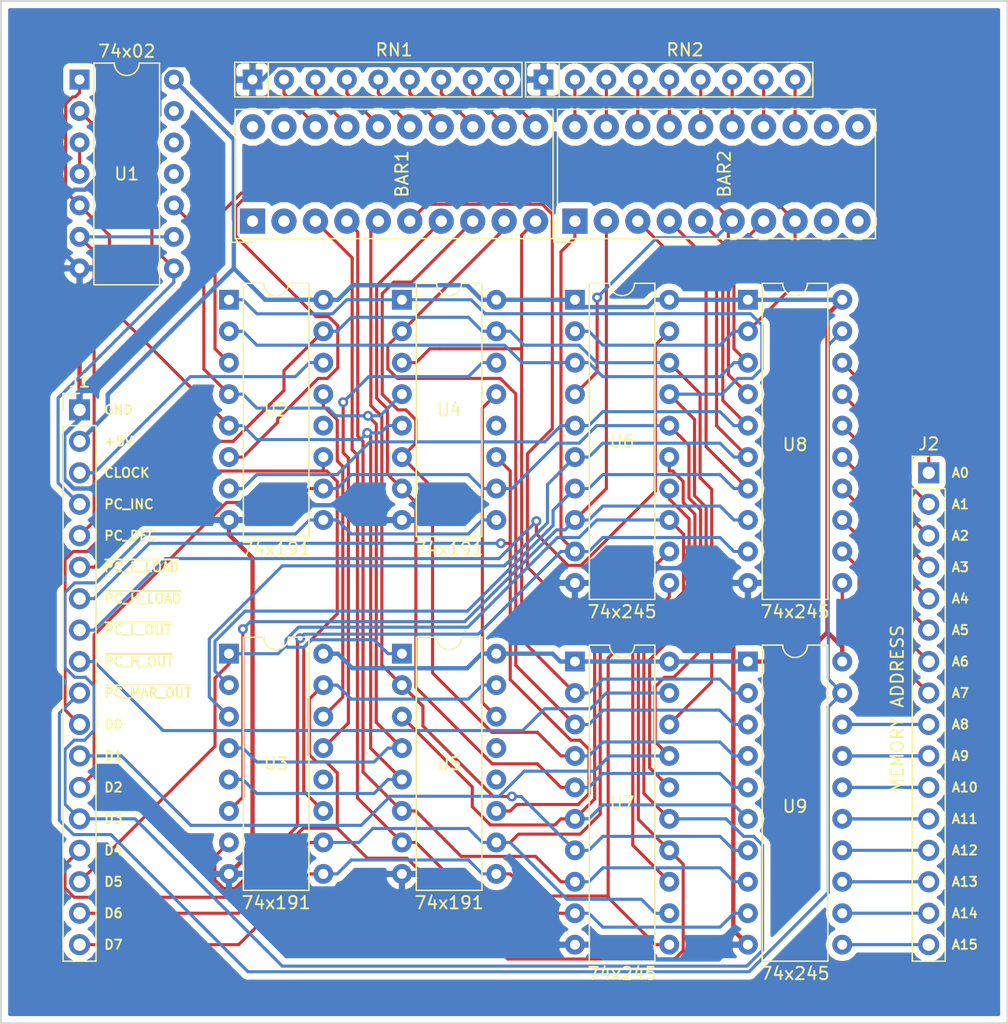
<source format=kicad_pcb>
(kicad_pcb (version 20171130) (host pcbnew 5.0.2+dfsg1-1)

  (general
    (thickness 1.6)
    (drawings 42)
    (tracks 797)
    (zones 0)
    (modules 15)
    (nets 86)
  )

  (page A4)
  (layers
    (0 F.Cu signal)
    (31 B.Cu signal)
    (32 B.Adhes user hide)
    (33 F.Adhes user hide)
    (34 B.Paste user hide)
    (35 F.Paste user hide)
    (36 B.SilkS user hide)
    (37 F.SilkS user)
    (38 B.Mask user hide)
    (39 F.Mask user hide)
    (40 Dwgs.User user hide)
    (41 Cmts.User user hide)
    (42 Eco1.User user hide)
    (43 Eco2.User user hide)
    (44 Edge.Cuts user)
    (45 Margin user hide)
    (46 B.CrtYd user hide)
    (47 F.CrtYd user hide)
    (48 B.Fab user hide)
    (49 F.Fab user hide)
  )

  (setup
    (last_trace_width 0.25)
    (trace_clearance 0.2)
    (zone_clearance 0.508)
    (zone_45_only no)
    (trace_min 0.2)
    (segment_width 0.2)
    (edge_width 0.15)
    (via_size 0.8)
    (via_drill 0.4)
    (via_min_size 0.4)
    (via_min_drill 0.3)
    (uvia_size 0.3)
    (uvia_drill 0.1)
    (uvias_allowed no)
    (uvia_min_size 0.2)
    (uvia_min_drill 0.1)
    (pcb_text_width 0.3)
    (pcb_text_size 1.5 1.5)
    (mod_edge_width 0.15)
    (mod_text_size 1 1)
    (mod_text_width 0.15)
    (pad_size 1.524 1.524)
    (pad_drill 0.762)
    (pad_to_mask_clearance 0.051)
    (solder_mask_min_width 0.25)
    (aux_axis_origin 0 0)
    (visible_elements FFFFFF7F)
    (pcbplotparams
      (layerselection 0x010fc_ffffffff)
      (usegerberextensions true)
      (usegerberattributes false)
      (usegerberadvancedattributes false)
      (creategerberjobfile false)
      (excludeedgelayer true)
      (linewidth 0.100000)
      (plotframeref false)
      (viasonmask false)
      (mode 1)
      (useauxorigin false)
      (hpglpennumber 1)
      (hpglpenspeed 20)
      (hpglpendiameter 15.000000)
      (psnegative false)
      (psa4output false)
      (plotreference true)
      (plotvalue true)
      (plotinvisibletext false)
      (padsonsilk false)
      (subtractmaskfromsilk false)
      (outputformat 1)
      (mirror false)
      (drillshape 0)
      (scaleselection 1)
      (outputdirectory "gerber"))
  )

  (net 0 "")
  (net 1 GND)
  (net 2 "Net-(BAR1-Pad18)")
  (net 3 "Net-(BAR1-Pad17)")
  (net 4 "Net-(BAR1-Pad16)")
  (net 5 "Net-(BAR1-Pad15)")
  (net 6 "Net-(BAR1-Pad14)")
  (net 7 "Net-(BAR1-Pad13)")
  (net 8 "Net-(BAR1-Pad12)")
  (net 9 "Net-(BAR1-Pad11)")
  (net 10 "Net-(BAR2-Pad13)")
  (net 11 "Net-(BAR2-Pad14)")
  (net 12 "Net-(BAR2-Pad15)")
  (net 13 "Net-(BAR2-Pad16)")
  (net 14 "Net-(BAR2-Pad17)")
  (net 15 "Net-(BAR2-Pad18)")
  (net 16 "Net-(BAR2-Pad19)")
  (net 17 "Net-(BAR2-Pad20)")
  (net 18 +5V)
  (net 19 DATA_BUS7)
  (net 20 "Net-(BAR2-Pad8)")
  (net 21 DATA_BUS6)
  (net 22 "Net-(BAR2-Pad7)")
  (net 23 DATA_BUS5)
  (net 24 "Net-(BAR2-Pad6)")
  (net 25 DATA_BUS4)
  (net 26 "Net-(BAR2-Pad5)")
  (net 27 DATA_BUS3)
  (net 28 "Net-(BAR2-Pad4)")
  (net 29 DATA_BUS2)
  (net 30 "Net-(BAR2-Pad3)")
  (net 31 DATA_BUS1)
  (net 32 "Net-(BAR2-Pad2)")
  (net 33 DATA_BUS0)
  (net 34 "Net-(BAR2-Pad1)")
  (net 35 ~PC_L_OUT)
  (net 36 ~PC_H_OUT)
  (net 37 "Net-(BAR1-Pad3)")
  (net 38 "Net-(BAR1-Pad4)")
  (net 39 "Net-(BAR1-Pad5)")
  (net 40 "Net-(BAR1-Pad6)")
  (net 41 "Net-(BAR1-Pad7)")
  (net 42 "Net-(BAR1-Pad8)")
  (net 43 "Net-(BAR1-Pad9)")
  (net 44 "Net-(BAR1-Pad10)")
  (net 45 ~PC_L_LOAD)
  (net 46 ~CLK_EN)
  (net 47 "Net-(U2-Pad12)")
  (net 48 DOWN_~UP)
  (net 49 "Net-(U2-Pad13)")
  (net 50 CLOCK)
  (net 51 "Net-(U3-Pad13)")
  (net 52 "Net-(U3-Pad12)")
  (net 53 ~PC_H_LOAD)
  (net 54 "Net-(U4-Pad12)")
  (net 55 "Net-(U4-Pad13)")
  (net 56 "Net-(U5-Pad13)")
  (net 57 "Net-(U5-Pad12)")
  (net 58 PC_INC)
  (net 59 PC_DEC)
  (net 60 "Net-(U1-Pad3)")
  (net 61 "Net-(BAR1-Pad1)")
  (net 62 "Net-(BAR1-Pad2)")
  (net 63 "Net-(BAR1-Pad19)")
  (net 64 "Net-(BAR1-Pad20)")
  (net 65 "Net-(BAR2-Pad9)")
  (net 66 "Net-(BAR2-Pad10)")
  (net 67 "Net-(BAR2-Pad11)")
  (net 68 "Net-(BAR2-Pad12)")
  (net 69 "Net-(J2-Pad8)")
  (net 70 "Net-(J2-Pad7)")
  (net 71 "Net-(J2-Pad6)")
  (net 72 "Net-(J2-Pad5)")
  (net 73 "Net-(J2-Pad4)")
  (net 74 "Net-(J2-Pad3)")
  (net 75 "Net-(J2-Pad2)")
  (net 76 "Net-(J2-Pad1)")
  (net 77 ~PC_MAR_OUT)
  (net 78 "Net-(J2-Pad9)")
  (net 79 "Net-(J2-Pad10)")
  (net 80 "Net-(J2-Pad11)")
  (net 81 "Net-(J2-Pad12)")
  (net 82 "Net-(J2-Pad13)")
  (net 83 "Net-(J2-Pad14)")
  (net 84 "Net-(J2-Pad15)")
  (net 85 "Net-(J2-Pad16)")

  (net_class Default "This is the default net class."
    (clearance 0.2)
    (trace_width 0.25)
    (via_dia 0.8)
    (via_drill 0.4)
    (uvia_dia 0.3)
    (uvia_drill 0.1)
    (add_net CLOCK)
    (add_net DATA_BUS0)
    (add_net DATA_BUS1)
    (add_net DATA_BUS2)
    (add_net DATA_BUS3)
    (add_net DATA_BUS4)
    (add_net DATA_BUS5)
    (add_net DATA_BUS6)
    (add_net DATA_BUS7)
    (add_net DOWN_~UP)
    (add_net "Net-(BAR1-Pad1)")
    (add_net "Net-(BAR1-Pad10)")
    (add_net "Net-(BAR1-Pad11)")
    (add_net "Net-(BAR1-Pad12)")
    (add_net "Net-(BAR1-Pad13)")
    (add_net "Net-(BAR1-Pad14)")
    (add_net "Net-(BAR1-Pad15)")
    (add_net "Net-(BAR1-Pad16)")
    (add_net "Net-(BAR1-Pad17)")
    (add_net "Net-(BAR1-Pad18)")
    (add_net "Net-(BAR1-Pad19)")
    (add_net "Net-(BAR1-Pad2)")
    (add_net "Net-(BAR1-Pad20)")
    (add_net "Net-(BAR1-Pad3)")
    (add_net "Net-(BAR1-Pad4)")
    (add_net "Net-(BAR1-Pad5)")
    (add_net "Net-(BAR1-Pad6)")
    (add_net "Net-(BAR1-Pad7)")
    (add_net "Net-(BAR1-Pad8)")
    (add_net "Net-(BAR1-Pad9)")
    (add_net "Net-(BAR2-Pad1)")
    (add_net "Net-(BAR2-Pad10)")
    (add_net "Net-(BAR2-Pad11)")
    (add_net "Net-(BAR2-Pad12)")
    (add_net "Net-(BAR2-Pad13)")
    (add_net "Net-(BAR2-Pad14)")
    (add_net "Net-(BAR2-Pad15)")
    (add_net "Net-(BAR2-Pad16)")
    (add_net "Net-(BAR2-Pad17)")
    (add_net "Net-(BAR2-Pad18)")
    (add_net "Net-(BAR2-Pad19)")
    (add_net "Net-(BAR2-Pad2)")
    (add_net "Net-(BAR2-Pad20)")
    (add_net "Net-(BAR2-Pad3)")
    (add_net "Net-(BAR2-Pad4)")
    (add_net "Net-(BAR2-Pad5)")
    (add_net "Net-(BAR2-Pad6)")
    (add_net "Net-(BAR2-Pad7)")
    (add_net "Net-(BAR2-Pad8)")
    (add_net "Net-(BAR2-Pad9)")
    (add_net "Net-(J2-Pad1)")
    (add_net "Net-(J2-Pad10)")
    (add_net "Net-(J2-Pad11)")
    (add_net "Net-(J2-Pad12)")
    (add_net "Net-(J2-Pad13)")
    (add_net "Net-(J2-Pad14)")
    (add_net "Net-(J2-Pad15)")
    (add_net "Net-(J2-Pad16)")
    (add_net "Net-(J2-Pad2)")
    (add_net "Net-(J2-Pad3)")
    (add_net "Net-(J2-Pad4)")
    (add_net "Net-(J2-Pad5)")
    (add_net "Net-(J2-Pad6)")
    (add_net "Net-(J2-Pad7)")
    (add_net "Net-(J2-Pad8)")
    (add_net "Net-(J2-Pad9)")
    (add_net "Net-(U1-Pad3)")
    (add_net "Net-(U2-Pad12)")
    (add_net "Net-(U2-Pad13)")
    (add_net "Net-(U3-Pad12)")
    (add_net "Net-(U3-Pad13)")
    (add_net "Net-(U4-Pad12)")
    (add_net "Net-(U4-Pad13)")
    (add_net "Net-(U5-Pad12)")
    (add_net "Net-(U5-Pad13)")
    (add_net PC_DEC)
    (add_net PC_INC)
    (add_net ~CLK_EN)
    (add_net ~PC_H_LOAD)
    (add_net ~PC_H_OUT)
    (add_net ~PC_L_LOAD)
    (add_net ~PC_L_OUT)
    (add_net ~PC_MAR_OUT)
  )

  (net_class Power ""
    (clearance 0.2)
    (trace_width 0.35)
    (via_dia 0.8)
    (via_drill 0.4)
    (uvia_dia 0.3)
    (uvia_drill 0.1)
    (add_net +5V)
    (add_net GND)
  )

  (module Connector_PinHeader_2.54mm:PinHeader_1x18_P2.54mm_Vertical (layer F.Cu) (tedit 59FED5CC) (tstamp 5D51119F)
    (at 33.655 50.165)
    (descr "Through hole straight pin header, 1x18, 2.54mm pitch, single row")
    (tags "Through hole pin header THT 1x18 2.54mm single row")
    (path /5D4E8CAD)
    (fp_text reference J1 (at 0 -2.33) (layer F.SilkS)
      (effects (font (size 1 1) (thickness 0.15)))
    )
    (fp_text value Conn_01x18_Male (at 0 45.51) (layer F.Fab)
      (effects (font (size 1 1) (thickness 0.15)))
    )
    (fp_line (start -0.635 -1.27) (end 1.27 -1.27) (layer F.Fab) (width 0.1))
    (fp_line (start 1.27 -1.27) (end 1.27 44.45) (layer F.Fab) (width 0.1))
    (fp_line (start 1.27 44.45) (end -1.27 44.45) (layer F.Fab) (width 0.1))
    (fp_line (start -1.27 44.45) (end -1.27 -0.635) (layer F.Fab) (width 0.1))
    (fp_line (start -1.27 -0.635) (end -0.635 -1.27) (layer F.Fab) (width 0.1))
    (fp_line (start -1.33 44.51) (end 1.33 44.51) (layer F.SilkS) (width 0.12))
    (fp_line (start -1.33 1.27) (end -1.33 44.51) (layer F.SilkS) (width 0.12))
    (fp_line (start 1.33 1.27) (end 1.33 44.51) (layer F.SilkS) (width 0.12))
    (fp_line (start -1.33 1.27) (end 1.33 1.27) (layer F.SilkS) (width 0.12))
    (fp_line (start -1.33 0) (end -1.33 -1.33) (layer F.SilkS) (width 0.12))
    (fp_line (start -1.33 -1.33) (end 0 -1.33) (layer F.SilkS) (width 0.12))
    (fp_line (start -1.8 -1.8) (end -1.8 44.95) (layer F.CrtYd) (width 0.05))
    (fp_line (start -1.8 44.95) (end 1.8 44.95) (layer F.CrtYd) (width 0.05))
    (fp_line (start 1.8 44.95) (end 1.8 -1.8) (layer F.CrtYd) (width 0.05))
    (fp_line (start 1.8 -1.8) (end -1.8 -1.8) (layer F.CrtYd) (width 0.05))
    (fp_text user %R (at 0 21.59 90) (layer F.Fab)
      (effects (font (size 1 1) (thickness 0.15)))
    )
    (pad 1 thru_hole rect (at 0 0) (size 1.7 1.7) (drill 1) (layers *.Cu *.Mask)
      (net 1 GND))
    (pad 2 thru_hole oval (at 0 2.54) (size 1.7 1.7) (drill 1) (layers *.Cu *.Mask)
      (net 18 +5V))
    (pad 3 thru_hole oval (at 0 5.08) (size 1.7 1.7) (drill 1) (layers *.Cu *.Mask)
      (net 50 CLOCK))
    (pad 4 thru_hole oval (at 0 7.62) (size 1.7 1.7) (drill 1) (layers *.Cu *.Mask)
      (net 58 PC_INC))
    (pad 5 thru_hole oval (at 0 10.16) (size 1.7 1.7) (drill 1) (layers *.Cu *.Mask)
      (net 59 PC_DEC))
    (pad 6 thru_hole oval (at 0 12.7) (size 1.7 1.7) (drill 1) (layers *.Cu *.Mask)
      (net 45 ~PC_L_LOAD))
    (pad 7 thru_hole oval (at 0 15.24) (size 1.7 1.7) (drill 1) (layers *.Cu *.Mask)
      (net 53 ~PC_H_LOAD))
    (pad 8 thru_hole oval (at 0 17.78) (size 1.7 1.7) (drill 1) (layers *.Cu *.Mask)
      (net 35 ~PC_L_OUT))
    (pad 9 thru_hole oval (at 0 20.32) (size 1.7 1.7) (drill 1) (layers *.Cu *.Mask)
      (net 36 ~PC_H_OUT))
    (pad 10 thru_hole oval (at 0 22.86) (size 1.7 1.7) (drill 1) (layers *.Cu *.Mask)
      (net 77 ~PC_MAR_OUT))
    (pad 11 thru_hole oval (at 0 25.4) (size 1.7 1.7) (drill 1) (layers *.Cu *.Mask)
      (net 33 DATA_BUS0))
    (pad 12 thru_hole oval (at 0 27.94) (size 1.7 1.7) (drill 1) (layers *.Cu *.Mask)
      (net 31 DATA_BUS1))
    (pad 13 thru_hole oval (at 0 30.48) (size 1.7 1.7) (drill 1) (layers *.Cu *.Mask)
      (net 29 DATA_BUS2))
    (pad 14 thru_hole oval (at 0 33.02) (size 1.7 1.7) (drill 1) (layers *.Cu *.Mask)
      (net 27 DATA_BUS3))
    (pad 15 thru_hole oval (at 0 35.56) (size 1.7 1.7) (drill 1) (layers *.Cu *.Mask)
      (net 25 DATA_BUS4))
    (pad 16 thru_hole oval (at 0 38.1) (size 1.7 1.7) (drill 1) (layers *.Cu *.Mask)
      (net 23 DATA_BUS5))
    (pad 17 thru_hole oval (at 0 40.64) (size 1.7 1.7) (drill 1) (layers *.Cu *.Mask)
      (net 21 DATA_BUS6))
    (pad 18 thru_hole oval (at 0 43.18) (size 1.7 1.7) (drill 1) (layers *.Cu *.Mask)
      (net 19 DATA_BUS7))
    (model ${KISYS3DMOD}/Connector_PinHeader_2.54mm.3dshapes/PinHeader_1x18_P2.54mm_Vertical.wrl
      (at (xyz 0 0 0))
      (scale (xyz 1 1 1))
      (rotate (xyz 0 0 0))
    )
  )

  (module Package_DIP:DIP-20_W7.62mm (layer F.Cu) (tedit 5D449637) (tstamp 5D5106B2)
    (at 87.63 70.485)
    (descr "20-lead though-hole mounted DIP package, row spacing 7.62 mm (300 mils)")
    (tags "THT DIP DIL PDIP 2.54mm 7.62mm 300mil")
    (path /5D4788A4)
    (fp_text reference U9 (at 3.81 11.693394) (layer F.SilkS)
      (effects (font (size 1 1) (thickness 0.15)))
    )
    (fp_text value 74x245 (at 3.81 25.19) (layer F.SilkS)
      (effects (font (size 1 1) (thickness 0.15)))
    )
    (fp_text user %R (at 3.81 11.43) (layer F.Fab)
      (effects (font (size 1 1) (thickness 0.15)))
    )
    (fp_line (start 8.7 -1.55) (end -1.1 -1.55) (layer F.CrtYd) (width 0.05))
    (fp_line (start 8.7 24.4) (end 8.7 -1.55) (layer F.CrtYd) (width 0.05))
    (fp_line (start -1.1 24.4) (end 8.7 24.4) (layer F.CrtYd) (width 0.05))
    (fp_line (start -1.1 -1.55) (end -1.1 24.4) (layer F.CrtYd) (width 0.05))
    (fp_line (start 6.46 -1.33) (end 4.81 -1.33) (layer F.SilkS) (width 0.12))
    (fp_line (start 6.46 24.19) (end 6.46 -1.33) (layer F.SilkS) (width 0.12))
    (fp_line (start 1.16 24.19) (end 6.46 24.19) (layer F.SilkS) (width 0.12))
    (fp_line (start 1.16 -1.33) (end 1.16 24.19) (layer F.SilkS) (width 0.12))
    (fp_line (start 2.81 -1.33) (end 1.16 -1.33) (layer F.SilkS) (width 0.12))
    (fp_line (start 0.635 -0.27) (end 1.635 -1.27) (layer F.Fab) (width 0.1))
    (fp_line (start 0.635 24.13) (end 0.635 -0.27) (layer F.Fab) (width 0.1))
    (fp_line (start 6.985 24.13) (end 0.635 24.13) (layer F.Fab) (width 0.1))
    (fp_line (start 6.985 -1.27) (end 6.985 24.13) (layer F.Fab) (width 0.1))
    (fp_line (start 1.635 -1.27) (end 6.985 -1.27) (layer F.Fab) (width 0.1))
    (fp_arc (start 3.81 -1.33) (end 2.81 -1.33) (angle -180) (layer F.SilkS) (width 0.12))
    (pad 20 thru_hole oval (at 7.62 0) (size 1.6 1.6) (drill 0.8) (layers *.Cu *.Mask)
      (net 18 +5V))
    (pad 10 thru_hole oval (at 0 22.86) (size 1.6 1.6) (drill 0.8) (layers *.Cu *.Mask)
      (net 1 GND))
    (pad 19 thru_hole oval (at 7.62 2.54) (size 1.6 1.6) (drill 0.8) (layers *.Cu *.Mask)
      (net 77 ~PC_MAR_OUT))
    (pad 9 thru_hole oval (at 0 20.32) (size 1.6 1.6) (drill 0.8) (layers *.Cu *.Mask)
      (net 37 "Net-(BAR1-Pad3)"))
    (pad 18 thru_hole oval (at 7.62 5.08) (size 1.6 1.6) (drill 0.8) (layers *.Cu *.Mask)
      (net 78 "Net-(J2-Pad9)"))
    (pad 8 thru_hole oval (at 0 17.78) (size 1.6 1.6) (drill 0.8) (layers *.Cu *.Mask)
      (net 38 "Net-(BAR1-Pad4)"))
    (pad 17 thru_hole oval (at 7.62 7.62) (size 1.6 1.6) (drill 0.8) (layers *.Cu *.Mask)
      (net 79 "Net-(J2-Pad10)"))
    (pad 7 thru_hole oval (at 0 15.24) (size 1.6 1.6) (drill 0.8) (layers *.Cu *.Mask)
      (net 39 "Net-(BAR1-Pad5)"))
    (pad 16 thru_hole oval (at 7.62 10.16) (size 1.6 1.6) (drill 0.8) (layers *.Cu *.Mask)
      (net 80 "Net-(J2-Pad11)"))
    (pad 6 thru_hole oval (at 0 12.7) (size 1.6 1.6) (drill 0.8) (layers *.Cu *.Mask)
      (net 40 "Net-(BAR1-Pad6)"))
    (pad 15 thru_hole oval (at 7.62 12.7) (size 1.6 1.6) (drill 0.8) (layers *.Cu *.Mask)
      (net 81 "Net-(J2-Pad12)"))
    (pad 5 thru_hole oval (at 0 10.16) (size 1.6 1.6) (drill 0.8) (layers *.Cu *.Mask)
      (net 41 "Net-(BAR1-Pad7)"))
    (pad 14 thru_hole oval (at 7.62 15.24) (size 1.6 1.6) (drill 0.8) (layers *.Cu *.Mask)
      (net 82 "Net-(J2-Pad13)"))
    (pad 4 thru_hole oval (at 0 7.62) (size 1.6 1.6) (drill 0.8) (layers *.Cu *.Mask)
      (net 42 "Net-(BAR1-Pad8)"))
    (pad 13 thru_hole oval (at 7.62 17.78) (size 1.6 1.6) (drill 0.8) (layers *.Cu *.Mask)
      (net 83 "Net-(J2-Pad14)"))
    (pad 3 thru_hole oval (at 0 5.08) (size 1.6 1.6) (drill 0.8) (layers *.Cu *.Mask)
      (net 43 "Net-(BAR1-Pad9)"))
    (pad 12 thru_hole oval (at 7.62 20.32) (size 1.6 1.6) (drill 0.8) (layers *.Cu *.Mask)
      (net 84 "Net-(J2-Pad15)"))
    (pad 2 thru_hole oval (at 0 2.54) (size 1.6 1.6) (drill 0.8) (layers *.Cu *.Mask)
      (net 44 "Net-(BAR1-Pad10)"))
    (pad 11 thru_hole oval (at 7.62 22.86) (size 1.6 1.6) (drill 0.8) (layers *.Cu *.Mask)
      (net 85 "Net-(J2-Pad16)"))
    (pad 1 thru_hole rect (at 0 0) (size 1.6 1.6) (drill 0.8) (layers *.Cu *.Mask)
      (net 18 +5V))
    (model ${KISYS3DMOD}/Package_DIP.3dshapes/DIP-20_W7.62mm.wrl
      (at (xyz 0 0 0))
      (scale (xyz 1 1 1))
      (rotate (xyz 0 0 0))
    )
  )

  (module Package_DIP:DIP-20_W7.62mm (layer F.Cu) (tedit 5D449632) (tstamp 5D51068A)
    (at 87.63 41.275)
    (descr "20-lead though-hole mounted DIP package, row spacing 7.62 mm (300 mils)")
    (tags "THT DIP DIL PDIP 2.54mm 7.62mm 300mil")
    (path /5D47889E)
    (fp_text reference U8 (at 3.81 11.693394) (layer F.SilkS)
      (effects (font (size 1 1) (thickness 0.15)))
    )
    (fp_text value 74x245 (at 3.81 25.19) (layer F.SilkS)
      (effects (font (size 1 1) (thickness 0.15)))
    )
    (fp_arc (start 3.81 -1.33) (end 2.81 -1.33) (angle -180) (layer F.SilkS) (width 0.12))
    (fp_line (start 1.635 -1.27) (end 6.985 -1.27) (layer F.Fab) (width 0.1))
    (fp_line (start 6.985 -1.27) (end 6.985 24.13) (layer F.Fab) (width 0.1))
    (fp_line (start 6.985 24.13) (end 0.635 24.13) (layer F.Fab) (width 0.1))
    (fp_line (start 0.635 24.13) (end 0.635 -0.27) (layer F.Fab) (width 0.1))
    (fp_line (start 0.635 -0.27) (end 1.635 -1.27) (layer F.Fab) (width 0.1))
    (fp_line (start 2.81 -1.33) (end 1.16 -1.33) (layer F.SilkS) (width 0.12))
    (fp_line (start 1.16 -1.33) (end 1.16 24.19) (layer F.SilkS) (width 0.12))
    (fp_line (start 1.16 24.19) (end 6.46 24.19) (layer F.SilkS) (width 0.12))
    (fp_line (start 6.46 24.19) (end 6.46 -1.33) (layer F.SilkS) (width 0.12))
    (fp_line (start 6.46 -1.33) (end 4.81 -1.33) (layer F.SilkS) (width 0.12))
    (fp_line (start -1.1 -1.55) (end -1.1 24.4) (layer F.CrtYd) (width 0.05))
    (fp_line (start -1.1 24.4) (end 8.7 24.4) (layer F.CrtYd) (width 0.05))
    (fp_line (start 8.7 24.4) (end 8.7 -1.55) (layer F.CrtYd) (width 0.05))
    (fp_line (start 8.7 -1.55) (end -1.1 -1.55) (layer F.CrtYd) (width 0.05))
    (fp_text user %R (at 3.81 11.43) (layer F.Fab)
      (effects (font (size 1 1) (thickness 0.15)))
    )
    (pad 1 thru_hole rect (at 0 0) (size 1.6 1.6) (drill 0.8) (layers *.Cu *.Mask)
      (net 18 +5V))
    (pad 11 thru_hole oval (at 7.62 22.86) (size 1.6 1.6) (drill 0.8) (layers *.Cu *.Mask)
      (net 69 "Net-(J2-Pad8)"))
    (pad 2 thru_hole oval (at 0 2.54) (size 1.6 1.6) (drill 0.8) (layers *.Cu *.Mask)
      (net 20 "Net-(BAR2-Pad8)"))
    (pad 12 thru_hole oval (at 7.62 20.32) (size 1.6 1.6) (drill 0.8) (layers *.Cu *.Mask)
      (net 70 "Net-(J2-Pad7)"))
    (pad 3 thru_hole oval (at 0 5.08) (size 1.6 1.6) (drill 0.8) (layers *.Cu *.Mask)
      (net 22 "Net-(BAR2-Pad7)"))
    (pad 13 thru_hole oval (at 7.62 17.78) (size 1.6 1.6) (drill 0.8) (layers *.Cu *.Mask)
      (net 71 "Net-(J2-Pad6)"))
    (pad 4 thru_hole oval (at 0 7.62) (size 1.6 1.6) (drill 0.8) (layers *.Cu *.Mask)
      (net 24 "Net-(BAR2-Pad6)"))
    (pad 14 thru_hole oval (at 7.62 15.24) (size 1.6 1.6) (drill 0.8) (layers *.Cu *.Mask)
      (net 72 "Net-(J2-Pad5)"))
    (pad 5 thru_hole oval (at 0 10.16) (size 1.6 1.6) (drill 0.8) (layers *.Cu *.Mask)
      (net 26 "Net-(BAR2-Pad5)"))
    (pad 15 thru_hole oval (at 7.62 12.7) (size 1.6 1.6) (drill 0.8) (layers *.Cu *.Mask)
      (net 73 "Net-(J2-Pad4)"))
    (pad 6 thru_hole oval (at 0 12.7) (size 1.6 1.6) (drill 0.8) (layers *.Cu *.Mask)
      (net 28 "Net-(BAR2-Pad4)"))
    (pad 16 thru_hole oval (at 7.62 10.16) (size 1.6 1.6) (drill 0.8) (layers *.Cu *.Mask)
      (net 74 "Net-(J2-Pad3)"))
    (pad 7 thru_hole oval (at 0 15.24) (size 1.6 1.6) (drill 0.8) (layers *.Cu *.Mask)
      (net 30 "Net-(BAR2-Pad3)"))
    (pad 17 thru_hole oval (at 7.62 7.62) (size 1.6 1.6) (drill 0.8) (layers *.Cu *.Mask)
      (net 75 "Net-(J2-Pad2)"))
    (pad 8 thru_hole oval (at 0 17.78) (size 1.6 1.6) (drill 0.8) (layers *.Cu *.Mask)
      (net 32 "Net-(BAR2-Pad2)"))
    (pad 18 thru_hole oval (at 7.62 5.08) (size 1.6 1.6) (drill 0.8) (layers *.Cu *.Mask)
      (net 76 "Net-(J2-Pad1)"))
    (pad 9 thru_hole oval (at 0 20.32) (size 1.6 1.6) (drill 0.8) (layers *.Cu *.Mask)
      (net 34 "Net-(BAR2-Pad1)"))
    (pad 19 thru_hole oval (at 7.62 2.54) (size 1.6 1.6) (drill 0.8) (layers *.Cu *.Mask)
      (net 77 ~PC_MAR_OUT))
    (pad 10 thru_hole oval (at 0 22.86) (size 1.6 1.6) (drill 0.8) (layers *.Cu *.Mask)
      (net 1 GND))
    (pad 20 thru_hole oval (at 7.62 0) (size 1.6 1.6) (drill 0.8) (layers *.Cu *.Mask)
      (net 18 +5V))
    (model ${KISYS3DMOD}/Package_DIP.3dshapes/DIP-20_W7.62mm.wrl
      (at (xyz 0 0 0))
      (scale (xyz 1 1 1))
      (rotate (xyz 0 0 0))
    )
  )

  (module Package_DIP:DIP-16_W7.62mm (layer F.Cu) (tedit 5D3AB770) (tstamp 5D510C13)
    (at 59.69 41.275)
    (descr "16-lead though-hole mounted DIP package, row spacing 7.62 mm (300 mils)")
    (tags "THT DIP DIL PDIP 2.54mm 7.62mm 300mil")
    (path /5D3C45B4)
    (fp_text reference U4 (at 3.81 8.89) (layer F.SilkS)
      (effects (font (size 1 1) (thickness 0.15)))
    )
    (fp_text value 74x191 (at 3.81 20.11) (layer F.SilkS)
      (effects (font (size 1 1) (thickness 0.15)))
    )
    (fp_arc (start 3.81 -1.33) (end 2.81 -1.33) (angle -180) (layer F.SilkS) (width 0.12))
    (fp_line (start 1.635 -1.27) (end 6.985 -1.27) (layer F.Fab) (width 0.1))
    (fp_line (start 6.985 -1.27) (end 6.985 19.05) (layer F.Fab) (width 0.1))
    (fp_line (start 6.985 19.05) (end 0.635 19.05) (layer F.Fab) (width 0.1))
    (fp_line (start 0.635 19.05) (end 0.635 -0.27) (layer F.Fab) (width 0.1))
    (fp_line (start 0.635 -0.27) (end 1.635 -1.27) (layer F.Fab) (width 0.1))
    (fp_line (start 2.81 -1.33) (end 1.16 -1.33) (layer F.SilkS) (width 0.12))
    (fp_line (start 1.16 -1.33) (end 1.16 19.11) (layer F.SilkS) (width 0.12))
    (fp_line (start 1.16 19.11) (end 6.46 19.11) (layer F.SilkS) (width 0.12))
    (fp_line (start 6.46 19.11) (end 6.46 -1.33) (layer F.SilkS) (width 0.12))
    (fp_line (start 6.46 -1.33) (end 4.81 -1.33) (layer F.SilkS) (width 0.12))
    (fp_line (start -1.1 -1.55) (end -1.1 19.3) (layer F.CrtYd) (width 0.05))
    (fp_line (start -1.1 19.3) (end 8.7 19.3) (layer F.CrtYd) (width 0.05))
    (fp_line (start 8.7 19.3) (end 8.7 -1.55) (layer F.CrtYd) (width 0.05))
    (fp_line (start 8.7 -1.55) (end -1.1 -1.55) (layer F.CrtYd) (width 0.05))
    (fp_text user %R (at 3.81 8.89) (layer F.Fab)
      (effects (font (size 1 1) (thickness 0.15)))
    )
    (pad 1 thru_hole rect (at 0 0) (size 1.6 1.6) (drill 0.8) (layers *.Cu *.Mask)
      (net 31 DATA_BUS1))
    (pad 9 thru_hole oval (at 7.62 17.78) (size 1.6 1.6) (drill 0.8) (layers *.Cu *.Mask)
      (net 27 DATA_BUS3))
    (pad 2 thru_hole oval (at 0 2.54) (size 1.6 1.6) (drill 0.8) (layers *.Cu *.Mask)
      (net 43 "Net-(BAR1-Pad9)"))
    (pad 10 thru_hole oval (at 7.62 15.24) (size 1.6 1.6) (drill 0.8) (layers *.Cu *.Mask)
      (net 29 DATA_BUS2))
    (pad 3 thru_hole oval (at 0 5.08) (size 1.6 1.6) (drill 0.8) (layers *.Cu *.Mask)
      (net 44 "Net-(BAR1-Pad10)"))
    (pad 11 thru_hole oval (at 7.62 12.7) (size 1.6 1.6) (drill 0.8) (layers *.Cu *.Mask)
      (net 53 ~PC_H_LOAD))
    (pad 4 thru_hole oval (at 0 7.62) (size 1.6 1.6) (drill 0.8) (layers *.Cu *.Mask)
      (net 46 ~CLK_EN))
    (pad 12 thru_hole oval (at 7.62 10.16) (size 1.6 1.6) (drill 0.8) (layers *.Cu *.Mask)
      (net 54 "Net-(U4-Pad12)"))
    (pad 5 thru_hole oval (at 0 10.16) (size 1.6 1.6) (drill 0.8) (layers *.Cu *.Mask)
      (net 48 DOWN_~UP))
    (pad 13 thru_hole oval (at 7.62 7.62) (size 1.6 1.6) (drill 0.8) (layers *.Cu *.Mask)
      (net 55 "Net-(U4-Pad13)"))
    (pad 6 thru_hole oval (at 0 12.7) (size 1.6 1.6) (drill 0.8) (layers *.Cu *.Mask)
      (net 42 "Net-(BAR1-Pad8)"))
    (pad 14 thru_hole oval (at 7.62 5.08) (size 1.6 1.6) (drill 0.8) (layers *.Cu *.Mask)
      (net 51 "Net-(U3-Pad13)"))
    (pad 7 thru_hole oval (at 0 15.24) (size 1.6 1.6) (drill 0.8) (layers *.Cu *.Mask)
      (net 41 "Net-(BAR1-Pad7)"))
    (pad 15 thru_hole oval (at 7.62 2.54) (size 1.6 1.6) (drill 0.8) (layers *.Cu *.Mask)
      (net 33 DATA_BUS0))
    (pad 8 thru_hole oval (at 0 17.78) (size 1.6 1.6) (drill 0.8) (layers *.Cu *.Mask)
      (net 1 GND))
    (pad 16 thru_hole oval (at 7.62 0) (size 1.6 1.6) (drill 0.8) (layers *.Cu *.Mask)
      (net 18 +5V))
    (model ${KISYS3DMOD}/Package_DIP.3dshapes/DIP-16_W7.62mm.wrl
      (at (xyz 0 0 0))
      (scale (xyz 1 1 1))
      (rotate (xyz 0 0 0))
    )
  )

  (module Connector_PinHeader_2.54mm:PinHeader_1x16_P2.54mm_Vertical (layer F.Cu) (tedit 5D3AC8F3) (tstamp 5D5109D2)
    (at 102.235 55.245)
    (descr "Through hole straight pin header, 1x16, 2.54mm pitch, single row")
    (tags "Through hole pin header THT 1x16 2.54mm single row")
    (path /5D3CCFEC)
    (fp_text reference J2 (at 0 -2.33) (layer F.SilkS)
      (effects (font (size 1 1) (thickness 0.15)))
    )
    (fp_text value "MEMORY ADDRESS" (at -2.54 19.05 90) (layer F.SilkS)
      (effects (font (size 1 1) (thickness 0.15)))
    )
    (fp_text user %R (at 0 19.05 90) (layer F.Fab)
      (effects (font (size 1 1) (thickness 0.15)))
    )
    (fp_line (start 1.8 -1.8) (end -1.8 -1.8) (layer F.CrtYd) (width 0.05))
    (fp_line (start 1.8 39.9) (end 1.8 -1.8) (layer F.CrtYd) (width 0.05))
    (fp_line (start -1.8 39.9) (end 1.8 39.9) (layer F.CrtYd) (width 0.05))
    (fp_line (start -1.8 -1.8) (end -1.8 39.9) (layer F.CrtYd) (width 0.05))
    (fp_line (start -1.33 -1.33) (end 0 -1.33) (layer F.SilkS) (width 0.12))
    (fp_line (start -1.33 0) (end -1.33 -1.33) (layer F.SilkS) (width 0.12))
    (fp_line (start -1.33 1.27) (end 1.33 1.27) (layer F.SilkS) (width 0.12))
    (fp_line (start 1.33 1.27) (end 1.33 39.43) (layer F.SilkS) (width 0.12))
    (fp_line (start -1.33 1.27) (end -1.33 39.43) (layer F.SilkS) (width 0.12))
    (fp_line (start -1.33 39.43) (end 1.33 39.43) (layer F.SilkS) (width 0.12))
    (fp_line (start -1.27 -0.635) (end -0.635 -1.27) (layer F.Fab) (width 0.1))
    (fp_line (start -1.27 39.37) (end -1.27 -0.635) (layer F.Fab) (width 0.1))
    (fp_line (start 1.27 39.37) (end -1.27 39.37) (layer F.Fab) (width 0.1))
    (fp_line (start 1.27 -1.27) (end 1.27 39.37) (layer F.Fab) (width 0.1))
    (fp_line (start -0.635 -1.27) (end 1.27 -1.27) (layer F.Fab) (width 0.1))
    (pad 16 thru_hole oval (at 0 38.1) (size 1.7 1.7) (drill 1) (layers *.Cu *.Mask)
      (net 85 "Net-(J2-Pad16)"))
    (pad 15 thru_hole oval (at 0 35.56) (size 1.7 1.7) (drill 1) (layers *.Cu *.Mask)
      (net 84 "Net-(J2-Pad15)"))
    (pad 14 thru_hole oval (at 0 33.02) (size 1.7 1.7) (drill 1) (layers *.Cu *.Mask)
      (net 83 "Net-(J2-Pad14)"))
    (pad 13 thru_hole oval (at 0 30.48) (size 1.7 1.7) (drill 1) (layers *.Cu *.Mask)
      (net 82 "Net-(J2-Pad13)"))
    (pad 12 thru_hole oval (at 0 27.94) (size 1.7 1.7) (drill 1) (layers *.Cu *.Mask)
      (net 81 "Net-(J2-Pad12)"))
    (pad 11 thru_hole oval (at 0 25.4) (size 1.7 1.7) (drill 1) (layers *.Cu *.Mask)
      (net 80 "Net-(J2-Pad11)"))
    (pad 10 thru_hole oval (at 0 22.86) (size 1.7 1.7) (drill 1) (layers *.Cu *.Mask)
      (net 79 "Net-(J2-Pad10)"))
    (pad 9 thru_hole oval (at 0 20.32) (size 1.7 1.7) (drill 1) (layers *.Cu *.Mask)
      (net 78 "Net-(J2-Pad9)"))
    (pad 8 thru_hole oval (at 0 17.78) (size 1.7 1.7) (drill 1) (layers *.Cu *.Mask)
      (net 69 "Net-(J2-Pad8)"))
    (pad 7 thru_hole oval (at 0 15.24) (size 1.7 1.7) (drill 1) (layers *.Cu *.Mask)
      (net 70 "Net-(J2-Pad7)"))
    (pad 6 thru_hole oval (at 0 12.7) (size 1.7 1.7) (drill 1) (layers *.Cu *.Mask)
      (net 71 "Net-(J2-Pad6)"))
    (pad 5 thru_hole oval (at 0 10.16) (size 1.7 1.7) (drill 1) (layers *.Cu *.Mask)
      (net 72 "Net-(J2-Pad5)"))
    (pad 4 thru_hole oval (at 0 7.62) (size 1.7 1.7) (drill 1) (layers *.Cu *.Mask)
      (net 73 "Net-(J2-Pad4)"))
    (pad 3 thru_hole oval (at 0 5.08) (size 1.7 1.7) (drill 1) (layers *.Cu *.Mask)
      (net 74 "Net-(J2-Pad3)"))
    (pad 2 thru_hole oval (at 0 2.54) (size 1.7 1.7) (drill 1) (layers *.Cu *.Mask)
      (net 75 "Net-(J2-Pad2)"))
    (pad 1 thru_hole rect (at 0 0) (size 1.7 1.7) (drill 1) (layers *.Cu *.Mask)
      (net 76 "Net-(J2-Pad1)"))
    (model ${KISYS3DMOD}/Connector_PinHeader_2.54mm.3dshapes/PinHeader_1x16_P2.54mm_Vertical.wrl
      (at (xyz 0 0 0))
      (scale (xyz 1 1 1))
      (rotate (xyz 0 0 0))
    )
  )

  (module Display:HDSP-4830 (layer F.Cu) (tedit 5A02FE80) (tstamp 5D462DBA)
    (at 73.66 34.925 90)
    (descr "10-Element Red Bar Graph Array https://docs.broadcom.com/docs/AV02-1798EN")
    (tags "10-Element Red Bar Graph Array")
    (path /5DB5CD65)
    (fp_text reference BAR2 (at 3.81 12.065 90) (layer F.SilkS)
      (effects (font (size 1 1) (thickness 0.15)))
    )
    (fp_text value HDSP-4830_2 (at 2.89 25.22 90) (layer F.Fab)
      (effects (font (size 1 1) (thickness 0.15)))
    )
    (fp_line (start 9.03 -1.41) (end 9.03 24.27) (layer F.SilkS) (width 0.12))
    (fp_line (start -1.41 -1.41) (end 9.03 -1.41) (layer F.SilkS) (width 0.12))
    (fp_line (start -1.41 24.27) (end -1.41 -1.41) (layer F.SilkS) (width 0.12))
    (fp_line (start 9.03 24.27) (end -1.41 24.27) (layer F.SilkS) (width 0.12))
    (fp_line (start 0 -1.27) (end 8.89 -1.27) (layer F.Fab) (width 0.1))
    (fp_text user %R (at 4 12 90) (layer F.Fab)
      (effects (font (size 1 1) (thickness 0.1)))
    )
    (fp_line (start -1.27 0) (end -1.27 24.13) (layer F.Fab) (width 0.1))
    (fp_line (start -1.27 24.13) (end 8.89 24.13) (layer F.Fab) (width 0.1))
    (fp_line (start 8.89 -1.27) (end 8.89 24.13) (layer F.Fab) (width 0.1))
    (fp_line (start -1.52 -1.52) (end 9.14 -1.52) (layer F.CrtYd) (width 0.05))
    (fp_line (start -1.52 -1.52) (end -1.52 24.38) (layer F.CrtYd) (width 0.05))
    (fp_line (start 9.14 24.38) (end 9.14 -1.52) (layer F.CrtYd) (width 0.05))
    (fp_line (start -1.52 24.38) (end 9.14 24.38) (layer F.CrtYd) (width 0.05))
    (fp_line (start 0 -1.27) (end -1.27 0) (layer F.Fab) (width 0.1))
    (fp_line (start -1.7 -1.7) (end -1.7 0) (layer F.SilkS) (width 0.12))
    (fp_line (start 0 -1.7) (end -1.7 -1.7) (layer F.SilkS) (width 0.12))
    (pad 20 thru_hole circle (at 7.62 0) (size 2.032 2.032) (drill 0.9144) (layers *.Cu *.Mask)
      (net 17 "Net-(BAR2-Pad20)"))
    (pad 19 thru_hole circle (at 7.62 2.54) (size 2.032 2.032) (drill 0.9144) (layers *.Cu *.Mask)
      (net 16 "Net-(BAR2-Pad19)"))
    (pad 18 thru_hole circle (at 7.62 5.08) (size 2.032 2.032) (drill 0.9144) (layers *.Cu *.Mask)
      (net 15 "Net-(BAR2-Pad18)"))
    (pad 17 thru_hole circle (at 7.62 7.62) (size 2.032 2.032) (drill 0.9144) (layers *.Cu *.Mask)
      (net 14 "Net-(BAR2-Pad17)"))
    (pad 9 thru_hole circle (at 0 20.32) (size 2.032 2.032) (drill 0.9144) (layers *.Cu *.Mask)
      (net 65 "Net-(BAR2-Pad9)"))
    (pad 10 thru_hole circle (at 0 22.86) (size 2.032 2.032) (drill 0.9144) (layers *.Cu *.Mask)
      (net 66 "Net-(BAR2-Pad10)"))
    (pad 11 thru_hole circle (at 7.62 22.86) (size 2.032 2.032) (drill 0.9144) (layers *.Cu *.Mask)
      (net 67 "Net-(BAR2-Pad11)"))
    (pad 12 thru_hole circle (at 7.62 20.32) (size 2.032 2.032) (drill 0.9144) (layers *.Cu *.Mask)
      (net 68 "Net-(BAR2-Pad12)"))
    (pad 8 thru_hole circle (at 0 17.78) (size 2.032 2.032) (drill 0.9144) (layers *.Cu *.Mask)
      (net 20 "Net-(BAR2-Pad8)"))
    (pad 7 thru_hole circle (at 0 15.24) (size 2.032 2.032) (drill 0.9144) (layers *.Cu *.Mask)
      (net 22 "Net-(BAR2-Pad7)"))
    (pad 6 thru_hole circle (at 0 12.7) (size 2.032 2.032) (drill 0.9144) (layers *.Cu *.Mask)
      (net 24 "Net-(BAR2-Pad6)"))
    (pad 5 thru_hole circle (at 0 10.16) (size 2.032 2.032) (drill 0.9144) (layers *.Cu *.Mask)
      (net 26 "Net-(BAR2-Pad5)"))
    (pad 16 thru_hole circle (at 7.62 10.16) (size 2.032 2.032) (drill 0.9144) (layers *.Cu *.Mask)
      (net 13 "Net-(BAR2-Pad16)"))
    (pad 15 thru_hole circle (at 7.62 12.7) (size 2.032 2.032) (drill 0.9144) (layers *.Cu *.Mask)
      (net 12 "Net-(BAR2-Pad15)"))
    (pad 14 thru_hole circle (at 7.62 15.24) (size 2.032 2.032) (drill 0.9144) (layers *.Cu *.Mask)
      (net 11 "Net-(BAR2-Pad14)"))
    (pad 13 thru_hole circle (at 7.62 17.78) (size 2.032 2.032) (drill 0.9144) (layers *.Cu *.Mask)
      (net 10 "Net-(BAR2-Pad13)"))
    (pad 4 thru_hole circle (at 0 7.62) (size 2.032 2.032) (drill 0.9144) (layers *.Cu *.Mask)
      (net 28 "Net-(BAR2-Pad4)"))
    (pad 3 thru_hole circle (at 0 5.08) (size 2.032 2.032) (drill 0.9144) (layers *.Cu *.Mask)
      (net 30 "Net-(BAR2-Pad3)"))
    (pad 2 thru_hole circle (at 0 2.54) (size 2.032 2.032) (drill 0.9144) (layers *.Cu *.Mask)
      (net 32 "Net-(BAR2-Pad2)"))
    (pad 1 thru_hole rect (at 0 0) (size 2.032 2.032) (drill 0.9144) (layers *.Cu *.Mask)
      (net 34 "Net-(BAR2-Pad1)"))
    (model ${KISYS3DMOD}/Display.3dshapes/HDSP-4830.wrl
      (at (xyz 0 0 0))
      (scale (xyz 1 1 1))
      (rotate (xyz 0 0 0))
    )
  )

  (module Display:HDSP-4830 (layer F.Cu) (tedit 5A02FE80) (tstamp 5D462D92)
    (at 47.625 34.925 90)
    (descr "10-Element Red Bar Graph Array https://docs.broadcom.com/docs/AV02-1798EN")
    (tags "10-Element Red Bar Graph Array")
    (path /5D93650B)
    (fp_text reference BAR1 (at 3.81 12.065 90) (layer F.SilkS)
      (effects (font (size 1 1) (thickness 0.15)))
    )
    (fp_text value HDSP-4830_2 (at 2.89 25.22 90) (layer F.Fab)
      (effects (font (size 1 1) (thickness 0.15)))
    )
    (fp_line (start 0 -1.7) (end -1.7 -1.7) (layer F.SilkS) (width 0.12))
    (fp_line (start -1.7 -1.7) (end -1.7 0) (layer F.SilkS) (width 0.12))
    (fp_line (start 0 -1.27) (end -1.27 0) (layer F.Fab) (width 0.1))
    (fp_line (start -1.52 24.38) (end 9.14 24.38) (layer F.CrtYd) (width 0.05))
    (fp_line (start 9.14 24.38) (end 9.14 -1.52) (layer F.CrtYd) (width 0.05))
    (fp_line (start -1.52 -1.52) (end -1.52 24.38) (layer F.CrtYd) (width 0.05))
    (fp_line (start -1.52 -1.52) (end 9.14 -1.52) (layer F.CrtYd) (width 0.05))
    (fp_line (start 8.89 -1.27) (end 8.89 24.13) (layer F.Fab) (width 0.1))
    (fp_line (start -1.27 24.13) (end 8.89 24.13) (layer F.Fab) (width 0.1))
    (fp_line (start -1.27 0) (end -1.27 24.13) (layer F.Fab) (width 0.1))
    (fp_text user %R (at 4 12 90) (layer F.Fab)
      (effects (font (size 1 1) (thickness 0.1)))
    )
    (fp_line (start 0 -1.27) (end 8.89 -1.27) (layer F.Fab) (width 0.1))
    (fp_line (start 9.03 24.27) (end -1.41 24.27) (layer F.SilkS) (width 0.12))
    (fp_line (start -1.41 24.27) (end -1.41 -1.41) (layer F.SilkS) (width 0.12))
    (fp_line (start -1.41 -1.41) (end 9.03 -1.41) (layer F.SilkS) (width 0.12))
    (fp_line (start 9.03 -1.41) (end 9.03 24.27) (layer F.SilkS) (width 0.12))
    (pad 1 thru_hole rect (at 0 0) (size 2.032 2.032) (drill 0.9144) (layers *.Cu *.Mask)
      (net 61 "Net-(BAR1-Pad1)"))
    (pad 2 thru_hole circle (at 0 2.54) (size 2.032 2.032) (drill 0.9144) (layers *.Cu *.Mask)
      (net 62 "Net-(BAR1-Pad2)"))
    (pad 3 thru_hole circle (at 0 5.08) (size 2.032 2.032) (drill 0.9144) (layers *.Cu *.Mask)
      (net 37 "Net-(BAR1-Pad3)"))
    (pad 4 thru_hole circle (at 0 7.62) (size 2.032 2.032) (drill 0.9144) (layers *.Cu *.Mask)
      (net 38 "Net-(BAR1-Pad4)"))
    (pad 13 thru_hole circle (at 7.62 17.78) (size 2.032 2.032) (drill 0.9144) (layers *.Cu *.Mask)
      (net 7 "Net-(BAR1-Pad13)"))
    (pad 14 thru_hole circle (at 7.62 15.24) (size 2.032 2.032) (drill 0.9144) (layers *.Cu *.Mask)
      (net 6 "Net-(BAR1-Pad14)"))
    (pad 15 thru_hole circle (at 7.62 12.7) (size 2.032 2.032) (drill 0.9144) (layers *.Cu *.Mask)
      (net 5 "Net-(BAR1-Pad15)"))
    (pad 16 thru_hole circle (at 7.62 10.16) (size 2.032 2.032) (drill 0.9144) (layers *.Cu *.Mask)
      (net 4 "Net-(BAR1-Pad16)"))
    (pad 5 thru_hole circle (at 0 10.16) (size 2.032 2.032) (drill 0.9144) (layers *.Cu *.Mask)
      (net 39 "Net-(BAR1-Pad5)"))
    (pad 6 thru_hole circle (at 0 12.7) (size 2.032 2.032) (drill 0.9144) (layers *.Cu *.Mask)
      (net 40 "Net-(BAR1-Pad6)"))
    (pad 7 thru_hole circle (at 0 15.24) (size 2.032 2.032) (drill 0.9144) (layers *.Cu *.Mask)
      (net 41 "Net-(BAR1-Pad7)"))
    (pad 8 thru_hole circle (at 0 17.78) (size 2.032 2.032) (drill 0.9144) (layers *.Cu *.Mask)
      (net 42 "Net-(BAR1-Pad8)"))
    (pad 12 thru_hole circle (at 7.62 20.32) (size 2.032 2.032) (drill 0.9144) (layers *.Cu *.Mask)
      (net 8 "Net-(BAR1-Pad12)"))
    (pad 11 thru_hole circle (at 7.62 22.86) (size 2.032 2.032) (drill 0.9144) (layers *.Cu *.Mask)
      (net 9 "Net-(BAR1-Pad11)"))
    (pad 10 thru_hole circle (at 0 22.86) (size 2.032 2.032) (drill 0.9144) (layers *.Cu *.Mask)
      (net 44 "Net-(BAR1-Pad10)"))
    (pad 9 thru_hole circle (at 0 20.32) (size 2.032 2.032) (drill 0.9144) (layers *.Cu *.Mask)
      (net 43 "Net-(BAR1-Pad9)"))
    (pad 17 thru_hole circle (at 7.62 7.62) (size 2.032 2.032) (drill 0.9144) (layers *.Cu *.Mask)
      (net 3 "Net-(BAR1-Pad17)"))
    (pad 18 thru_hole circle (at 7.62 5.08) (size 2.032 2.032) (drill 0.9144) (layers *.Cu *.Mask)
      (net 2 "Net-(BAR1-Pad18)"))
    (pad 19 thru_hole circle (at 7.62 2.54) (size 2.032 2.032) (drill 0.9144) (layers *.Cu *.Mask)
      (net 63 "Net-(BAR1-Pad19)"))
    (pad 20 thru_hole circle (at 7.62 0) (size 2.032 2.032) (drill 0.9144) (layers *.Cu *.Mask)
      (net 64 "Net-(BAR1-Pad20)"))
    (model ${KISYS3DMOD}/Display.3dshapes/HDSP-4830.wrl
      (at (xyz 0 0 0))
      (scale (xyz 1 1 1))
      (rotate (xyz 0 0 0))
    )
  )

  (module Package_DIP:DIP-14_W7.62mm (layer F.Cu) (tedit 5D3AB77D) (tstamp 5D39B730)
    (at 33.655 23.495)
    (descr "14-lead though-hole mounted DIP package, row spacing 7.62 mm (300 mils)")
    (tags "THT DIP DIL PDIP 2.54mm 7.62mm 300mil")
    (path /5D3C46EC)
    (fp_text reference U1 (at 3.81 7.62) (layer F.SilkS)
      (effects (font (size 1 1) (thickness 0.15)))
    )
    (fp_text value 74x02 (at 3.81 -2.286) (layer F.SilkS)
      (effects (font (size 1 1) (thickness 0.15)))
    )
    (fp_arc (start 3.81 -1.33) (end 2.81 -1.33) (angle -180) (layer F.SilkS) (width 0.12))
    (fp_line (start 1.635 -1.27) (end 6.985 -1.27) (layer F.Fab) (width 0.1))
    (fp_line (start 6.985 -1.27) (end 6.985 16.51) (layer F.Fab) (width 0.1))
    (fp_line (start 6.985 16.51) (end 0.635 16.51) (layer F.Fab) (width 0.1))
    (fp_line (start 0.635 16.51) (end 0.635 -0.27) (layer F.Fab) (width 0.1))
    (fp_line (start 0.635 -0.27) (end 1.635 -1.27) (layer F.Fab) (width 0.1))
    (fp_line (start 2.81 -1.33) (end 1.16 -1.33) (layer F.SilkS) (width 0.12))
    (fp_line (start 1.16 -1.33) (end 1.16 16.57) (layer F.SilkS) (width 0.12))
    (fp_line (start 1.16 16.57) (end 6.46 16.57) (layer F.SilkS) (width 0.12))
    (fp_line (start 6.46 16.57) (end 6.46 -1.33) (layer F.SilkS) (width 0.12))
    (fp_line (start 6.46 -1.33) (end 4.81 -1.33) (layer F.SilkS) (width 0.12))
    (fp_line (start -1.1 -1.55) (end -1.1 16.8) (layer F.CrtYd) (width 0.05))
    (fp_line (start -1.1 16.8) (end 8.7 16.8) (layer F.CrtYd) (width 0.05))
    (fp_line (start 8.7 16.8) (end 8.7 -1.55) (layer F.CrtYd) (width 0.05))
    (fp_line (start 8.7 -1.55) (end -1.1 -1.55) (layer F.CrtYd) (width 0.05))
    (fp_text user %R (at 3.81 7.62) (layer F.Fab)
      (effects (font (size 1 1) (thickness 0.15)))
    )
    (pad 1 thru_hole rect (at 0 0) (size 1.6 1.6) (drill 0.8) (layers *.Cu *.Mask)
      (net 48 DOWN_~UP))
    (pad 8 thru_hole oval (at 7.62 15.24) (size 1.6 1.6) (drill 0.8) (layers *.Cu *.Mask)
      (net 58 PC_INC))
    (pad 2 thru_hole oval (at 0 2.54) (size 1.6 1.6) (drill 0.8) (layers *.Cu *.Mask)
      (net 58 PC_INC))
    (pad 9 thru_hole oval (at 7.62 12.7) (size 1.6 1.6) (drill 0.8) (layers *.Cu *.Mask)
      (net 59 PC_DEC))
    (pad 3 thru_hole oval (at 0 5.08) (size 1.6 1.6) (drill 0.8) (layers *.Cu *.Mask)
      (net 60 "Net-(U1-Pad3)"))
    (pad 10 thru_hole oval (at 7.62 10.16) (size 1.6 1.6) (drill 0.8) (layers *.Cu *.Mask)
      (net 46 ~CLK_EN))
    (pad 4 thru_hole oval (at 0 7.62) (size 1.6 1.6) (drill 0.8) (layers *.Cu *.Mask)
      (net 60 "Net-(U1-Pad3)"))
    (pad 11 thru_hole oval (at 7.62 7.62) (size 1.6 1.6) (drill 0.8) (layers *.Cu *.Mask))
    (pad 5 thru_hole oval (at 0 10.16) (size 1.6 1.6) (drill 0.8) (layers *.Cu *.Mask)
      (net 48 DOWN_~UP))
    (pad 12 thru_hole oval (at 7.62 5.08) (size 1.6 1.6) (drill 0.8) (layers *.Cu *.Mask))
    (pad 6 thru_hole oval (at 0 12.7) (size 1.6 1.6) (drill 0.8) (layers *.Cu *.Mask)
      (net 59 PC_DEC))
    (pad 13 thru_hole oval (at 7.62 2.54) (size 1.6 1.6) (drill 0.8) (layers *.Cu *.Mask))
    (pad 7 thru_hole oval (at 0 15.24) (size 1.6 1.6) (drill 0.8) (layers *.Cu *.Mask)
      (net 1 GND))
    (pad 14 thru_hole oval (at 7.62 0) (size 1.6 1.6) (drill 0.8) (layers *.Cu *.Mask)
      (net 18 +5V))
    (model ${KISYS3DMOD}/Package_DIP.3dshapes/DIP-14_W7.62mm.wrl
      (at (xyz 0 0 0))
      (scale (xyz 1 1 1))
      (rotate (xyz 0 0 0))
    )
  )

  (module Package_DIP:DIP-16_W7.62mm (layer F.Cu) (tedit 5D3AB76C) (tstamp 5D462D48)
    (at 59.69 69.85)
    (descr "16-lead though-hole mounted DIP package, row spacing 7.62 mm (300 mils)")
    (tags "THT DIP DIL PDIP 2.54mm 7.62mm 300mil")
    (path /5D3C45F4)
    (fp_text reference U5 (at 3.81 8.89) (layer F.SilkS)
      (effects (font (size 1 1) (thickness 0.15)))
    )
    (fp_text value 74x191 (at 3.81 20.11) (layer F.SilkS)
      (effects (font (size 1 1) (thickness 0.15)))
    )
    (fp_text user %R (at 3.81 8.89) (layer F.Fab)
      (effects (font (size 1 1) (thickness 0.15)))
    )
    (fp_line (start 8.7 -1.55) (end -1.1 -1.55) (layer F.CrtYd) (width 0.05))
    (fp_line (start 8.7 19.3) (end 8.7 -1.55) (layer F.CrtYd) (width 0.05))
    (fp_line (start -1.1 19.3) (end 8.7 19.3) (layer F.CrtYd) (width 0.05))
    (fp_line (start -1.1 -1.55) (end -1.1 19.3) (layer F.CrtYd) (width 0.05))
    (fp_line (start 6.46 -1.33) (end 4.81 -1.33) (layer F.SilkS) (width 0.12))
    (fp_line (start 6.46 19.11) (end 6.46 -1.33) (layer F.SilkS) (width 0.12))
    (fp_line (start 1.16 19.11) (end 6.46 19.11) (layer F.SilkS) (width 0.12))
    (fp_line (start 1.16 -1.33) (end 1.16 19.11) (layer F.SilkS) (width 0.12))
    (fp_line (start 2.81 -1.33) (end 1.16 -1.33) (layer F.SilkS) (width 0.12))
    (fp_line (start 0.635 -0.27) (end 1.635 -1.27) (layer F.Fab) (width 0.1))
    (fp_line (start 0.635 19.05) (end 0.635 -0.27) (layer F.Fab) (width 0.1))
    (fp_line (start 6.985 19.05) (end 0.635 19.05) (layer F.Fab) (width 0.1))
    (fp_line (start 6.985 -1.27) (end 6.985 19.05) (layer F.Fab) (width 0.1))
    (fp_line (start 1.635 -1.27) (end 6.985 -1.27) (layer F.Fab) (width 0.1))
    (fp_arc (start 3.81 -1.33) (end 2.81 -1.33) (angle -180) (layer F.SilkS) (width 0.12))
    (pad 16 thru_hole oval (at 7.62 0) (size 1.6 1.6) (drill 0.8) (layers *.Cu *.Mask)
      (net 18 +5V))
    (pad 8 thru_hole oval (at 0 17.78) (size 1.6 1.6) (drill 0.8) (layers *.Cu *.Mask)
      (net 1 GND))
    (pad 15 thru_hole oval (at 7.62 2.54) (size 1.6 1.6) (drill 0.8) (layers *.Cu *.Mask)
      (net 25 DATA_BUS4))
    (pad 7 thru_hole oval (at 0 15.24) (size 1.6 1.6) (drill 0.8) (layers *.Cu *.Mask)
      (net 37 "Net-(BAR1-Pad3)"))
    (pad 14 thru_hole oval (at 7.62 5.08) (size 1.6 1.6) (drill 0.8) (layers *.Cu *.Mask)
      (net 55 "Net-(U4-Pad13)"))
    (pad 6 thru_hole oval (at 0 12.7) (size 1.6 1.6) (drill 0.8) (layers *.Cu *.Mask)
      (net 38 "Net-(BAR1-Pad4)"))
    (pad 13 thru_hole oval (at 7.62 7.62) (size 1.6 1.6) (drill 0.8) (layers *.Cu *.Mask)
      (net 56 "Net-(U5-Pad13)"))
    (pad 5 thru_hole oval (at 0 10.16) (size 1.6 1.6) (drill 0.8) (layers *.Cu *.Mask)
      (net 48 DOWN_~UP))
    (pad 12 thru_hole oval (at 7.62 10.16) (size 1.6 1.6) (drill 0.8) (layers *.Cu *.Mask)
      (net 57 "Net-(U5-Pad12)"))
    (pad 4 thru_hole oval (at 0 7.62) (size 1.6 1.6) (drill 0.8) (layers *.Cu *.Mask)
      (net 46 ~CLK_EN))
    (pad 11 thru_hole oval (at 7.62 12.7) (size 1.6 1.6) (drill 0.8) (layers *.Cu *.Mask)
      (net 53 ~PC_H_LOAD))
    (pad 3 thru_hole oval (at 0 5.08) (size 1.6 1.6) (drill 0.8) (layers *.Cu *.Mask)
      (net 40 "Net-(BAR1-Pad6)"))
    (pad 10 thru_hole oval (at 7.62 15.24) (size 1.6 1.6) (drill 0.8) (layers *.Cu *.Mask)
      (net 21 DATA_BUS6))
    (pad 2 thru_hole oval (at 0 2.54) (size 1.6 1.6) (drill 0.8) (layers *.Cu *.Mask)
      (net 39 "Net-(BAR1-Pad5)"))
    (pad 9 thru_hole oval (at 7.62 17.78) (size 1.6 1.6) (drill 0.8) (layers *.Cu *.Mask)
      (net 19 DATA_BUS7))
    (pad 1 thru_hole rect (at 0 0) (size 1.6 1.6) (drill 0.8) (layers *.Cu *.Mask)
      (net 23 DATA_BUS5))
    (model ${KISYS3DMOD}/Package_DIP.3dshapes/DIP-16_W7.62mm.wrl
      (at (xyz 0 0 0))
      (scale (xyz 1 1 1))
      (rotate (xyz 0 0 0))
    )
  )

  (module Package_DIP:DIP-16_W7.62mm (layer F.Cu) (tedit 5D3AB777) (tstamp 5D46818B)
    (at 45.72 69.85)
    (descr "16-lead though-hole mounted DIP package, row spacing 7.62 mm (300 mils)")
    (tags "THT DIP DIL PDIP 2.54mm 7.62mm 300mil")
    (path /5D3C4551)
    (fp_text reference U3 (at 3.81 8.89) (layer F.SilkS)
      (effects (font (size 1 1) (thickness 0.15)))
    )
    (fp_text value 74x191 (at 3.81 20.11) (layer F.SilkS)
      (effects (font (size 1 1) (thickness 0.15)))
    )
    (fp_text user %R (at 3.81 8.89) (layer F.Fab)
      (effects (font (size 1 1) (thickness 0.15)))
    )
    (fp_line (start 8.7 -1.55) (end -1.1 -1.55) (layer F.CrtYd) (width 0.05))
    (fp_line (start 8.7 19.3) (end 8.7 -1.55) (layer F.CrtYd) (width 0.05))
    (fp_line (start -1.1 19.3) (end 8.7 19.3) (layer F.CrtYd) (width 0.05))
    (fp_line (start -1.1 -1.55) (end -1.1 19.3) (layer F.CrtYd) (width 0.05))
    (fp_line (start 6.46 -1.33) (end 4.81 -1.33) (layer F.SilkS) (width 0.12))
    (fp_line (start 6.46 19.11) (end 6.46 -1.33) (layer F.SilkS) (width 0.12))
    (fp_line (start 1.16 19.11) (end 6.46 19.11) (layer F.SilkS) (width 0.12))
    (fp_line (start 1.16 -1.33) (end 1.16 19.11) (layer F.SilkS) (width 0.12))
    (fp_line (start 2.81 -1.33) (end 1.16 -1.33) (layer F.SilkS) (width 0.12))
    (fp_line (start 0.635 -0.27) (end 1.635 -1.27) (layer F.Fab) (width 0.1))
    (fp_line (start 0.635 19.05) (end 0.635 -0.27) (layer F.Fab) (width 0.1))
    (fp_line (start 6.985 19.05) (end 0.635 19.05) (layer F.Fab) (width 0.1))
    (fp_line (start 6.985 -1.27) (end 6.985 19.05) (layer F.Fab) (width 0.1))
    (fp_line (start 1.635 -1.27) (end 6.985 -1.27) (layer F.Fab) (width 0.1))
    (fp_arc (start 3.81 -1.33) (end 2.81 -1.33) (angle -180) (layer F.SilkS) (width 0.12))
    (pad 16 thru_hole oval (at 7.62 0) (size 1.6 1.6) (drill 0.8) (layers *.Cu *.Mask)
      (net 18 +5V))
    (pad 8 thru_hole oval (at 0 17.78) (size 1.6 1.6) (drill 0.8) (layers *.Cu *.Mask)
      (net 1 GND))
    (pad 15 thru_hole oval (at 7.62 2.54) (size 1.6 1.6) (drill 0.8) (layers *.Cu *.Mask)
      (net 25 DATA_BUS4))
    (pad 7 thru_hole oval (at 0 15.24) (size 1.6 1.6) (drill 0.8) (layers *.Cu *.Mask)
      (net 34 "Net-(BAR2-Pad1)"))
    (pad 14 thru_hole oval (at 7.62 5.08) (size 1.6 1.6) (drill 0.8) (layers *.Cu *.Mask)
      (net 49 "Net-(U2-Pad13)"))
    (pad 6 thru_hole oval (at 0 12.7) (size 1.6 1.6) (drill 0.8) (layers *.Cu *.Mask)
      (net 32 "Net-(BAR2-Pad2)"))
    (pad 13 thru_hole oval (at 7.62 7.62) (size 1.6 1.6) (drill 0.8) (layers *.Cu *.Mask)
      (net 51 "Net-(U3-Pad13)"))
    (pad 5 thru_hole oval (at 0 10.16) (size 1.6 1.6) (drill 0.8) (layers *.Cu *.Mask)
      (net 48 DOWN_~UP))
    (pad 12 thru_hole oval (at 7.62 10.16) (size 1.6 1.6) (drill 0.8) (layers *.Cu *.Mask)
      (net 52 "Net-(U3-Pad12)"))
    (pad 4 thru_hole oval (at 0 7.62) (size 1.6 1.6) (drill 0.8) (layers *.Cu *.Mask)
      (net 46 ~CLK_EN))
    (pad 11 thru_hole oval (at 7.62 12.7) (size 1.6 1.6) (drill 0.8) (layers *.Cu *.Mask)
      (net 45 ~PC_L_LOAD))
    (pad 3 thru_hole oval (at 0 5.08) (size 1.6 1.6) (drill 0.8) (layers *.Cu *.Mask)
      (net 28 "Net-(BAR2-Pad4)"))
    (pad 10 thru_hole oval (at 7.62 15.24) (size 1.6 1.6) (drill 0.8) (layers *.Cu *.Mask)
      (net 21 DATA_BUS6))
    (pad 2 thru_hole oval (at 0 2.54) (size 1.6 1.6) (drill 0.8) (layers *.Cu *.Mask)
      (net 30 "Net-(BAR2-Pad3)"))
    (pad 9 thru_hole oval (at 7.62 17.78) (size 1.6 1.6) (drill 0.8) (layers *.Cu *.Mask)
      (net 19 DATA_BUS7))
    (pad 1 thru_hole rect (at 0 0) (size 1.6 1.6) (drill 0.8) (layers *.Cu *.Mask)
      (net 23 DATA_BUS5))
    (model ${KISYS3DMOD}/Package_DIP.3dshapes/DIP-16_W7.62mm.wrl
      (at (xyz 0 0 0))
      (scale (xyz 1 1 1))
      (rotate (xyz 0 0 0))
    )
  )

  (module Package_DIP:DIP-16_W7.62mm (layer F.Cu) (tedit 5D3AB773) (tstamp 5D462CDC)
    (at 45.72 41.275)
    (descr "16-lead though-hole mounted DIP package, row spacing 7.62 mm (300 mils)")
    (tags "THT DIP DIL PDIP 2.54mm 7.62mm 300mil")
    (path /5D3C442B)
    (fp_text reference U2 (at 3.81 8.89) (layer F.SilkS)
      (effects (font (size 1 1) (thickness 0.15)))
    )
    (fp_text value 74x191 (at 3.81 20.11) (layer F.SilkS)
      (effects (font (size 1 1) (thickness 0.15)))
    )
    (fp_arc (start 3.81 -1.33) (end 2.81 -1.33) (angle -180) (layer F.SilkS) (width 0.12))
    (fp_line (start 1.635 -1.27) (end 6.985 -1.27) (layer F.Fab) (width 0.1))
    (fp_line (start 6.985 -1.27) (end 6.985 19.05) (layer F.Fab) (width 0.1))
    (fp_line (start 6.985 19.05) (end 0.635 19.05) (layer F.Fab) (width 0.1))
    (fp_line (start 0.635 19.05) (end 0.635 -0.27) (layer F.Fab) (width 0.1))
    (fp_line (start 0.635 -0.27) (end 1.635 -1.27) (layer F.Fab) (width 0.1))
    (fp_line (start 2.81 -1.33) (end 1.16 -1.33) (layer F.SilkS) (width 0.12))
    (fp_line (start 1.16 -1.33) (end 1.16 19.11) (layer F.SilkS) (width 0.12))
    (fp_line (start 1.16 19.11) (end 6.46 19.11) (layer F.SilkS) (width 0.12))
    (fp_line (start 6.46 19.11) (end 6.46 -1.33) (layer F.SilkS) (width 0.12))
    (fp_line (start 6.46 -1.33) (end 4.81 -1.33) (layer F.SilkS) (width 0.12))
    (fp_line (start -1.1 -1.55) (end -1.1 19.3) (layer F.CrtYd) (width 0.05))
    (fp_line (start -1.1 19.3) (end 8.7 19.3) (layer F.CrtYd) (width 0.05))
    (fp_line (start 8.7 19.3) (end 8.7 -1.55) (layer F.CrtYd) (width 0.05))
    (fp_line (start 8.7 -1.55) (end -1.1 -1.55) (layer F.CrtYd) (width 0.05))
    (fp_text user %R (at 3.81 8.89) (layer F.Fab)
      (effects (font (size 1 1) (thickness 0.15)))
    )
    (pad 1 thru_hole rect (at 0 0) (size 1.6 1.6) (drill 0.8) (layers *.Cu *.Mask)
      (net 31 DATA_BUS1))
    (pad 9 thru_hole oval (at 7.62 17.78) (size 1.6 1.6) (drill 0.8) (layers *.Cu *.Mask)
      (net 27 DATA_BUS3))
    (pad 2 thru_hole oval (at 0 2.54) (size 1.6 1.6) (drill 0.8) (layers *.Cu *.Mask)
      (net 22 "Net-(BAR2-Pad7)"))
    (pad 10 thru_hole oval (at 7.62 15.24) (size 1.6 1.6) (drill 0.8) (layers *.Cu *.Mask)
      (net 29 DATA_BUS2))
    (pad 3 thru_hole oval (at 0 5.08) (size 1.6 1.6) (drill 0.8) (layers *.Cu *.Mask)
      (net 20 "Net-(BAR2-Pad8)"))
    (pad 11 thru_hole oval (at 7.62 12.7) (size 1.6 1.6) (drill 0.8) (layers *.Cu *.Mask)
      (net 45 ~PC_L_LOAD))
    (pad 4 thru_hole oval (at 0 7.62) (size 1.6 1.6) (drill 0.8) (layers *.Cu *.Mask)
      (net 46 ~CLK_EN))
    (pad 12 thru_hole oval (at 7.62 10.16) (size 1.6 1.6) (drill 0.8) (layers *.Cu *.Mask)
      (net 47 "Net-(U2-Pad12)"))
    (pad 5 thru_hole oval (at 0 10.16) (size 1.6 1.6) (drill 0.8) (layers *.Cu *.Mask)
      (net 48 DOWN_~UP))
    (pad 13 thru_hole oval (at 7.62 7.62) (size 1.6 1.6) (drill 0.8) (layers *.Cu *.Mask)
      (net 49 "Net-(U2-Pad13)"))
    (pad 6 thru_hole oval (at 0 12.7) (size 1.6 1.6) (drill 0.8) (layers *.Cu *.Mask)
      (net 24 "Net-(BAR2-Pad6)"))
    (pad 14 thru_hole oval (at 7.62 5.08) (size 1.6 1.6) (drill 0.8) (layers *.Cu *.Mask)
      (net 50 CLOCK))
    (pad 7 thru_hole oval (at 0 15.24) (size 1.6 1.6) (drill 0.8) (layers *.Cu *.Mask)
      (net 26 "Net-(BAR2-Pad5)"))
    (pad 15 thru_hole oval (at 7.62 2.54) (size 1.6 1.6) (drill 0.8) (layers *.Cu *.Mask)
      (net 33 DATA_BUS0))
    (pad 8 thru_hole oval (at 0 17.78) (size 1.6 1.6) (drill 0.8) (layers *.Cu *.Mask)
      (net 1 GND))
    (pad 16 thru_hole oval (at 7.62 0) (size 1.6 1.6) (drill 0.8) (layers *.Cu *.Mask)
      (net 18 +5V))
    (model ${KISYS3DMOD}/Package_DIP.3dshapes/DIP-16_W7.62mm.wrl
      (at (xyz 0 0 0))
      (scale (xyz 1 1 1))
      (rotate (xyz 0 0 0))
    )
  )

  (module Package_DIP:DIP-20_W7.62mm (layer F.Cu) (tedit 5D3AB767) (tstamp 5D462CB8)
    (at 73.66 70.485)
    (descr "20-lead though-hole mounted DIP package, row spacing 7.62 mm (300 mils)")
    (tags "THT DIP DIL PDIP 2.54mm 7.62mm 300mil")
    (path /5D63C30B)
    (fp_text reference U7 (at 3.81 11.43) (layer F.SilkS)
      (effects (font (size 1 1) (thickness 0.15)))
    )
    (fp_text value 74x245 (at 3.81 25.19) (layer F.SilkS)
      (effects (font (size 1 1) (thickness 0.15)))
    )
    (fp_text user %R (at 3.81 11.43) (layer F.Fab)
      (effects (font (size 1 1) (thickness 0.15)))
    )
    (fp_line (start 8.7 -1.55) (end -1.1 -1.55) (layer F.CrtYd) (width 0.05))
    (fp_line (start 8.7 24.4) (end 8.7 -1.55) (layer F.CrtYd) (width 0.05))
    (fp_line (start -1.1 24.4) (end 8.7 24.4) (layer F.CrtYd) (width 0.05))
    (fp_line (start -1.1 -1.55) (end -1.1 24.4) (layer F.CrtYd) (width 0.05))
    (fp_line (start 6.46 -1.33) (end 4.81 -1.33) (layer F.SilkS) (width 0.12))
    (fp_line (start 6.46 24.19) (end 6.46 -1.33) (layer F.SilkS) (width 0.12))
    (fp_line (start 1.16 24.19) (end 6.46 24.19) (layer F.SilkS) (width 0.12))
    (fp_line (start 1.16 -1.33) (end 1.16 24.19) (layer F.SilkS) (width 0.12))
    (fp_line (start 2.81 -1.33) (end 1.16 -1.33) (layer F.SilkS) (width 0.12))
    (fp_line (start 0.635 -0.27) (end 1.635 -1.27) (layer F.Fab) (width 0.1))
    (fp_line (start 0.635 24.13) (end 0.635 -0.27) (layer F.Fab) (width 0.1))
    (fp_line (start 6.985 24.13) (end 0.635 24.13) (layer F.Fab) (width 0.1))
    (fp_line (start 6.985 -1.27) (end 6.985 24.13) (layer F.Fab) (width 0.1))
    (fp_line (start 1.635 -1.27) (end 6.985 -1.27) (layer F.Fab) (width 0.1))
    (fp_arc (start 3.81 -1.33) (end 2.81 -1.33) (angle -180) (layer F.SilkS) (width 0.12))
    (pad 20 thru_hole oval (at 7.62 0) (size 1.6 1.6) (drill 0.8) (layers *.Cu *.Mask)
      (net 18 +5V))
    (pad 10 thru_hole oval (at 0 22.86) (size 1.6 1.6) (drill 0.8) (layers *.Cu *.Mask)
      (net 1 GND))
    (pad 19 thru_hole oval (at 7.62 2.54) (size 1.6 1.6) (drill 0.8) (layers *.Cu *.Mask)
      (net 36 ~PC_H_OUT))
    (pad 9 thru_hole oval (at 0 20.32) (size 1.6 1.6) (drill 0.8) (layers *.Cu *.Mask)
      (net 37 "Net-(BAR1-Pad3)"))
    (pad 18 thru_hole oval (at 7.62 5.08) (size 1.6 1.6) (drill 0.8) (layers *.Cu *.Mask)
      (net 33 DATA_BUS0))
    (pad 8 thru_hole oval (at 0 17.78) (size 1.6 1.6) (drill 0.8) (layers *.Cu *.Mask)
      (net 38 "Net-(BAR1-Pad4)"))
    (pad 17 thru_hole oval (at 7.62 7.62) (size 1.6 1.6) (drill 0.8) (layers *.Cu *.Mask)
      (net 31 DATA_BUS1))
    (pad 7 thru_hole oval (at 0 15.24) (size 1.6 1.6) (drill 0.8) (layers *.Cu *.Mask)
      (net 39 "Net-(BAR1-Pad5)"))
    (pad 16 thru_hole oval (at 7.62 10.16) (size 1.6 1.6) (drill 0.8) (layers *.Cu *.Mask)
      (net 29 DATA_BUS2))
    (pad 6 thru_hole oval (at 0 12.7) (size 1.6 1.6) (drill 0.8) (layers *.Cu *.Mask)
      (net 40 "Net-(BAR1-Pad6)"))
    (pad 15 thru_hole oval (at 7.62 12.7) (size 1.6 1.6) (drill 0.8) (layers *.Cu *.Mask)
      (net 27 DATA_BUS3))
    (pad 5 thru_hole oval (at 0 10.16) (size 1.6 1.6) (drill 0.8) (layers *.Cu *.Mask)
      (net 41 "Net-(BAR1-Pad7)"))
    (pad 14 thru_hole oval (at 7.62 15.24) (size 1.6 1.6) (drill 0.8) (layers *.Cu *.Mask)
      (net 25 DATA_BUS4))
    (pad 4 thru_hole oval (at 0 7.62) (size 1.6 1.6) (drill 0.8) (layers *.Cu *.Mask)
      (net 42 "Net-(BAR1-Pad8)"))
    (pad 13 thru_hole oval (at 7.62 17.78) (size 1.6 1.6) (drill 0.8) (layers *.Cu *.Mask)
      (net 23 DATA_BUS5))
    (pad 3 thru_hole oval (at 0 5.08) (size 1.6 1.6) (drill 0.8) (layers *.Cu *.Mask)
      (net 43 "Net-(BAR1-Pad9)"))
    (pad 12 thru_hole oval (at 7.62 20.32) (size 1.6 1.6) (drill 0.8) (layers *.Cu *.Mask)
      (net 21 DATA_BUS6))
    (pad 2 thru_hole oval (at 0 2.54) (size 1.6 1.6) (drill 0.8) (layers *.Cu *.Mask)
      (net 44 "Net-(BAR1-Pad10)"))
    (pad 11 thru_hole oval (at 7.62 22.86) (size 1.6 1.6) (drill 0.8) (layers *.Cu *.Mask)
      (net 19 DATA_BUS7))
    (pad 1 thru_hole rect (at 0 0) (size 1.6 1.6) (drill 0.8) (layers *.Cu *.Mask)
      (net 18 +5V))
    (model ${KISYS3DMOD}/Package_DIP.3dshapes/DIP-20_W7.62mm.wrl
      (at (xyz 0 0 0))
      (scale (xyz 1 1 1))
      (rotate (xyz 0 0 0))
    )
  )

  (module Package_DIP:DIP-20_W7.62mm (layer F.Cu) (tedit 5D3AB762) (tstamp 5D462C90)
    (at 73.66 41.275)
    (descr "20-lead though-hole mounted DIP package, row spacing 7.62 mm (300 mils)")
    (tags "THT DIP DIL PDIP 2.54mm 7.62mm 300mil")
    (path /5D63C291)
    (fp_text reference U6 (at 3.81 11.43) (layer F.SilkS)
      (effects (font (size 1 1) (thickness 0.15)))
    )
    (fp_text value 74x245 (at 3.81 25.19) (layer F.SilkS)
      (effects (font (size 1 1) (thickness 0.15)))
    )
    (fp_arc (start 3.81 -1.33) (end 2.81 -1.33) (angle -180) (layer F.SilkS) (width 0.12))
    (fp_line (start 1.635 -1.27) (end 6.985 -1.27) (layer F.Fab) (width 0.1))
    (fp_line (start 6.985 -1.27) (end 6.985 24.13) (layer F.Fab) (width 0.1))
    (fp_line (start 6.985 24.13) (end 0.635 24.13) (layer F.Fab) (width 0.1))
    (fp_line (start 0.635 24.13) (end 0.635 -0.27) (layer F.Fab) (width 0.1))
    (fp_line (start 0.635 -0.27) (end 1.635 -1.27) (layer F.Fab) (width 0.1))
    (fp_line (start 2.81 -1.33) (end 1.16 -1.33) (layer F.SilkS) (width 0.12))
    (fp_line (start 1.16 -1.33) (end 1.16 24.19) (layer F.SilkS) (width 0.12))
    (fp_line (start 1.16 24.19) (end 6.46 24.19) (layer F.SilkS) (width 0.12))
    (fp_line (start 6.46 24.19) (end 6.46 -1.33) (layer F.SilkS) (width 0.12))
    (fp_line (start 6.46 -1.33) (end 4.81 -1.33) (layer F.SilkS) (width 0.12))
    (fp_line (start -1.1 -1.55) (end -1.1 24.4) (layer F.CrtYd) (width 0.05))
    (fp_line (start -1.1 24.4) (end 8.7 24.4) (layer F.CrtYd) (width 0.05))
    (fp_line (start 8.7 24.4) (end 8.7 -1.55) (layer F.CrtYd) (width 0.05))
    (fp_line (start 8.7 -1.55) (end -1.1 -1.55) (layer F.CrtYd) (width 0.05))
    (fp_text user %R (at 3.81 11.43) (layer F.Fab)
      (effects (font (size 1 1) (thickness 0.15)))
    )
    (pad 1 thru_hole rect (at 0 0) (size 1.6 1.6) (drill 0.8) (layers *.Cu *.Mask)
      (net 18 +5V))
    (pad 11 thru_hole oval (at 7.62 22.86) (size 1.6 1.6) (drill 0.8) (layers *.Cu *.Mask)
      (net 19 DATA_BUS7))
    (pad 2 thru_hole oval (at 0 2.54) (size 1.6 1.6) (drill 0.8) (layers *.Cu *.Mask)
      (net 20 "Net-(BAR2-Pad8)"))
    (pad 12 thru_hole oval (at 7.62 20.32) (size 1.6 1.6) (drill 0.8) (layers *.Cu *.Mask)
      (net 21 DATA_BUS6))
    (pad 3 thru_hole oval (at 0 5.08) (size 1.6 1.6) (drill 0.8) (layers *.Cu *.Mask)
      (net 22 "Net-(BAR2-Pad7)"))
    (pad 13 thru_hole oval (at 7.62 17.78) (size 1.6 1.6) (drill 0.8) (layers *.Cu *.Mask)
      (net 23 DATA_BUS5))
    (pad 4 thru_hole oval (at 0 7.62) (size 1.6 1.6) (drill 0.8) (layers *.Cu *.Mask)
      (net 24 "Net-(BAR2-Pad6)"))
    (pad 14 thru_hole oval (at 7.62 15.24) (size 1.6 1.6) (drill 0.8) (layers *.Cu *.Mask)
      (net 25 DATA_BUS4))
    (pad 5 thru_hole oval (at 0 10.16) (size 1.6 1.6) (drill 0.8) (layers *.Cu *.Mask)
      (net 26 "Net-(BAR2-Pad5)"))
    (pad 15 thru_hole oval (at 7.62 12.7) (size 1.6 1.6) (drill 0.8) (layers *.Cu *.Mask)
      (net 27 DATA_BUS3))
    (pad 6 thru_hole oval (at 0 12.7) (size 1.6 1.6) (drill 0.8) (layers *.Cu *.Mask)
      (net 28 "Net-(BAR2-Pad4)"))
    (pad 16 thru_hole oval (at 7.62 10.16) (size 1.6 1.6) (drill 0.8) (layers *.Cu *.Mask)
      (net 29 DATA_BUS2))
    (pad 7 thru_hole oval (at 0 15.24) (size 1.6 1.6) (drill 0.8) (layers *.Cu *.Mask)
      (net 30 "Net-(BAR2-Pad3)"))
    (pad 17 thru_hole oval (at 7.62 7.62) (size 1.6 1.6) (drill 0.8) (layers *.Cu *.Mask)
      (net 31 DATA_BUS1))
    (pad 8 thru_hole oval (at 0 17.78) (size 1.6 1.6) (drill 0.8) (layers *.Cu *.Mask)
      (net 32 "Net-(BAR2-Pad2)"))
    (pad 18 thru_hole oval (at 7.62 5.08) (size 1.6 1.6) (drill 0.8) (layers *.Cu *.Mask)
      (net 33 DATA_BUS0))
    (pad 9 thru_hole oval (at 0 20.32) (size 1.6 1.6) (drill 0.8) (layers *.Cu *.Mask)
      (net 34 "Net-(BAR2-Pad1)"))
    (pad 19 thru_hole oval (at 7.62 2.54) (size 1.6 1.6) (drill 0.8) (layers *.Cu *.Mask)
      (net 35 ~PC_L_OUT))
    (pad 10 thru_hole oval (at 0 22.86) (size 1.6 1.6) (drill 0.8) (layers *.Cu *.Mask)
      (net 1 GND))
    (pad 20 thru_hole oval (at 7.62 0) (size 1.6 1.6) (drill 0.8) (layers *.Cu *.Mask)
      (net 18 +5V))
    (model ${KISYS3DMOD}/Package_DIP.3dshapes/DIP-20_W7.62mm.wrl
      (at (xyz 0 0 0))
      (scale (xyz 1 1 1))
      (rotate (xyz 0 0 0))
    )
  )

  (module Resistor_THT:R_Array_SIP9 (layer F.Cu) (tedit 5A14249F) (tstamp 5D46804D)
    (at 71.12 23.495)
    (descr "9-pin Resistor SIP pack")
    (tags R)
    (path /5DD466C3)
    (fp_text reference RN2 (at 11.43 -2.4) (layer F.SilkS)
      (effects (font (size 1 1) (thickness 0.15)))
    )
    (fp_text value 470 (at 11.43 2.4) (layer F.Fab)
      (effects (font (size 1 1) (thickness 0.15)))
    )
    (fp_line (start 22.05 -1.65) (end -1.7 -1.65) (layer F.CrtYd) (width 0.05))
    (fp_line (start 22.05 1.65) (end 22.05 -1.65) (layer F.CrtYd) (width 0.05))
    (fp_line (start -1.7 1.65) (end 22.05 1.65) (layer F.CrtYd) (width 0.05))
    (fp_line (start -1.7 -1.65) (end -1.7 1.65) (layer F.CrtYd) (width 0.05))
    (fp_line (start 1.27 -1.4) (end 1.27 1.4) (layer F.SilkS) (width 0.12))
    (fp_line (start 21.76 -1.4) (end -1.44 -1.4) (layer F.SilkS) (width 0.12))
    (fp_line (start 21.76 1.4) (end 21.76 -1.4) (layer F.SilkS) (width 0.12))
    (fp_line (start -1.44 1.4) (end 21.76 1.4) (layer F.SilkS) (width 0.12))
    (fp_line (start -1.44 -1.4) (end -1.44 1.4) (layer F.SilkS) (width 0.12))
    (fp_line (start 1.27 -1.25) (end 1.27 1.25) (layer F.Fab) (width 0.1))
    (fp_line (start 21.61 -1.25) (end -1.29 -1.25) (layer F.Fab) (width 0.1))
    (fp_line (start 21.61 1.25) (end 21.61 -1.25) (layer F.Fab) (width 0.1))
    (fp_line (start -1.29 1.25) (end 21.61 1.25) (layer F.Fab) (width 0.1))
    (fp_line (start -1.29 -1.25) (end -1.29 1.25) (layer F.Fab) (width 0.1))
    (fp_text user %R (at 10.16 0) (layer F.Fab)
      (effects (font (size 1 1) (thickness 0.15)))
    )
    (pad 9 thru_hole oval (at 20.32 0) (size 1.6 1.6) (drill 0.8) (layers *.Cu *.Mask)
      (net 10 "Net-(BAR2-Pad13)"))
    (pad 8 thru_hole oval (at 17.78 0) (size 1.6 1.6) (drill 0.8) (layers *.Cu *.Mask)
      (net 11 "Net-(BAR2-Pad14)"))
    (pad 7 thru_hole oval (at 15.24 0) (size 1.6 1.6) (drill 0.8) (layers *.Cu *.Mask)
      (net 12 "Net-(BAR2-Pad15)"))
    (pad 6 thru_hole oval (at 12.7 0) (size 1.6 1.6) (drill 0.8) (layers *.Cu *.Mask)
      (net 13 "Net-(BAR2-Pad16)"))
    (pad 5 thru_hole oval (at 10.16 0) (size 1.6 1.6) (drill 0.8) (layers *.Cu *.Mask)
      (net 14 "Net-(BAR2-Pad17)"))
    (pad 4 thru_hole oval (at 7.62 0) (size 1.6 1.6) (drill 0.8) (layers *.Cu *.Mask)
      (net 15 "Net-(BAR2-Pad18)"))
    (pad 3 thru_hole oval (at 5.08 0) (size 1.6 1.6) (drill 0.8) (layers *.Cu *.Mask)
      (net 16 "Net-(BAR2-Pad19)"))
    (pad 2 thru_hole oval (at 2.54 0) (size 1.6 1.6) (drill 0.8) (layers *.Cu *.Mask)
      (net 17 "Net-(BAR2-Pad20)"))
    (pad 1 thru_hole rect (at 0 0) (size 1.6 1.6) (drill 0.8) (layers *.Cu *.Mask)
      (net 1 GND))
    (model ${KISYS3DMOD}/Resistor_THT.3dshapes/R_Array_SIP9.wrl
      (at (xyz 0 0 0))
      (scale (xyz 1 1 1))
      (rotate (xyz 0 0 0))
    )
  )

  (module Resistor_THT:R_Array_SIP9 (layer F.Cu) (tedit 5A14249F) (tstamp 5D462C4C)
    (at 47.625 23.495)
    (descr "9-pin Resistor SIP pack")
    (tags R)
    (path /5DD46378)
    (fp_text reference RN1 (at 11.43 -2.4) (layer F.SilkS)
      (effects (font (size 1 1) (thickness 0.15)))
    )
    (fp_text value 470 (at 11.43 2.4) (layer F.Fab)
      (effects (font (size 1 1) (thickness 0.15)))
    )
    (fp_text user %R (at 10.16 0) (layer F.Fab)
      (effects (font (size 1 1) (thickness 0.15)))
    )
    (fp_line (start -1.29 -1.25) (end -1.29 1.25) (layer F.Fab) (width 0.1))
    (fp_line (start -1.29 1.25) (end 21.61 1.25) (layer F.Fab) (width 0.1))
    (fp_line (start 21.61 1.25) (end 21.61 -1.25) (layer F.Fab) (width 0.1))
    (fp_line (start 21.61 -1.25) (end -1.29 -1.25) (layer F.Fab) (width 0.1))
    (fp_line (start 1.27 -1.25) (end 1.27 1.25) (layer F.Fab) (width 0.1))
    (fp_line (start -1.44 -1.4) (end -1.44 1.4) (layer F.SilkS) (width 0.12))
    (fp_line (start -1.44 1.4) (end 21.76 1.4) (layer F.SilkS) (width 0.12))
    (fp_line (start 21.76 1.4) (end 21.76 -1.4) (layer F.SilkS) (width 0.12))
    (fp_line (start 21.76 -1.4) (end -1.44 -1.4) (layer F.SilkS) (width 0.12))
    (fp_line (start 1.27 -1.4) (end 1.27 1.4) (layer F.SilkS) (width 0.12))
    (fp_line (start -1.7 -1.65) (end -1.7 1.65) (layer F.CrtYd) (width 0.05))
    (fp_line (start -1.7 1.65) (end 22.05 1.65) (layer F.CrtYd) (width 0.05))
    (fp_line (start 22.05 1.65) (end 22.05 -1.65) (layer F.CrtYd) (width 0.05))
    (fp_line (start 22.05 -1.65) (end -1.7 -1.65) (layer F.CrtYd) (width 0.05))
    (pad 1 thru_hole rect (at 0 0) (size 1.6 1.6) (drill 0.8) (layers *.Cu *.Mask)
      (net 1 GND))
    (pad 2 thru_hole oval (at 2.54 0) (size 1.6 1.6) (drill 0.8) (layers *.Cu *.Mask)
      (net 2 "Net-(BAR1-Pad18)"))
    (pad 3 thru_hole oval (at 5.08 0) (size 1.6 1.6) (drill 0.8) (layers *.Cu *.Mask)
      (net 3 "Net-(BAR1-Pad17)"))
    (pad 4 thru_hole oval (at 7.62 0) (size 1.6 1.6) (drill 0.8) (layers *.Cu *.Mask)
      (net 4 "Net-(BAR1-Pad16)"))
    (pad 5 thru_hole oval (at 10.16 0) (size 1.6 1.6) (drill 0.8) (layers *.Cu *.Mask)
      (net 5 "Net-(BAR1-Pad15)"))
    (pad 6 thru_hole oval (at 12.7 0) (size 1.6 1.6) (drill 0.8) (layers *.Cu *.Mask)
      (net 6 "Net-(BAR1-Pad14)"))
    (pad 7 thru_hole oval (at 15.24 0) (size 1.6 1.6) (drill 0.8) (layers *.Cu *.Mask)
      (net 7 "Net-(BAR1-Pad13)"))
    (pad 8 thru_hole oval (at 17.78 0) (size 1.6 1.6) (drill 0.8) (layers *.Cu *.Mask)
      (net 8 "Net-(BAR1-Pad12)"))
    (pad 9 thru_hole oval (at 20.32 0) (size 1.6 1.6) (drill 0.8) (layers *.Cu *.Mask)
      (net 9 "Net-(BAR1-Pad11)"))
    (model ${KISYS3DMOD}/Resistor_THT.3dshapes/R_Array_SIP9.wrl
      (at (xyz 0 0 0))
      (scale (xyz 1 1 1))
      (rotate (xyz 0 0 0))
    )
  )

  (gr_text ~PC_MAR_OUT (at 35.56 73.025) (layer F.SilkS) (tstamp 5D510E0F)
    (effects (font (size 0.75 0.75) (thickness 0.15)) (justify left))
  )
  (gr_line (start 27.305 99.695) (end 27.305 17.145) (layer Edge.Cuts) (width 0.15))
  (gr_line (start 108.585 99.695) (end 27.305 99.695) (layer Edge.Cuts) (width 0.15))
  (gr_line (start 108.585 17.145) (end 108.585 99.695) (layer Edge.Cuts) (width 0.15) (tstamp 5D51270B))
  (gr_line (start 27.305 17.145) (end 108.585 17.145) (layer Edge.Cuts) (width 0.15))
  (gr_poly (pts (xy 103.585 17.225) (xy 108.585 17.225) (xy 108.585 22.225) (xy 103.585 22.225)) (layer Margin) (width 0.15) (tstamp 5D39C9AD))
  (gr_poly (pts (xy 103.505 94.695) (xy 108.505 94.695) (xy 108.505 99.695) (xy 103.505 99.695)) (layer Margin) (width 0.15) (tstamp 5D39C9AB))
  (gr_poly (pts (xy 27.385 94.695) (xy 32.385 94.695) (xy 32.385 99.695) (xy 27.385 99.695)) (layer Margin) (width 0.15) (tstamp 5D39C9A9))
  (gr_poly (pts (xy 27.385 17.225) (xy 32.385 17.225) (xy 32.385 22.225) (xy 27.385 22.225)) (layer Margin) (width 0.15) (tstamp 5D3F04C4))
  (gr_text ~PC_H_OUT (at 35.56 70.485) (layer F.SilkS) (tstamp 5D463A77)
    (effects (font (size 0.75 0.75) (thickness 0.15)) (justify left))
  )
  (gr_text A11 (at 104.013 83.185) (layer F.SilkS) (tstamp 5D463B22)
    (effects (font (size 0.75 0.75) (thickness 0.15)) (justify left))
  )
  (gr_text A8 (at 104.013 75.565) (layer F.SilkS) (tstamp 5D463B21)
    (effects (font (size 0.75 0.75) (thickness 0.15)) (justify left))
  )
  (gr_text A13 (at 104.013 88.265) (layer F.SilkS) (tstamp 5D463B20)
    (effects (font (size 0.75 0.75) (thickness 0.15)) (justify left))
  )
  (gr_text A9 (at 104.013 78.105) (layer F.SilkS) (tstamp 5D463B1F)
    (effects (font (size 0.75 0.75) (thickness 0.15)) (justify left))
  )
  (gr_text A10 (at 104.013 80.645) (layer F.SilkS) (tstamp 5D463B1E)
    (effects (font (size 0.75 0.75) (thickness 0.15)) (justify left))
  )
  (gr_text A15 (at 104.013 93.345) (layer F.SilkS) (tstamp 5D463B1D)
    (effects (font (size 0.75 0.75) (thickness 0.15)) (justify left))
  )
  (gr_text A12 (at 104.013 85.725) (layer F.SilkS) (tstamp 5D463B1C)
    (effects (font (size 0.75 0.75) (thickness 0.15)) (justify left))
  )
  (gr_text A14 (at 104.013 90.805) (layer F.SilkS) (tstamp 5D463B1B)
    (effects (font (size 0.75 0.75) (thickness 0.15)) (justify left))
  )
  (gr_text A6 (at 104.013 70.485) (layer F.SilkS) (tstamp 5D463ADC)
    (effects (font (size 0.75 0.75) (thickness 0.15)) (justify left))
  )
  (gr_text A0 (at 104.013 55.245) (layer F.SilkS) (tstamp 5D463ADB)
    (effects (font (size 0.75 0.75) (thickness 0.15)) (justify left))
  )
  (gr_text A7 (at 104.013 73.025) (layer F.SilkS) (tstamp 5D463ADA)
    (effects (font (size 0.75 0.75) (thickness 0.15)) (justify left))
  )
  (gr_text A3 (at 104.013 62.865) (layer F.SilkS) (tstamp 5D463AD9)
    (effects (font (size 0.75 0.75) (thickness 0.15)) (justify left))
  )
  (gr_text A4 (at 104.013 65.405) (layer F.SilkS) (tstamp 5D463AD8)
    (effects (font (size 0.75 0.75) (thickness 0.15)) (justify left))
  )
  (gr_text A5 (at 104.013 67.945) (layer F.SilkS) (tstamp 5D463AD7)
    (effects (font (size 0.75 0.75) (thickness 0.15)) (justify left))
  )
  (gr_text A1 (at 104.013 57.785) (layer F.SilkS) (tstamp 5D463AD6)
    (effects (font (size 0.75 0.75) (thickness 0.15)) (justify left))
  )
  (gr_text A2 (at 104.013 60.325) (layer F.SilkS) (tstamp 5D463AD5)
    (effects (font (size 0.75 0.75) (thickness 0.15)) (justify left))
  )
  (gr_text ~PC_L_OUT (at 35.56 67.945) (layer F.SilkS) (tstamp 5D463A75)
    (effects (font (size 0.75 0.75) (thickness 0.15)) (justify left))
  )
  (gr_text ~PC_H_LOAD (at 35.56 65.405) (layer F.SilkS) (tstamp 5D463A73)
    (effects (font (size 0.75 0.75) (thickness 0.15)) (justify left))
  )
  (gr_text ~PC_L_LOAD (at 35.56 62.865) (layer F.SilkS) (tstamp 5D463A70)
    (effects (font (size 0.75 0.75) (thickness 0.15)) (justify left))
  )
  (gr_text PC_DEC (at 35.56 60.325) (layer F.SilkS) (tstamp 5D463A6E)
    (effects (font (size 0.75 0.75) (thickness 0.15)) (justify left))
  )
  (gr_text CLOCK (at 35.56 55.245) (layer F.SilkS) (tstamp 5D39A569)
    (effects (font (size 0.75 0.75) (thickness 0.15)) (justify left))
  )
  (gr_text D0 (at 35.56 75.565) (layer F.SilkS) (tstamp 5D39A568)
    (effects (font (size 0.75 0.75) (thickness 0.15)) (justify left))
  )
  (gr_text D1 (at 35.56 78.105) (layer F.SilkS) (tstamp 5D39A567)
    (effects (font (size 0.75 0.75) (thickness 0.15)) (justify left))
  )
  (gr_text D2 (at 35.56 80.645) (layer F.SilkS) (tstamp 5D39A566)
    (effects (font (size 0.75 0.75) (thickness 0.15)) (justify left))
  )
  (gr_text D3 (at 35.56 83.185) (layer F.SilkS) (tstamp 5D39A565)
    (effects (font (size 0.75 0.75) (thickness 0.15)) (justify left))
  )
  (gr_text D4 (at 35.56 85.725) (layer F.SilkS) (tstamp 5D39A564)
    (effects (font (size 0.75 0.75) (thickness 0.15)) (justify left))
  )
  (gr_text D5 (at 35.56 88.265) (layer F.SilkS) (tstamp 5D39A563)
    (effects (font (size 0.75 0.75) (thickness 0.15)) (justify left))
  )
  (gr_text D6 (at 35.56 90.805) (layer F.SilkS) (tstamp 5D39A562)
    (effects (font (size 0.75 0.75) (thickness 0.15)) (justify left))
  )
  (gr_text D7 (at 35.56 93.345) (layer F.SilkS) (tstamp 5D39A561)
    (effects (font (size 0.75 0.75) (thickness 0.15)) (justify left))
  )
  (gr_text +5V (at 35.56 52.705) (layer F.SilkS) (tstamp 5D39A560)
    (effects (font (size 0.75 0.75) (thickness 0.15)) (justify left))
  )
  (gr_text GND (at 35.56 50.165) (layer F.SilkS) (tstamp 5D39A55F)
    (effects (font (size 0.75 0.75) (thickness 0.15)) (justify left))
  )
  (gr_text PC_INC (at 35.56 57.785) (layer F.SilkS) (tstamp 5D39A55E)
    (effects (font (size 0.75 0.75) (thickness 0.15)) (justify left))
  )

  (segment (start 59.69 87.63) (end 58.5147 87.63) (width 0.35) (layer B.Cu) (net 1))
  (segment (start 45.72 87.63) (end 46.8953 87.63) (width 0.35) (layer B.Cu) (net 1))
  (segment (start 46.8953 87.63) (end 48.0726 88.8073) (width 0.35) (layer B.Cu) (net 1))
  (segment (start 48.0726 88.8073) (end 57.3374 88.8073) (width 0.35) (layer B.Cu) (net 1))
  (segment (start 57.3374 88.8073) (end 58.5147 87.63) (width 0.35) (layer B.Cu) (net 1))
  (segment (start 73.66 64.135) (end 74.8353 64.135) (width 0.35) (layer B.Cu) (net 1))
  (segment (start 87.63 64.135) (end 86.4547 64.135) (width 0.35) (layer B.Cu) (net 1))
  (segment (start 86.4547 64.135) (end 85.2641 62.9444) (width 0.35) (layer B.Cu) (net 1))
  (segment (start 85.2641 62.9444) (end 76.0259 62.9444) (width 0.35) (layer B.Cu) (net 1))
  (segment (start 76.0259 62.9444) (end 74.8353 64.135) (width 0.35) (layer B.Cu) (net 1))
  (segment (start 33.655 38.735) (end 33.655 48.9397) (width 0.35) (layer F.Cu) (net 1))
  (segment (start 33.655 50.165) (end 33.655 48.9397) (width 0.35) (layer F.Cu) (net 1))
  (segment (start 59.69 87.63) (end 60.8653 87.63) (width 0.35) (layer B.Cu) (net 1))
  (segment (start 60.8653 87.63) (end 66.5803 93.345) (width 0.35) (layer B.Cu) (net 1))
  (segment (start 66.5803 93.345) (end 73.66 93.345) (width 0.35) (layer B.Cu) (net 1))
  (segment (start 87.63 93.345) (end 86.4547 93.345) (width 0.35) (layer B.Cu) (net 1))
  (segment (start 73.66 93.345) (end 74.8353 93.345) (width 0.35) (layer B.Cu) (net 1))
  (segment (start 74.8353 93.345) (end 76.0252 94.5349) (width 0.35) (layer B.Cu) (net 1))
  (segment (start 76.0252 94.5349) (end 85.2648 94.5349) (width 0.35) (layer B.Cu) (net 1))
  (segment (start 85.2648 94.5349) (end 86.4547 93.345) (width 0.35) (layer B.Cu) (net 1))
  (segment (start 59.69 59.055) (end 58.5147 59.055) (width 0.35) (layer B.Cu) (net 1))
  (segment (start 45.72 59.055) (end 46.8953 59.055) (width 0.35) (layer B.Cu) (net 1))
  (segment (start 46.8953 59.055) (end 48.0859 57.8644) (width 0.35) (layer B.Cu) (net 1))
  (segment (start 48.0859 57.8644) (end 57.3241 57.8644) (width 0.35) (layer B.Cu) (net 1))
  (segment (start 57.3241 57.8644) (end 58.5147 59.055) (width 0.35) (layer B.Cu) (net 1))
  (segment (start 45.72 60.2303) (end 45.72 59.055) (width 0.35) (layer F.Cu) (net 1))
  (segment (start 47.6273 62.1376) (end 45.72 60.2303) (width 0.35) (layer F.Cu) (net 1))
  (segment (start 47.6273 85.7227) (end 47.6273 62.1376) (width 0.35) (layer F.Cu) (net 1))
  (segment (start 45.72 87.63) (end 47.6273 85.7227) (width 0.35) (layer F.Cu) (net 1))
  (segment (start 87.63 65.3103) (end 87.63 64.135) (width 0.35) (layer F.Cu) (net 1))
  (segment (start 86.4546 66.4857) (end 87.63 65.3103) (width 0.35) (layer F.Cu) (net 1))
  (segment (start 86.4546 92.1696) (end 86.4546 66.4857) (width 0.35) (layer F.Cu) (net 1))
  (segment (start 87.63 93.345) (end 86.4546 92.1696) (width 0.35) (layer F.Cu) (net 1))
  (segment (start 33.655 50.165) (end 33.655 50.9308) (width 0.35) (layer B.Cu) (net 1))
  (segment (start 33.1871 56.515) (end 42.0047 56.515) (width 0.35) (layer B.Cu) (net 1))
  (segment (start 33.655 50.9308) (end 32.4212 52.1646) (width 0.35) (layer B.Cu) (net 1))
  (segment (start 44.5447 59.055) (end 45.72 59.055) (width 0.35) (layer B.Cu) (net 1))
  (segment (start 32.4212 52.1646) (end 32.4212 55.7491) (width 0.35) (layer B.Cu) (net 1))
  (segment (start 42.0047 56.515) (end 44.5447 59.055) (width 0.35) (layer B.Cu) (net 1))
  (segment (start 32.4212 55.7491) (end 33.1871 56.515) (width 0.35) (layer B.Cu) (net 1))
  (segment (start 46.4497 23.495) (end 47.625 23.495) (width 0.35) (layer B.Cu) (net 1))
  (segment (start 40.0996 22.9913) (end 40.7713 22.3196) (width 0.35) (layer B.Cu) (net 1))
  (segment (start 40.0996 26.3693) (end 40.0996 22.9913) (width 0.35) (layer B.Cu) (net 1))
  (segment (start 40.7713 22.3196) (end 45.2743 22.3196) (width 0.35) (layer B.Cu) (net 1))
  (segment (start 33.655 38.735) (end 32.47 37.55) (width 0.35) (layer B.Cu) (net 1))
  (segment (start 32.47 37.55) (end 32.47 33.1632) (width 0.35) (layer B.Cu) (net 1))
  (segment (start 32.47 33.1632) (end 33.2482 32.385) (width 0.35) (layer B.Cu) (net 1))
  (segment (start 45.2743 22.3196) (end 46.4497 23.495) (width 0.35) (layer B.Cu) (net 1))
  (segment (start 33.2482 32.385) (end 34.0839 32.385) (width 0.35) (layer B.Cu) (net 1))
  (segment (start 34.0839 32.385) (end 40.0996 26.3693) (width 0.35) (layer B.Cu) (net 1))
  (segment (start 69.9447 23.495) (end 71.12 23.495) (width 0.35) (layer B.Cu) (net 1))
  (segment (start 68.7694 22.3197) (end 69.9447 23.495) (width 0.35) (layer B.Cu) (net 1))
  (segment (start 49.6083 22.3197) (end 68.7694 22.3197) (width 0.35) (layer B.Cu) (net 1))
  (segment (start 48.433 23.495) (end 49.6083 22.3197) (width 0.35) (layer B.Cu) (net 1))
  (segment (start 47.625 23.495) (end 48.433 23.495) (width 0.35) (layer B.Cu) (net 1))
  (segment (start 50.165 23.495) (end 50.165 24.6203) (width 0.25) (layer F.Cu) (net 2))
  (segment (start 50.165 24.6203) (end 52.705 27.1603) (width 0.25) (layer F.Cu) (net 2))
  (segment (start 52.705 27.1603) (end 52.705 27.305) (width 0.25) (layer F.Cu) (net 2))
  (segment (start 52.705 23.495) (end 52.705 24.6203) (width 0.25) (layer F.Cu) (net 3))
  (segment (start 52.705 24.6203) (end 55.245 27.1603) (width 0.25) (layer F.Cu) (net 3))
  (segment (start 55.245 27.1603) (end 55.245 27.305) (width 0.25) (layer F.Cu) (net 3))
  (segment (start 55.245 23.495) (end 55.245 24.6203) (width 0.25) (layer F.Cu) (net 4))
  (segment (start 55.245 24.6203) (end 57.785 27.1603) (width 0.25) (layer F.Cu) (net 4))
  (segment (start 57.785 27.1603) (end 57.785 27.305) (width 0.25) (layer F.Cu) (net 4))
  (segment (start 57.785 23.495) (end 57.785 24.6203) (width 0.25) (layer F.Cu) (net 5))
  (segment (start 57.785 24.6203) (end 60.325 27.1603) (width 0.25) (layer F.Cu) (net 5))
  (segment (start 60.325 27.1603) (end 60.325 27.305) (width 0.25) (layer F.Cu) (net 5))
  (segment (start 60.325 23.495) (end 60.325 24.6203) (width 0.25) (layer F.Cu) (net 6))
  (segment (start 60.325 24.6203) (end 62.865 27.1603) (width 0.25) (layer F.Cu) (net 6))
  (segment (start 62.865 27.1603) (end 62.865 27.305) (width 0.25) (layer F.Cu) (net 6))
  (segment (start 62.865 23.495) (end 62.865 24.6203) (width 0.25) (layer F.Cu) (net 7))
  (segment (start 62.865 24.6203) (end 65.405 27.1603) (width 0.25) (layer F.Cu) (net 7))
  (segment (start 65.405 27.1603) (end 65.405 27.305) (width 0.25) (layer F.Cu) (net 7))
  (segment (start 65.405 23.495) (end 65.405 24.6203) (width 0.25) (layer F.Cu) (net 8))
  (segment (start 65.405 24.6203) (end 67.945 27.1603) (width 0.25) (layer F.Cu) (net 8))
  (segment (start 67.945 27.1603) (end 67.945 27.305) (width 0.25) (layer F.Cu) (net 8))
  (segment (start 67.945 23.495) (end 67.945 24.6203) (width 0.25) (layer F.Cu) (net 9))
  (segment (start 67.945 24.6203) (end 70.485 27.1603) (width 0.25) (layer F.Cu) (net 9))
  (segment (start 70.485 27.1603) (end 70.485 27.305) (width 0.25) (layer F.Cu) (net 9))
  (segment (start 91.44 23.495) (end 91.44 27.305) (width 0.25) (layer F.Cu) (net 10))
  (segment (start 88.9 23.495) (end 88.9 27.305) (width 0.25) (layer F.Cu) (net 11))
  (segment (start 86.36 23.495) (end 86.36 27.305) (width 0.25) (layer F.Cu) (net 12))
  (segment (start 83.82 23.495) (end 83.82 27.305) (width 0.25) (layer F.Cu) (net 13))
  (segment (start 81.28 23.495) (end 81.28 27.305) (width 0.25) (layer F.Cu) (net 14))
  (segment (start 78.74 23.495) (end 78.74 27.305) (width 0.25) (layer F.Cu) (net 15))
  (segment (start 76.2 23.495) (end 76.2 27.305) (width 0.25) (layer F.Cu) (net 16))
  (segment (start 73.66 23.495) (end 73.66 27.305) (width 0.25) (layer F.Cu) (net 17))
  (segment (start 73.66 41.275) (end 68.4853 41.275) (width 0.35) (layer B.Cu) (net 18))
  (segment (start 80.1047 41.275) (end 79.5137 41.866) (width 0.35) (layer B.Cu) (net 18))
  (segment (start 79.5137 41.866) (end 74.251 41.866) (width 0.35) (layer B.Cu) (net 18))
  (segment (start 74.251 41.866) (end 73.66 41.275) (width 0.35) (layer B.Cu) (net 18))
  (segment (start 67.31 41.275) (end 68.4853 41.275) (width 0.35) (layer B.Cu) (net 18))
  (segment (start 67.31 69.85) (end 66.1347 69.85) (width 0.35) (layer B.Cu) (net 18))
  (segment (start 53.34 69.85) (end 54.5153 69.85) (width 0.35) (layer B.Cu) (net 18))
  (segment (start 54.5153 69.85) (end 55.6907 71.0254) (width 0.35) (layer B.Cu) (net 18))
  (segment (start 55.6907 71.0254) (end 64.9593 71.0254) (width 0.35) (layer B.Cu) (net 18))
  (segment (start 64.9593 71.0254) (end 66.1347 69.85) (width 0.35) (layer B.Cu) (net 18))
  (segment (start 80.1047 70.485) (end 74.8353 70.485) (width 0.35) (layer B.Cu) (net 18))
  (segment (start 72.4847 70.485) (end 71.8497 69.85) (width 0.35) (layer B.Cu) (net 18))
  (segment (start 71.8497 69.85) (end 68.4853 69.85) (width 0.35) (layer B.Cu) (net 18))
  (segment (start 95.25 69.3097) (end 94.056 68.1157) (width 0.35) (layer F.Cu) (net 18))
  (segment (start 87.63 70.485) (end 91.6867 70.485) (width 0.35) (layer F.Cu) (net 18))
  (segment (start 91.6867 70.485) (end 94.056 68.1157) (width 0.35) (layer F.Cu) (net 18))
  (segment (start 87.63 41.275) (end 82.4553 41.275) (width 0.35) (layer B.Cu) (net 18))
  (segment (start 95.25 41.275) (end 87.63 41.275) (width 0.35) (layer B.Cu) (net 18))
  (segment (start 81.28 41.275) (end 82.4553 41.275) (width 0.35) (layer B.Cu) (net 18))
  (segment (start 46.1116 38.735) (end 35.9303 48.9163) (width 0.35) (layer B.Cu) (net 18))
  (segment (start 35.9303 48.9163) (end 35.9303 50.4297) (width 0.35) (layer B.Cu) (net 18))
  (segment (start 35.9303 50.4297) (end 33.655 52.705) (width 0.35) (layer B.Cu) (net 18))
  (segment (start 53.34 41.275) (end 48.6516 41.275) (width 0.35) (layer B.Cu) (net 18))
  (segment (start 48.6516 41.275) (end 46.1116 38.735) (width 0.35) (layer B.Cu) (net 18))
  (segment (start 53.9277 41.275) (end 53.34 41.275) (width 0.35) (layer B.Cu) (net 18))
  (segment (start 53.9277 41.275) (end 54.5153 41.275) (width 0.35) (layer B.Cu) (net 18))
  (segment (start 95.25 70.485) (end 95.25 69.3097) (width 0.35) (layer F.Cu) (net 18))
  (segment (start 81.28 41.275) (end 80.1047 41.275) (width 0.35) (layer B.Cu) (net 18))
  (segment (start 67.31 41.275) (end 66.1347 41.275) (width 0.35) (layer B.Cu) (net 18))
  (segment (start 66.1347 41.275) (end 64.9593 40.0996) (width 0.35) (layer B.Cu) (net 18))
  (segment (start 64.9593 40.0996) (end 55.6907 40.0996) (width 0.35) (layer B.Cu) (net 18))
  (segment (start 55.6907 40.0996) (end 54.5153 41.275) (width 0.35) (layer B.Cu) (net 18))
  (segment (start 73.66 70.485) (end 74.8353 70.485) (width 0.35) (layer B.Cu) (net 18))
  (segment (start 81.28 70.485) (end 80.1047 70.485) (width 0.35) (layer B.Cu) (net 18))
  (segment (start 73.66 70.485) (end 72.4847 70.485) (width 0.35) (layer B.Cu) (net 18))
  (segment (start 67.31 69.85) (end 68.4853 69.85) (width 0.35) (layer B.Cu) (net 18))
  (segment (start 87.0424 70.485) (end 87.63 70.485) (width 0.35) (layer B.Cu) (net 18))
  (segment (start 87.0424 70.485) (end 86.4547 70.485) (width 0.35) (layer B.Cu) (net 18))
  (segment (start 81.28 70.485) (end 86.4547 70.485) (width 0.35) (layer B.Cu) (net 18))
  (segment (start 94.056 42.469) (end 94.056 43.561) (width 0.35) (layer F.Cu) (net 18))
  (segment (start 95.25 41.275) (end 94.056 42.469) (width 0.35) (layer F.Cu) (net 18))
  (segment (start 94.056 68.1157) (end 94.056 43.561) (width 0.35) (layer F.Cu) (net 18))
  (segment (start 46.1116 28.3316) (end 46.1116 29.972) (width 0.35) (layer B.Cu) (net 18))
  (segment (start 41.275 23.495) (end 46.1116 28.3316) (width 0.35) (layer B.Cu) (net 18))
  (segment (start 46.1116 38.735) (end 46.1116 29.972) (width 0.35) (layer B.Cu) (net 18))
  (segment (start 53.34 87.63) (end 52.2147 87.63) (width 0.25) (layer F.Cu) (net 19))
  (segment (start 52.2147 87.63) (end 46.4997 93.345) (width 0.25) (layer F.Cu) (net 19))
  (segment (start 46.4997 93.345) (end 33.655 93.345) (width 0.25) (layer F.Cu) (net 19))
  (segment (start 76.3447 89.4159) (end 76.3447 70.1956) (width 0.25) (layer F.Cu) (net 19))
  (segment (start 76.3447 70.1956) (end 81.28 65.2603) (width 0.25) (layer F.Cu) (net 19))
  (segment (start 81.28 64.135) (end 81.28 65.2603) (width 0.25) (layer F.Cu) (net 19))
  (segment (start 76.3447 89.4159) (end 76.3447 89.535) (width 0.25) (layer F.Cu) (net 19))
  (segment (start 76.3447 89.535) (end 80.1547 93.345) (width 0.25) (layer F.Cu) (net 19))
  (segment (start 68.4353 87.63) (end 70.2212 89.4159) (width 0.25) (layer F.Cu) (net 19))
  (segment (start 70.2212 89.4159) (end 76.3447 89.4159) (width 0.25) (layer F.Cu) (net 19))
  (segment (start 81.28 93.345) (end 80.1547 93.345) (width 0.25) (layer F.Cu) (net 19))
  (segment (start 67.31 87.63) (end 68.4353 87.63) (width 0.25) (layer F.Cu) (net 19))
  (segment (start 67.31 87.63) (end 66.1847 87.63) (width 0.25) (layer B.Cu) (net 19))
  (segment (start 53.34 87.63) (end 54.4653 87.63) (width 0.25) (layer B.Cu) (net 19))
  (segment (start 54.4653 87.63) (end 55.5906 86.5047) (width 0.25) (layer B.Cu) (net 19))
  (segment (start 55.5906 86.5047) (end 65.0594 86.5047) (width 0.25) (layer B.Cu) (net 19))
  (segment (start 65.0594 86.5047) (end 66.1847 87.63) (width 0.25) (layer B.Cu) (net 19))
  (segment (start 73.66 43.815) (end 74.7853 43.815) (width 0.25) (layer B.Cu) (net 20))
  (segment (start 87.63 43.815) (end 86.5047 43.815) (width 0.25) (layer B.Cu) (net 20))
  (segment (start 86.5047 43.815) (end 85.3794 44.9403) (width 0.25) (layer B.Cu) (net 20))
  (segment (start 85.3794 44.9403) (end 75.9106 44.9403) (width 0.25) (layer B.Cu) (net 20))
  (segment (start 75.9106 44.9403) (end 74.7853 43.815) (width 0.25) (layer B.Cu) (net 20))
  (segment (start 89.168 32.653) (end 91.44 34.925) (width 0.25) (layer F.Cu) (net 20))
  (segment (start 46.7284 32.653) (end 89.168 32.653) (width 0.25) (layer F.Cu) (net 20))
  (segment (start 44.5947 34.7867) (end 46.7284 32.653) (width 0.25) (layer F.Cu) (net 20))
  (segment (start 44.5947 45.2297) (end 44.5947 34.7867) (width 0.25) (layer F.Cu) (net 20))
  (segment (start 45.72 46.355) (end 44.5947 45.2297) (width 0.25) (layer F.Cu) (net 20))
  (segment (start 87.63 43.815) (end 91.44 40.005) (width 0.25) (layer F.Cu) (net 20))
  (segment (start 91.44 40.005) (end 91.44 38.862) (width 0.25) (layer F.Cu) (net 20))
  (segment (start 91.44 38.862) (end 91.44 34.925) (width 0.25) (layer F.Cu) (net 20))
  (segment (start 52.2147 85.09) (end 46.4997 90.805) (width 0.25) (layer F.Cu) (net 21))
  (segment (start 46.4997 90.805) (end 33.655 90.805) (width 0.25) (layer F.Cu) (net 21))
  (segment (start 67.31 85.09) (end 66.1847 85.09) (width 0.25) (layer B.Cu) (net 21))
  (segment (start 53.34 85.09) (end 56.2158 85.09) (width 0.25) (layer B.Cu) (net 21))
  (segment (start 56.2158 85.09) (end 57.3411 83.9647) (width 0.25) (layer B.Cu) (net 21))
  (segment (start 57.3411 83.9647) (end 65.0594 83.9647) (width 0.25) (layer B.Cu) (net 21))
  (segment (start 65.0594 83.9647) (end 66.1847 85.09) (width 0.25) (layer B.Cu) (net 21))
  (segment (start 81.28 90.805) (end 80.1547 90.805) (width 0.25) (layer B.Cu) (net 21))
  (segment (start 67.31 85.09) (end 68.4353 85.09) (width 0.25) (layer B.Cu) (net 21))
  (segment (start 68.4353 85.09) (end 73.025 89.6797) (width 0.25) (layer B.Cu) (net 21))
  (segment (start 73.025 89.6797) (end 79.0294 89.6797) (width 0.25) (layer B.Cu) (net 21))
  (segment (start 79.0294 89.6797) (end 80.1547 90.805) (width 0.25) (layer B.Cu) (net 21))
  (segment (start 53.34 85.09) (end 52.2147 85.09) (width 0.25) (layer F.Cu) (net 21))
  (segment (start 68.4353 85.09) (end 67.31 85.09) (width 0.25) (layer F.Cu) (net 21))
  (segment (start 74.0869 84.4185) (end 69.1068 84.4185) (width 0.25) (layer F.Cu) (net 21))
  (segment (start 75.7033 67.1717) (end 75.7033 82.8021) (width 0.25) (layer F.Cu) (net 21))
  (segment (start 75.7033 82.8021) (end 74.0869 84.4185) (width 0.25) (layer F.Cu) (net 21))
  (segment (start 81.28 61.595) (end 75.7033 67.1717) (width 0.25) (layer F.Cu) (net 21))
  (segment (start 69.1068 84.4185) (end 68.4353 85.09) (width 0.25) (layer F.Cu) (net 21))
  (segment (start 45.72 43.815) (end 46.8453 43.815) (width 0.25) (layer B.Cu) (net 22))
  (segment (start 46.8453 43.815) (end 47.9706 44.9403) (width 0.25) (layer B.Cu) (net 22))
  (segment (start 47.9706 44.9403) (end 67.985 44.9403) (width 0.25) (layer B.Cu) (net 22))
  (segment (start 67.985 44.9403) (end 69.3997 46.355) (width 0.25) (layer B.Cu) (net 22))
  (segment (start 69.3997 46.355) (end 73.66 46.355) (width 0.25) (layer B.Cu) (net 22))
  (segment (start 73.66 46.355) (end 74.7853 46.355) (width 0.25) (layer B.Cu) (net 22))
  (segment (start 87.63 46.355) (end 86.5047 46.355) (width 0.25) (layer B.Cu) (net 22))
  (segment (start 86.5047 46.355) (end 85.3794 47.4803) (width 0.25) (layer B.Cu) (net 22))
  (segment (start 85.3794 47.4803) (end 75.9106 47.4803) (width 0.25) (layer B.Cu) (net 22))
  (segment (start 75.9106 47.4803) (end 74.7853 46.355) (width 0.25) (layer B.Cu) (net 22))
  (segment (start 86.5047 37.3203) (end 88.9 34.925) (width 0.25) (layer F.Cu) (net 22))
  (segment (start 86.5047 45.2297) (end 86.5047 37.3203) (width 0.25) (layer F.Cu) (net 22))
  (segment (start 87.63 46.355) (end 86.5047 45.2297) (width 0.25) (layer F.Cu) (net 22))
  (segment (start 50.3262 69.2171) (end 50.3262 68.7235) (width 0.25) (layer B.Cu) (net 23))
  (segment (start 50.3262 68.7235) (end 51.3397 67.71) (width 0.25) (layer B.Cu) (net 23))
  (segment (start 51.3397 67.71) (end 65.0097 67.71) (width 0.25) (layer B.Cu) (net 23))
  (segment (start 65.0097 67.71) (end 72.2501 60.4696) (width 0.25) (layer B.Cu) (net 23))
  (segment (start 72.2501 60.4696) (end 74.0076 60.4696) (width 0.25) (layer B.Cu) (net 23))
  (segment (start 74.0076 60.4696) (end 75.4222 59.055) (width 0.25) (layer B.Cu) (net 23))
  (segment (start 75.4222 59.055) (end 81.28 59.055) (width 0.25) (layer B.Cu) (net 23))
  (segment (start 50.3262 69.2171) (end 50.4361 69.327) (width 0.25) (layer B.Cu) (net 23))
  (segment (start 50.4361 69.327) (end 51.7744 69.327) (width 0.25) (layer B.Cu) (net 23))
  (segment (start 51.7744 69.327) (end 52.3767 68.7247) (width 0.25) (layer B.Cu) (net 23))
  (segment (start 52.3767 68.7247) (end 57.4394 68.7247) (width 0.25) (layer B.Cu) (net 23))
  (segment (start 57.4394 68.7247) (end 58.5647 69.85) (width 0.25) (layer B.Cu) (net 23))
  (segment (start 59.1274 69.85) (end 59.69 69.85) (width 0.25) (layer B.Cu) (net 23))
  (segment (start 59.1274 69.85) (end 58.5647 69.85) (width 0.25) (layer B.Cu) (net 23))
  (segment (start 44.5947 77.3253) (end 33.655 88.265) (width 0.25) (layer F.Cu) (net 23))
  (segment (start 45.72 70.6939) (end 44.5947 71.8192) (width 0.25) (layer F.Cu) (net 23))
  (segment (start 44.5947 71.8192) (end 44.5947 77.3253) (width 0.25) (layer F.Cu) (net 23))
  (segment (start 45.72 69.85) (end 45.72 70.6939) (width 0.25) (layer F.Cu) (net 23))
  (segment (start 78.3319 85.3169) (end 81.28 88.265) (width 0.25) (layer F.Cu) (net 23))
  (segment (start 78.3319 68.9663) (end 78.3319 85.3169) (width 0.25) (layer F.Cu) (net 23))
  (segment (start 82.4322 60.2072) (end 82.4322 64.866) (width 0.25) (layer F.Cu) (net 23))
  (segment (start 82.4322 64.866) (end 78.3319 68.9663) (width 0.25) (layer F.Cu) (net 23))
  (segment (start 81.28 59.055) (end 82.4322 60.2072) (width 0.25) (layer F.Cu) (net 23))
  (segment (start 49.6933 69.85) (end 50.3262 69.2171) (width 0.25) (layer B.Cu) (net 23))
  (segment (start 45.72 69.85) (end 49.6933 69.85) (width 0.25) (layer B.Cu) (net 23))
  (segment (start 52.914 47.625) (end 53.6616 47.625) (width 0.25) (layer F.Cu) (net 24))
  (segment (start 53.6616 47.625) (end 54.5107 46.7759) (width 0.25) (layer F.Cu) (net 24))
  (segment (start 54.5107 46.7759) (end 54.5107 43.3728) (width 0.25) (layer F.Cu) (net 24))
  (segment (start 54.5107 43.3728) (end 53.7761 42.6382) (width 0.25) (layer F.Cu) (net 24))
  (segment (start 53.7761 42.6382) (end 52.7627 42.6382) (width 0.25) (layer F.Cu) (net 24))
  (segment (start 52.7627 42.6382) (end 46.2707 36.1462) (width 0.25) (layer F.Cu) (net 24))
  (segment (start 46.2707 36.1462) (end 46.2707 33.7728) (width 0.25) (layer F.Cu) (net 24))
  (segment (start 46.2707 33.7728) (end 46.9312 33.1123) (width 0.25) (layer F.Cu) (net 24))
  (segment (start 86.36 34.925) (end 85.0186 36.2664) (width 0.25) (layer B.Cu) (net 24))
  (segment (start 85.0186 36.2664) (end 80.2804 36.2664) (width 0.25) (layer B.Cu) (net 24))
  (segment (start 80.2804 36.2664) (end 75.4561 41.0907) (width 0.25) (layer B.Cu) (net 24))
  (segment (start 86.36 34.925) (end 86.0544 35.2306) (width 0.25) (layer F.Cu) (net 24))
  (via (at 75.4561 41.0907) (size 0.8) (layers F.Cu B.Cu) (net 24))
  (segment (start 49.657 51.16937) (end 49.657 50.882) (width 0.25) (layer F.Cu) (net 24))
  (segment (start 46.85137 53.975) (end 49.657 51.16937) (width 0.25) (layer F.Cu) (net 24))
  (segment (start 45.72 53.975) (end 46.85137 53.975) (width 0.25) (layer F.Cu) (net 24))
  (segment (start 49.657 50.882) (end 52.914 47.625) (width 0.25) (layer F.Cu) (net 24))
  (segment (start 73.66 48.895) (end 75.4561 47.0989) (width 0.25) (layer F.Cu) (net 24))
  (segment (start 75.4561 47.0989) (end 75.4561 45.085) (width 0.25) (layer F.Cu) (net 24))
  (segment (start 75.4561 41.0907) (end 75.4561 45.085) (width 0.25) (layer F.Cu) (net 24))
  (segment (start 86.0544 47.3194) (end 86.0544 45.593) (width 0.25) (layer F.Cu) (net 24))
  (segment (start 87.63 48.895) (end 86.0544 47.3194) (width 0.25) (layer F.Cu) (net 24))
  (segment (start 86.0544 35.2306) (end 86.0544 45.593) (width 0.25) (layer F.Cu) (net 24))
  (segment (start 84.5473 33.1123) (end 83.566 33.1123) (width 0.25) (layer F.Cu) (net 24))
  (segment (start 86.36 34.925) (end 84.5473 33.1123) (width 0.25) (layer F.Cu) (net 24))
  (segment (start 46.9312 33.1123) (end 83.566 33.1123) (width 0.25) (layer F.Cu) (net 24))
  (segment (start 83.566 33.1123) (end 83.9361 33.1123) (width 0.25) (layer F.Cu) (net 24))
  (segment (start 67.31 72.39) (end 66.1847 72.39) (width 0.25) (layer B.Cu) (net 25))
  (segment (start 53.34 72.39) (end 54.4653 72.39) (width 0.25) (layer B.Cu) (net 25))
  (segment (start 54.4653 72.39) (end 55.5906 73.5153) (width 0.25) (layer B.Cu) (net 25))
  (segment (start 55.5906 73.5153) (end 65.0594 73.5153) (width 0.25) (layer B.Cu) (net 25))
  (segment (start 65.0594 73.5153) (end 66.1847 72.39) (width 0.25) (layer B.Cu) (net 25))
  (segment (start 53.34 72.39) (end 52.2138 73.5162) (width 0.25) (layer F.Cu) (net 25))
  (segment (start 52.2138 73.5162) (end 52.2138 78.0114) (width 0.25) (layer F.Cu) (net 25))
  (segment (start 52.2138 78.0114) (end 52.7978 78.5954) (width 0.25) (layer F.Cu) (net 25))
  (segment (start 52.7978 78.5954) (end 53.5905 78.5954) (width 0.25) (layer F.Cu) (net 25))
  (segment (start 53.5905 78.5954) (end 54.471 79.4759) (width 0.25) (layer F.Cu) (net 25))
  (segment (start 54.471 79.4759) (end 54.471 83.9403) (width 0.25) (layer F.Cu) (net 25))
  (segment (start 51.7059 83.9403) (end 54.471 83.9403) (width 0.25) (layer F.Cu) (net 25))
  (segment (start 32.4797 86.9003) (end 32.4797 88.7803) (width 0.25) (layer F.Cu) (net 25))
  (segment (start 33.2156 89.5162) (end 46.13 89.5162) (width 0.25) (layer F.Cu) (net 25))
  (segment (start 46.13 89.5162) (end 51.7059 83.9403) (width 0.25) (layer F.Cu) (net 25))
  (segment (start 33.655 85.725) (end 32.4797 86.9003) (width 0.25) (layer F.Cu) (net 25))
  (segment (start 32.4797 88.7803) (end 33.2156 89.5162) (width 0.25) (layer F.Cu) (net 25))
  (segment (start 60.0934 86.36) (end 56.8907 86.36) (width 0.25) (layer F.Cu) (net 25))
  (segment (start 56.8907 86.36) (end 54.471 83.9403) (width 0.25) (layer F.Cu) (net 25))
  (segment (start 81.28 85.725) (end 82.4053 86.8503) (width 0.25) (layer F.Cu) (net 25))
  (segment (start 82.4053 86.8503) (end 82.4053 93.8208) (width 0.25) (layer F.Cu) (net 25))
  (segment (start 82.4053 93.8208) (end 81.7245 94.5016) (width 0.25) (layer F.Cu) (net 25))
  (segment (start 81.7245 94.5016) (end 68.235 94.5016) (width 0.25) (layer F.Cu) (net 25))
  (segment (start 68.235 94.5016) (end 60.0934 86.36) (width 0.25) (layer F.Cu) (net 25))
  (segment (start 78.7823 83.2273) (end 81.28 85.725) (width 0.25) (layer F.Cu) (net 25))
  (segment (start 81.28 56.515) (end 81.28 57.3589) (width 0.25) (layer F.Cu) (net 25))
  (segment (start 82.8827 65.2777) (end 78.7823 69.3781) (width 0.25) (layer F.Cu) (net 25))
  (segment (start 81.28 57.3589) (end 82.8827 58.9616) (width 0.25) (layer F.Cu) (net 25))
  (segment (start 82.8827 58.9616) (end 82.8827 65.2777) (width 0.25) (layer F.Cu) (net 25))
  (segment (start 78.7823 69.3781) (end 78.7823 83.2273) (width 0.25) (layer F.Cu) (net 25))
  (segment (start 73.66 51.435) (end 72.5347 51.435) (width 0.25) (layer B.Cu) (net 26))
  (segment (start 73.66 51.435) (end 74.7853 51.435) (width 0.25) (layer B.Cu) (net 26))
  (segment (start 87.63 51.435) (end 86.5047 51.435) (width 0.25) (layer B.Cu) (net 26))
  (segment (start 86.5047 51.435) (end 85.3794 50.3097) (width 0.25) (layer B.Cu) (net 26))
  (segment (start 85.3794 50.3097) (end 75.9106 50.3097) (width 0.25) (layer B.Cu) (net 26))
  (segment (start 75.9106 50.3097) (end 74.7853 51.435) (width 0.25) (layer B.Cu) (net 26))
  (segment (start 45.72 56.515) (end 46.8453 56.515) (width 0.25) (layer B.Cu) (net 26))
  (segment (start 72.5347 51.435) (end 71.2219 52.7478) (width 0.25) (layer B.Cu) (net 26))
  (segment (start 71.2219 52.7478) (end 57.1025 52.7478) (width 0.25) (layer B.Cu) (net 26))
  (segment (start 57.1025 52.7478) (end 54.4606 55.3897) (width 0.25) (layer B.Cu) (net 26))
  (segment (start 54.4606 55.3897) (end 47.9706 55.3897) (width 0.25) (layer B.Cu) (net 26))
  (segment (start 47.9706 55.3897) (end 46.8453 56.515) (width 0.25) (layer B.Cu) (net 26))
  (segment (start 85.6041 36.7091) (end 83.82 34.925) (width 0.25) (layer F.Cu) (net 26))
  (segment (start 85.6041 49.4091) (end 85.6041 36.7091) (width 0.25) (layer F.Cu) (net 26))
  (segment (start 87.63 51.435) (end 85.6041 49.4091) (width 0.25) (layer F.Cu) (net 26))
  (segment (start 67.31 59.055) (end 66.1847 59.055) (width 0.25) (layer B.Cu) (net 27))
  (segment (start 53.34 59.055) (end 54.4653 59.055) (width 0.25) (layer B.Cu) (net 27))
  (segment (start 54.4653 59.055) (end 55.5906 60.1803) (width 0.25) (layer B.Cu) (net 27))
  (segment (start 55.5906 60.1803) (end 65.0594 60.1803) (width 0.25) (layer B.Cu) (net 27))
  (segment (start 65.0594 60.1803) (end 66.1847 59.055) (width 0.25) (layer B.Cu) (net 27))
  (segment (start 81.28 83.185) (end 85.8678 83.185) (width 0.25) (layer B.Cu) (net 27))
  (segment (start 85.8678 83.185) (end 87.2824 84.5996) (width 0.25) (layer B.Cu) (net 27))
  (segment (start 87.2824 84.5996) (end 88.099 84.5996) (width 0.25) (layer B.Cu) (net 27))
  (segment (start 88.099 84.5996) (end 88.8182 85.3188) (width 0.25) (layer B.Cu) (net 27))
  (segment (start 88.8182 85.3188) (end 88.8182 93.7986) (width 0.25) (layer B.Cu) (net 27))
  (segment (start 88.8182 93.7986) (end 87.5422 95.0746) (width 0.25) (layer B.Cu) (net 27))
  (segment (start 87.5422 95.0746) (end 50.0211 95.0746) (width 0.25) (layer B.Cu) (net 27))
  (segment (start 50.0211 95.0746) (end 38.1315 83.185) (width 0.25) (layer B.Cu) (net 27))
  (segment (start 38.1315 83.185) (end 33.655 83.185) (width 0.25) (layer B.Cu) (net 27))
  (segment (start 81.28 55.1003) (end 81.28 53.975) (width 0.25) (layer F.Cu) (net 27))
  (segment (start 82.4053 55.9442) (end 81.5614 55.1003) (width 0.25) (layer F.Cu) (net 27))
  (segment (start 81.5614 55.1003) (end 81.28 55.1003) (width 0.25) (layer F.Cu) (net 27))
  (segment (start 81.28 83.185) (end 79.2326 81.1376) (width 0.25) (layer F.Cu) (net 27))
  (segment (start 83.3526 58.5816) (end 82.4053 57.6343) (width 0.25) (layer F.Cu) (net 27))
  (segment (start 79.2326 81.1376) (end 79.2326 69.5647) (width 0.25) (layer F.Cu) (net 27))
  (segment (start 79.2326 69.5647) (end 83.3526 65.4447) (width 0.25) (layer F.Cu) (net 27))
  (segment (start 82.4053 57.6343) (end 82.4053 55.9442) (width 0.25) (layer F.Cu) (net 27))
  (segment (start 83.3526 65.4447) (end 83.3526 58.5816) (width 0.25) (layer F.Cu) (net 27))
  (segment (start 52.7774 59.055) (end 53.34 59.055) (width 0.25) (layer B.Cu) (net 27))
  (segment (start 52.2147 59.055) (end 52.7774 59.055) (width 0.25) (layer B.Cu) (net 27))
  (segment (start 38.9354 60.1803) (end 51.0894 60.1803) (width 0.25) (layer B.Cu) (net 27))
  (segment (start 34.9807 64.135) (end 38.9354 60.1803) (width 0.25) (layer B.Cu) (net 27))
  (segment (start 51.0894 60.1803) (end 52.2147 59.055) (width 0.25) (layer B.Cu) (net 27))
  (segment (start 34.8345 76.0497) (end 34.8345 72.4451) (width 0.25) (layer B.Cu) (net 27))
  (segment (start 34.8345 72.4451) (end 34.1444 71.755) (width 0.25) (layer B.Cu) (net 27))
  (segment (start 32.4797 77.5756) (end 33.2203 76.835) (width 0.25) (layer B.Cu) (net 27))
  (segment (start 33.2203 76.835) (end 34.0492 76.835) (width 0.25) (layer B.Cu) (net 27))
  (segment (start 32.4797 82.0097) (end 32.4797 77.5756) (width 0.25) (layer B.Cu) (net 27))
  (segment (start 34.1444 71.755) (end 33.2625 71.755) (width 0.25) (layer B.Cu) (net 27))
  (segment (start 32.4532 70.9457) (end 32.4532 64.9429) (width 0.25) (layer B.Cu) (net 27))
  (segment (start 32.4532 64.9429) (end 33.2611 64.135) (width 0.25) (layer B.Cu) (net 27))
  (segment (start 33.2611 64.135) (end 34.9807 64.135) (width 0.25) (layer B.Cu) (net 27))
  (segment (start 33.655 83.185) (end 32.4797 82.0097) (width 0.25) (layer B.Cu) (net 27))
  (segment (start 34.0492 76.835) (end 34.8345 76.0497) (width 0.25) (layer B.Cu) (net 27))
  (segment (start 33.2625 71.755) (end 32.4532 70.9457) (width 0.25) (layer B.Cu) (net 27))
  (segment (start 73.66 53.975) (end 74.7853 53.975) (width 0.25) (layer B.Cu) (net 28))
  (segment (start 86.5047 53.975) (end 85.3794 52.8497) (width 0.25) (layer B.Cu) (net 28))
  (segment (start 85.3794 52.8497) (end 75.9106 52.8497) (width 0.25) (layer B.Cu) (net 28))
  (segment (start 75.9106 52.8497) (end 74.7853 53.975) (width 0.25) (layer B.Cu) (net 28))
  (segment (start 87.63 53.975) (end 86.5047 53.975) (width 0.25) (layer B.Cu) (net 28))
  (segment (start 85.1006 51.4456) (end 85.1006 38.7456) (width 0.25) (layer F.Cu) (net 28))
  (segment (start 85.1006 38.7456) (end 81.28 34.925) (width 0.25) (layer F.Cu) (net 28))
  (segment (start 87.63 53.975) (end 85.1006 51.4456) (width 0.25) (layer F.Cu) (net 28))
  (segment (start 44.1326 68.6564) (end 44.1326 73.3426) (width 0.25) (layer B.Cu) (net 28))
  (segment (start 73.66 53.975) (end 71.4452 56.1898) (width 0.25) (layer B.Cu) (net 28))
  (segment (start 71.4452 56.1898) (end 71.4452 59.2798) (width 0.25) (layer B.Cu) (net 28))
  (segment (start 44.1326 73.3426) (end 45.72 74.93) (width 0.25) (layer B.Cu) (net 28))
  (segment (start 71.4452 59.2798) (end 67.9685 62.7565) (width 0.25) (layer B.Cu) (net 28))
  (segment (start 67.9685 62.7565) (end 50.0325 62.7565) (width 0.25) (layer B.Cu) (net 28))
  (segment (start 50.0325 62.7565) (end 44.1326 68.6564) (width 0.25) (layer B.Cu) (net 28))
  (segment (start 67.31 56.515) (end 68.5847 56.515) (width 0.25) (layer B.Cu) (net 29))
  (segment (start 68.5847 56.515) (end 72.2501 52.8496) (width 0.25) (layer B.Cu) (net 29))
  (segment (start 72.2501 52.8496) (end 74.0076 52.8496) (width 0.25) (layer B.Cu) (net 29))
  (segment (start 74.0076 52.8496) (end 75.4222 51.435) (width 0.25) (layer B.Cu) (net 29))
  (segment (start 75.4222 51.435) (end 81.28 51.435) (width 0.25) (layer B.Cu) (net 29))
  (segment (start 66.7474 56.515) (end 67.31 56.515) (width 0.25) (layer B.Cu) (net 29))
  (segment (start 66.7474 56.515) (end 66.1847 56.515) (width 0.25) (layer B.Cu) (net 29))
  (segment (start 53.34 56.515) (end 54.4653 56.515) (width 0.25) (layer B.Cu) (net 29))
  (segment (start 54.4653 56.515) (end 55.5906 55.3897) (width 0.25) (layer B.Cu) (net 29))
  (segment (start 55.5906 55.3897) (end 65.0594 55.3897) (width 0.25) (layer B.Cu) (net 29))
  (segment (start 65.0594 55.3897) (end 66.1847 56.515) (width 0.25) (layer B.Cu) (net 29))
  (segment (start 33.655 80.645) (end 34.8303 79.4697) (width 0.25) (layer F.Cu) (net 29))
  (segment (start 52.2147 56.515) (end 53.34 56.515) (width 0.25) (layer F.Cu) (net 29))
  (segment (start 34.8303 79.4697) (end 34.8303 68.3384) (width 0.25) (layer F.Cu) (net 29))
  (segment (start 34.8303 68.3384) (end 45.5284 57.6403) (width 0.25) (layer F.Cu) (net 29))
  (segment (start 45.5284 57.6403) (end 51.0894 57.6403) (width 0.25) (layer F.Cu) (net 29))
  (segment (start 51.0894 57.6403) (end 52.2147 56.515) (width 0.25) (layer F.Cu) (net 29))
  (segment (start 79.6881 79.0531) (end 81.28 80.645) (width 0.25) (layer F.Cu) (net 29))
  (segment (start 79.6881 70.3581) (end 79.6881 79.0531) (width 0.25) (layer F.Cu) (net 29))
  (segment (start 81.28 51.435) (end 82.8697 53.0247) (width 0.25) (layer F.Cu) (net 29))
  (segment (start 82.8697 53.0247) (end 82.8697 57.2799) (width 0.25) (layer F.Cu) (net 29))
  (segment (start 83.8073 58.2175) (end 83.8073 66.2389) (width 0.25) (layer F.Cu) (net 29))
  (segment (start 82.8697 57.2799) (end 83.8073 58.2175) (width 0.25) (layer F.Cu) (net 29))
  (segment (start 83.8073 66.2389) (end 79.6881 70.3581) (width 0.25) (layer F.Cu) (net 29))
  (segment (start 73.66 56.515) (end 74.7853 56.515) (width 0.25) (layer B.Cu) (net 30))
  (segment (start 87.63 56.515) (end 86.5047 56.515) (width 0.25) (layer B.Cu) (net 30))
  (segment (start 86.5047 56.515) (end 85.3794 55.3897) (width 0.25) (layer B.Cu) (net 30))
  (segment (start 85.3794 55.3897) (end 75.9106 55.3897) (width 0.25) (layer B.Cu) (net 30))
  (segment (start 75.9106 55.3897) (end 74.7853 56.515) (width 0.25) (layer B.Cu) (net 30))
  (segment (start 84.2532 53.1382) (end 84.2532 40.4382) (width 0.25) (layer F.Cu) (net 30))
  (segment (start 84.2532 40.4382) (end 78.74 34.925) (width 0.25) (layer F.Cu) (net 30))
  (segment (start 87.63 56.515) (end 84.2532 53.1382) (width 0.25) (layer F.Cu) (net 30))
  (segment (start 44.5947 68.8446) (end 44.5947 71.2647) (width 0.25) (layer B.Cu) (net 30))
  (segment (start 73.66 56.515) (end 71.8956 58.2794) (width 0.25) (layer B.Cu) (net 30))
  (segment (start 71.8956 59.4938) (end 64.9773 66.4121) (width 0.25) (layer B.Cu) (net 30))
  (segment (start 47.0272 66.4121) (end 44.5947 68.8446) (width 0.25) (layer B.Cu) (net 30))
  (segment (start 71.8956 58.2794) (end 71.8956 59.4938) (width 0.25) (layer B.Cu) (net 30))
  (segment (start 44.5947 71.2647) (end 45.72 72.39) (width 0.25) (layer B.Cu) (net 30))
  (segment (start 64.9773 66.4121) (end 47.0272 66.4121) (width 0.25) (layer B.Cu) (net 30))
  (segment (start 59.69 41.275) (end 65.2845 41.275) (width 0.25) (layer B.Cu) (net 31))
  (segment (start 65.2845 41.275) (end 66.4099 42.4004) (width 0.25) (layer B.Cu) (net 31))
  (segment (start 66.4099 42.4004) (end 87.8532 42.4004) (width 0.25) (layer B.Cu) (net 31))
  (segment (start 87.8532 42.4004) (end 88.7638 43.311) (width 0.25) (layer B.Cu) (net 31))
  (segment (start 88.7638 43.311) (end 88.7638 46.8483) (width 0.25) (layer B.Cu) (net 31))
  (segment (start 88.7638 46.8483) (end 87.9871 47.625) (width 0.25) (layer B.Cu) (net 31))
  (segment (start 87.9871 47.625) (end 86.8103 47.625) (width 0.25) (layer B.Cu) (net 31))
  (segment (start 86.8103 47.625) (end 85.5403 48.895) (width 0.25) (layer B.Cu) (net 31))
  (segment (start 85.5403 48.895) (end 81.28 48.895) (width 0.25) (layer B.Cu) (net 31))
  (segment (start 46.8453 41.275) (end 47.9785 42.4082) (width 0.25) (layer B.Cu) (net 31))
  (segment (start 47.9785 42.4082) (end 54.0898 42.4082) (width 0.25) (layer B.Cu) (net 31))
  (segment (start 54.0898 42.4082) (end 55.223 41.275) (width 0.25) (layer B.Cu) (net 31))
  (segment (start 55.223 41.275) (end 59.69 41.275) (width 0.25) (layer B.Cu) (net 31))
  (segment (start 45.72 41.275) (end 46.8453 41.275) (width 0.25) (layer B.Cu) (net 31))
  (segment (start 81.28 78.105) (end 76.4589 78.105) (width 0.25) (layer B.Cu) (net 31))
  (segment (start 76.4589 78.105) (end 75.2287 79.3352) (width 0.25) (layer B.Cu) (net 31))
  (segment (start 75.2287 79.3352) (end 69.5763 79.3352) (width 0.25) (layer B.Cu) (net 31))
  (segment (start 69.5763 79.3352) (end 67.5511 81.3604) (width 0.25) (layer B.Cu) (net 31))
  (segment (start 67.5511 81.3604) (end 58.7477 81.3604) (width 0.25) (layer B.Cu) (net 31))
  (segment (start 58.7477 81.3604) (end 56.3981 83.71) (width 0.25) (layer B.Cu) (net 31))
  (segment (start 56.3981 83.71) (end 42.6426 83.71) (width 0.25) (layer B.Cu) (net 31))
  (segment (start 42.6426 83.71) (end 37.0376 78.105) (width 0.25) (layer B.Cu) (net 31))
  (segment (start 37.0376 78.105) (end 33.655 78.105) (width 0.25) (layer B.Cu) (net 31))
  (segment (start 80.1384 76.9634) (end 81.28 78.105) (width 0.25) (layer F.Cu) (net 31))
  (segment (start 80.1384 72.5112) (end 80.1384 76.9634) (width 0.25) (layer F.Cu) (net 31))
  (segment (start 83.32 50.935) (end 83.32 57.0933) (width 0.25) (layer F.Cu) (net 31))
  (segment (start 81.28 48.895) (end 83.32 50.935) (width 0.25) (layer F.Cu) (net 31))
  (segment (start 84.2576 58.0309) (end 84.2576 69.1441) (width 0.25) (layer F.Cu) (net 31))
  (segment (start 80.8946 71.755) (end 80.1384 72.5112) (width 0.25) (layer F.Cu) (net 31))
  (segment (start 81.6467 71.755) (end 80.8946 71.755) (width 0.25) (layer F.Cu) (net 31))
  (segment (start 83.32 57.0933) (end 84.2576 58.0309) (width 0.25) (layer F.Cu) (net 31))
  (segment (start 84.2576 69.1441) (end 81.6467 71.755) (width 0.25) (layer F.Cu) (net 31))
  (segment (start 87.63 59.055) (end 86.5047 59.055) (width 0.25) (layer B.Cu) (net 32))
  (segment (start 73.66 59.055) (end 74.7853 59.055) (width 0.25) (layer B.Cu) (net 32))
  (segment (start 74.7853 59.055) (end 75.9106 57.9297) (width 0.25) (layer B.Cu) (net 32))
  (segment (start 75.9106 57.9297) (end 85.3794 57.9297) (width 0.25) (layer B.Cu) (net 32))
  (segment (start 85.3794 57.9297) (end 86.5047 59.055) (width 0.25) (layer B.Cu) (net 32))
  (via (at 46.8453 67.8679) (size 0.8) (layers F.Cu B.Cu) (net 32))
  (segment (start 45.72 82.55) (end 46.8453 81.4247) (width 0.25) (layer F.Cu) (net 32))
  (segment (start 46.8453 81.4247) (end 46.8453 80.01) (width 0.25) (layer F.Cu) (net 32))
  (segment (start 46.8453 80.01) (end 46.8453 67.8679) (width 0.25) (layer F.Cu) (net 32))
  (segment (start 76.2 56.515) (end 76.2 55.118) (width 0.25) (layer F.Cu) (net 32))
  (segment (start 73.66 59.055) (end 76.2 56.515) (width 0.25) (layer F.Cu) (net 32))
  (segment (start 76.2 55.118) (end 76.2 34.925) (width 0.25) (layer F.Cu) (net 32))
  (segment (start 64.7667 67.2596) (end 47.4536 67.2596) (width 0.25) (layer B.Cu) (net 32))
  (segment (start 72.171301 59.854999) (end 64.7667 67.2596) (width 0.25) (layer B.Cu) (net 32))
  (segment (start 72.860001 59.854999) (end 72.171301 59.854999) (width 0.25) (layer B.Cu) (net 32))
  (segment (start 47.4536 67.2596) (end 46.8453 67.8679) (width 0.25) (layer B.Cu) (net 32))
  (segment (start 73.66 59.055) (end 72.860001 59.854999) (width 0.25) (layer B.Cu) (net 32))
  (segment (start 67.31 43.815) (end 68.4353 43.815) (width 0.25) (layer B.Cu) (net 33))
  (segment (start 68.4353 43.815) (end 69.5606 44.9403) (width 0.25) (layer B.Cu) (net 33))
  (segment (start 69.5606 44.9403) (end 74.0075 44.9403) (width 0.25) (layer B.Cu) (net 33))
  (segment (start 74.0075 44.9403) (end 75.4222 46.355) (width 0.25) (layer B.Cu) (net 33))
  (segment (start 75.4222 46.355) (end 81.28 46.355) (width 0.25) (layer B.Cu) (net 33))
  (segment (start 66.7474 43.815) (end 67.31 43.815) (width 0.25) (layer B.Cu) (net 33))
  (segment (start 53.34 43.815) (end 54.4653 43.815) (width 0.25) (layer B.Cu) (net 33))
  (segment (start 66.7474 43.815) (end 66.1847 43.815) (width 0.25) (layer B.Cu) (net 33))
  (segment (start 54.4653 43.815) (end 55.5906 42.6897) (width 0.25) (layer B.Cu) (net 33))
  (segment (start 55.5906 42.6897) (end 65.0594 42.6897) (width 0.25) (layer B.Cu) (net 33))
  (segment (start 65.0594 42.6897) (end 66.1847 43.815) (width 0.25) (layer B.Cu) (net 33))
  (segment (start 46.0543 52.705) (end 50.165 48.5943) (width 0.25) (layer F.Cu) (net 33))
  (segment (start 43.1752 52.705) (end 46.0543 52.705) (width 0.25) (layer F.Cu) (net 33))
  (segment (start 34.2852 61.595) (end 43.1752 52.705) (width 0.25) (layer F.Cu) (net 33))
  (segment (start 50.165 48.5943) (end 50.165 46.99) (width 0.25) (layer F.Cu) (net 33))
  (segment (start 32.4797 74.3897) (end 32.4797 62.2719) (width 0.25) (layer F.Cu) (net 33))
  (segment (start 32.4797 62.2719) (end 33.1566 61.595) (width 0.25) (layer F.Cu) (net 33))
  (segment (start 50.165 46.99) (end 53.34 43.815) (width 0.25) (layer F.Cu) (net 33))
  (segment (start 33.655 75.565) (end 32.4797 74.3897) (width 0.25) (layer F.Cu) (net 33))
  (segment (start 33.1566 61.595) (end 34.2852 61.595) (width 0.25) (layer F.Cu) (net 33))
  (segment (start 84.7079 72.1371) (end 81.28 75.565) (width 0.25) (layer F.Cu) (net 33))
  (segment (start 84.7079 56.5831) (end 84.7079 72.1371) (width 0.25) (layer F.Cu) (net 33))
  (segment (start 83.7703 55.6455) (end 84.7079 56.5831) (width 0.25) (layer F.Cu) (net 33))
  (segment (start 83.7703 48.8453) (end 83.7703 55.6455) (width 0.25) (layer F.Cu) (net 33))
  (segment (start 81.28 46.355) (end 83.7703 48.8453) (width 0.25) (layer F.Cu) (net 33))
  (segment (start 51.4739 68.6017) (end 51.8012 68.2744) (width 0.25) (layer B.Cu) (net 34))
  (segment (start 51.8012 68.2744) (end 65.8553 68.2744) (width 0.25) (layer B.Cu) (net 34))
  (segment (start 65.8553 68.2744) (end 72.5347 61.595) (width 0.25) (layer B.Cu) (net 34))
  (segment (start 45.72 85.09) (end 44.5829 86.2271) (width 0.25) (layer F.Cu) (net 34))
  (segment (start 44.5829 86.2271) (end 44.5829 88.1068) (width 0.25) (layer F.Cu) (net 34))
  (segment (start 44.5829 88.1068) (end 45.2755 88.7994) (width 0.25) (layer F.Cu) (net 34))
  (segment (start 45.2755 88.7994) (end 46.2099 88.7994) (width 0.25) (layer F.Cu) (net 34))
  (segment (start 46.2099 88.7994) (end 51.2505 83.7588) (width 0.25) (layer F.Cu) (net 34))
  (segment (start 51.2505 83.7588) (end 51.2505 68.8251) (width 0.25) (layer F.Cu) (net 34))
  (segment (start 51.2505 68.8251) (end 51.4739 68.6017) (width 0.25) (layer F.Cu) (net 34))
  (segment (start 73.66 61.595) (end 72.5347 61.595) (width 0.25) (layer B.Cu) (net 34))
  (segment (start 87.63 61.595) (end 86.5047 61.595) (width 0.25) (layer B.Cu) (net 34))
  (segment (start 73.66 61.595) (end 74.7853 61.595) (width 0.25) (layer B.Cu) (net 34))
  (segment (start 74.7853 61.595) (end 75.9106 60.4697) (width 0.25) (layer B.Cu) (net 34))
  (segment (start 75.9106 60.4697) (end 85.3794 60.4697) (width 0.25) (layer B.Cu) (net 34))
  (segment (start 85.3794 60.4697) (end 86.5047 61.595) (width 0.25) (layer B.Cu) (net 34))
  (via (at 51.4739 68.6017) (size 0.8) (layers F.Cu B.Cu) (net 34))
  (segment (start 73.66 36.2663) (end 73.66 34.925) (width 0.25) (layer F.Cu) (net 34))
  (segment (start 72.5347 60.4697) (end 72.5347 37.3916) (width 0.25) (layer F.Cu) (net 34))
  (segment (start 72.5347 37.3916) (end 73.66 36.2663) (width 0.25) (layer F.Cu) (net 34))
  (segment (start 73.66 61.595) (end 72.5347 60.4697) (width 0.25) (layer F.Cu) (net 34))
  (segment (start 33.655 67.945) (end 34.8303 67.945) (width 0.25) (layer B.Cu) (net 35))
  (segment (start 70.5494 59.1498) (end 67.5301 62.1691) (width 0.25) (layer B.Cu) (net 35))
  (segment (start 67.5301 62.1691) (end 40.6062 62.1691) (width 0.25) (layer B.Cu) (net 35))
  (segment (start 40.6062 62.1691) (end 34.8303 67.945) (width 0.25) (layer B.Cu) (net 35))
  (via (at 70.5494 59.1498) (size 0.8) (layers F.Cu B.Cu) (net 35))
  (segment (start 70.5494 60.1677) (end 70.5494 59.1498) (width 0.25) (layer F.Cu) (net 35))
  (segment (start 81.28 43.815) (end 80.1547 44.9403) (width 0.25) (layer F.Cu) (net 35))
  (segment (start 80.1547 56.7238) (end 74.1581 62.7204) (width 0.25) (layer F.Cu) (net 35))
  (segment (start 80.1547 44.9403) (end 80.1547 56.7238) (width 0.25) (layer F.Cu) (net 35))
  (segment (start 74.1581 62.7204) (end 73.1021 62.7204) (width 0.25) (layer F.Cu) (net 35))
  (segment (start 73.1021 62.7204) (end 70.5494 60.1677) (width 0.25) (layer F.Cu) (net 35))
  (segment (start 33.655 70.485) (end 34.8303 70.485) (width 0.25) (layer B.Cu) (net 36))
  (segment (start 81.28 73.025) (end 76.1953 73.025) (width 0.25) (layer B.Cu) (net 36))
  (segment (start 76.1953 73.025) (end 74.9253 74.295) (width 0.25) (layer B.Cu) (net 36))
  (segment (start 74.9253 74.295) (end 71.2107 74.295) (width 0.25) (layer B.Cu) (net 36))
  (segment (start 71.2107 74.295) (end 69.4489 76.0568) (width 0.25) (layer B.Cu) (net 36))
  (segment (start 69.4489 76.0568) (end 40.4021 76.0568) (width 0.25) (layer B.Cu) (net 36))
  (segment (start 40.4021 76.0568) (end 34.8303 70.485) (width 0.25) (layer B.Cu) (net 36))
  (segment (start 87.63 90.805) (end 86.5047 90.805) (width 0.25) (layer B.Cu) (net 37))
  (segment (start 73.66 90.805) (end 74.7853 90.805) (width 0.25) (layer B.Cu) (net 37))
  (segment (start 74.7853 90.805) (end 75.9106 91.9303) (width 0.25) (layer B.Cu) (net 37))
  (segment (start 75.9106 91.9303) (end 85.3794 91.9303) (width 0.25) (layer B.Cu) (net 37))
  (segment (start 85.3794 91.9303) (end 86.5047 90.805) (width 0.25) (layer B.Cu) (net 37))
  (segment (start 73.66 90.805) (end 67.1127 90.805) (width 0.25) (layer F.Cu) (net 37))
  (segment (start 67.1127 90.805) (end 67.1127 90.7505) (width 0.25) (layer F.Cu) (net 37))
  (segment (start 67.1127 90.7505) (end 66.9806 90.6184) (width 0.25) (layer F.Cu) (net 37))
  (segment (start 66.9806 90.6184) (end 66.9806 90.6183) (width 0.25) (layer F.Cu) (net 37))
  (segment (start 66.9806 90.6183) (end 65.5329 89.1706) (width 0.25) (layer F.Cu) (net 37))
  (segment (start 65.5329 89.1706) (end 65.1597 89.1706) (width 0.25) (layer F.Cu) (net 37))
  (segment (start 65.1597 89.1706) (end 65.0278 89.3025) (width 0.25) (layer F.Cu) (net 37))
  (segment (start 65.0278 89.3025) (end 60.8153 85.09) (width 0.25) (layer F.Cu) (net 37))
  (segment (start 60.2527 85.09) (end 59.69 85.09) (width 0.25) (layer F.Cu) (net 37))
  (segment (start 60.2527 85.09) (end 60.8153 85.09) (width 0.25) (layer F.Cu) (net 37))
  (segment (start 55.6703 53.3877) (end 55.6703 37.8903) (width 0.25) (layer F.Cu) (net 37))
  (segment (start 55.6703 37.8903) (end 52.705 34.925) (width 0.25) (layer F.Cu) (net 37))
  (segment (start 56.0976 81.4976) (end 56.0976 53.815) (width 0.25) (layer F.Cu) (net 37))
  (segment (start 56.0976 53.815) (end 55.6703 53.3877) (width 0.25) (layer F.Cu) (net 37))
  (segment (start 59.69 85.09) (end 56.0976 81.4976) (width 0.25) (layer F.Cu) (net 37))
  (segment (start 73.66 88.265) (end 72.5347 88.265) (width 0.25) (layer F.Cu) (net 38))
  (segment (start 59.69 82.55) (end 60.8153 82.55) (width 0.25) (layer F.Cu) (net 38))
  (segment (start 60.8153 82.55) (end 64.4807 86.2154) (width 0.25) (layer F.Cu) (net 38))
  (segment (start 64.4807 86.2154) (end 70.4851 86.2154) (width 0.25) (layer F.Cu) (net 38))
  (segment (start 70.4851 86.2154) (end 72.5347 88.265) (width 0.25) (layer F.Cu) (net 38))
  (segment (start 87.63 88.265) (end 86.5047 88.265) (width 0.25) (layer B.Cu) (net 38))
  (segment (start 73.66 88.265) (end 74.7853 88.265) (width 0.25) (layer B.Cu) (net 38))
  (segment (start 74.7853 88.265) (end 75.9106 87.1397) (width 0.25) (layer B.Cu) (net 38))
  (segment (start 75.9106 87.1397) (end 85.3794 87.1397) (width 0.25) (layer B.Cu) (net 38))
  (segment (start 85.3794 87.1397) (end 86.5047 88.265) (width 0.25) (layer B.Cu) (net 38))
  (segment (start 56.1206 35.8006) (end 55.245 34.925) (width 0.25) (layer F.Cu) (net 38))
  (segment (start 56.1206 52.2819) (end 56.1206 35.8006) (width 0.25) (layer F.Cu) (net 38))
  (segment (start 56.548 79.408) (end 56.548 52.7093) (width 0.25) (layer F.Cu) (net 38))
  (segment (start 56.548 52.7093) (end 56.1206 52.2819) (width 0.25) (layer F.Cu) (net 38))
  (segment (start 59.69 82.55) (end 56.548 79.408) (width 0.25) (layer F.Cu) (net 38))
  (segment (start 67.0729 81.3762) (end 68.5722 81.3762) (width 0.25) (layer F.Cu) (net 39))
  (segment (start 86.5047 85.725) (end 85.3794 84.5997) (width 0.25) (layer B.Cu) (net 39))
  (segment (start 85.3794 84.5997) (end 75.9106 84.5997) (width 0.25) (layer B.Cu) (net 39))
  (segment (start 75.9106 84.5997) (end 74.7853 85.725) (width 0.25) (layer B.Cu) (net 39))
  (segment (start 87.63 85.725) (end 86.5047 85.725) (width 0.25) (layer B.Cu) (net 39))
  (segment (start 73.66 85.725) (end 74.7853 85.725) (width 0.25) (layer B.Cu) (net 39))
  (via (at 68.5722 81.3762) (size 0.8) (layers F.Cu B.Cu) (net 39))
  (segment (start 61.3887 74.0887) (end 61.3887 75.692) (width 0.25) (layer F.Cu) (net 39))
  (segment (start 59.69 72.39) (end 61.3887 74.0887) (width 0.25) (layer F.Cu) (net 39))
  (segment (start 61.3887 75.692) (end 67.0729 81.3762) (width 0.25) (layer F.Cu) (net 39))
  (segment (start 57.1802 49.811) (end 57.1802 35.5298) (width 0.25) (layer F.Cu) (net 39))
  (segment (start 57.1802 35.5298) (end 57.785 34.925) (width 0.25) (layer F.Cu) (net 39))
  (segment (start 58.0677 70.7677) (end 58.0677 50.6985) (width 0.25) (layer F.Cu) (net 39))
  (segment (start 58.0677 50.6985) (end 57.1802 49.811) (width 0.25) (layer F.Cu) (net 39))
  (segment (start 59.69 72.39) (end 58.0677 70.7677) (width 0.25) (layer F.Cu) (net 39))
  (segment (start 69.3112 81.3762) (end 68.5722 81.3762) (width 0.25) (layer B.Cu) (net 39))
  (segment (start 73.66 85.725) (end 69.3112 81.3762) (width 0.25) (layer B.Cu) (net 39))
  (segment (start 73.66 83.185) (end 72.5347 83.185) (width 0.25) (layer F.Cu) (net 40))
  (segment (start 59.69 74.93) (end 65.3721 80.6121) (width 0.25) (layer F.Cu) (net 40))
  (segment (start 65.3721 80.6121) (end 65.3721 82.2083) (width 0.25) (layer F.Cu) (net 40))
  (segment (start 65.3721 82.2083) (end 66.8398 83.676) (width 0.25) (layer F.Cu) (net 40))
  (segment (start 66.8398 83.676) (end 72.0437 83.676) (width 0.25) (layer F.Cu) (net 40))
  (segment (start 72.0437 83.676) (end 72.5347 83.185) (width 0.25) (layer F.Cu) (net 40))
  (segment (start 60.325 34.925) (end 61.6873 33.5627) (width 0.25) (layer F.Cu) (net 40))
  (segment (start 61.6873 33.5627) (end 71.0307 33.5627) (width 0.25) (layer F.Cu) (net 40))
  (segment (start 71.0307 33.5627) (end 71.8332 34.3652) (width 0.25) (layer F.Cu) (net 40))
  (segment (start 71.8332 34.3652) (end 71.8332 51.6898) (width 0.25) (layer F.Cu) (net 40))
  (segment (start 71.8332 51.6898) (end 69.8235 53.6995) (width 0.25) (layer F.Cu) (net 40))
  (segment (start 69.8235 53.6995) (end 69.8235 62.8556) (width 0.25) (layer F.Cu) (net 40))
  (segment (start 69.8235 62.8556) (end 75.2529 68.285) (width 0.25) (layer F.Cu) (net 40))
  (segment (start 75.2529 68.285) (end 75.2529 81.5921) (width 0.25) (layer F.Cu) (net 40))
  (segment (start 75.2529 81.5921) (end 73.66 83.185) (width 0.25) (layer F.Cu) (net 40))
  (segment (start 74.7853 83.185) (end 73.66 83.185) (width 0.25) (layer B.Cu) (net 40))
  (segment (start 86.5047 82.0597) (end 75.9106 82.0597) (width 0.25) (layer B.Cu) (net 40))
  (segment (start 75.9106 82.0597) (end 74.7853 83.185) (width 0.25) (layer B.Cu) (net 40))
  (segment (start 87.63 83.185) (end 86.5047 82.0597) (width 0.25) (layer B.Cu) (net 40))
  (segment (start 62.865 34.925) (end 57.6492 40.1408) (width 0.25) (layer F.Cu) (net 41))
  (segment (start 57.6492 40.1408) (end 57.6492 49.2179) (width 0.25) (layer F.Cu) (net 41))
  (segment (start 57.6492 49.2179) (end 58.518 50.0867) (width 0.25) (layer F.Cu) (net 41))
  (segment (start 58.518 50.0867) (end 58.518 55.343) (width 0.25) (layer F.Cu) (net 41))
  (segment (start 58.518 55.343) (end 59.69 56.515) (width 0.25) (layer F.Cu) (net 41))
  (segment (start 86.5047 80.645) (end 85.3794 79.5197) (width 0.25) (layer B.Cu) (net 41))
  (segment (start 85.3794 79.5197) (end 75.9106 79.5197) (width 0.25) (layer B.Cu) (net 41))
  (segment (start 75.9106 79.5197) (end 74.7853 80.645) (width 0.25) (layer B.Cu) (net 41))
  (segment (start 87.63 80.645) (end 86.5047 80.645) (width 0.25) (layer B.Cu) (net 41))
  (segment (start 73.66 80.645) (end 74.7853 80.645) (width 0.25) (layer B.Cu) (net 41))
  (segment (start 72.5347 80.645) (end 73.66 80.645) (width 0.25) (layer F.Cu) (net 41))
  (segment (start 59.69 56.515) (end 60.8153 57.6403) (width 0.25) (layer F.Cu) (net 41))
  (segment (start 60.8153 57.6403) (end 60.8153 72.5714) (width 0.25) (layer F.Cu) (net 41))
  (segment (start 66.9839 78.74) (end 70.6297 78.74) (width 0.25) (layer F.Cu) (net 41))
  (segment (start 70.6297 78.74) (end 72.5347 80.645) (width 0.25) (layer F.Cu) (net 41))
  (segment (start 60.8153 72.5714) (end 66.9839 78.74) (width 0.25) (layer F.Cu) (net 41))
  (segment (start 87.63 78.105) (end 86.5047 78.105) (width 0.25) (layer B.Cu) (net 42))
  (segment (start 73.66 78.105) (end 74.7853 78.105) (width 0.25) (layer B.Cu) (net 42))
  (segment (start 74.7853 78.105) (end 75.9106 76.9797) (width 0.25) (layer B.Cu) (net 42))
  (segment (start 75.9106 76.9797) (end 85.3794 76.9797) (width 0.25) (layer B.Cu) (net 42))
  (segment (start 85.3794 76.9797) (end 86.5047 78.105) (width 0.25) (layer B.Cu) (net 42))
  (segment (start 59.0347 39.8466) (end 60.4834 39.8466) (width 0.25) (layer F.Cu) (net 42))
  (segment (start 58.0995 40.7818) (end 59.0347 39.8466) (width 0.25) (layer F.Cu) (net 42))
  (segment (start 58.0995 48.902) (end 58.0995 40.7818) (width 0.25) (layer F.Cu) (net 42))
  (segment (start 59.69 53.975) (end 60.8153 52.8497) (width 0.25) (layer F.Cu) (net 42))
  (segment (start 60.8153 50.9685) (end 60.0118 50.165) (width 0.25) (layer F.Cu) (net 42))
  (segment (start 60.0118 50.165) (end 59.3625 50.165) (width 0.25) (layer F.Cu) (net 42))
  (segment (start 60.4834 39.8466) (end 65.405 34.925) (width 0.25) (layer F.Cu) (net 42))
  (segment (start 60.8153 52.8497) (end 60.8153 50.9685) (width 0.25) (layer F.Cu) (net 42))
  (segment (start 59.3625 50.165) (end 58.0995 48.902) (width 0.25) (layer F.Cu) (net 42))
  (segment (start 72.5347 78.105) (end 73.66 78.105) (width 0.25) (layer F.Cu) (net 42))
  (segment (start 70.6297 76.2) (end 72.5347 78.105) (width 0.25) (layer F.Cu) (net 42))
  (segment (start 59.69 53.975) (end 62.1625 56.4475) (width 0.25) (layer F.Cu) (net 42))
  (segment (start 62.1625 56.4475) (end 62.1625 71.4052) (width 0.25) (layer F.Cu) (net 42))
  (segment (start 62.1625 71.4052) (end 66.9573 76.2) (width 0.25) (layer F.Cu) (net 42))
  (segment (start 66.9573 76.2) (end 70.6297 76.2) (width 0.25) (layer F.Cu) (net 42))
  (segment (start 86.5047 75.565) (end 85.3441 74.4044) (width 0.25) (layer B.Cu) (net 43))
  (segment (start 85.3441 74.4044) (end 75.9459 74.4044) (width 0.25) (layer B.Cu) (net 43))
  (segment (start 75.9459 74.4044) (end 74.7853 75.565) (width 0.25) (layer B.Cu) (net 43))
  (segment (start 87.63 75.565) (end 86.5047 75.565) (width 0.25) (layer B.Cu) (net 43))
  (segment (start 73.66 75.565) (end 74.7853 75.565) (width 0.25) (layer B.Cu) (net 43))
  (segment (start 67.945 35.56) (end 67.945 34.925) (width 0.25) (layer F.Cu) (net 43))
  (segment (start 59.69 43.815) (end 67.945 35.56) (width 0.25) (layer F.Cu) (net 43))
  (segment (start 58.5499 44.9551) (end 59.69 43.815) (width 0.25) (layer F.Cu) (net 43))
  (segment (start 58.5499 46.8491) (end 58.5499 44.9551) (width 0.25) (layer F.Cu) (net 43))
  (segment (start 73.66 75.565) (end 68.8857 70.7907) (width 0.25) (layer F.Cu) (net 43))
  (segment (start 68.8857 70.7907) (end 68.8857 48.8729) (width 0.25) (layer F.Cu) (net 43))
  (segment (start 68.8857 48.8729) (end 67.6378 47.625) (width 0.25) (layer F.Cu) (net 43))
  (segment (start 67.6378 47.625) (end 59.3258 47.625) (width 0.25) (layer F.Cu) (net 43))
  (segment (start 59.3258 47.625) (end 58.5499 46.8491) (width 0.25) (layer F.Cu) (net 43))
  (segment (start 87.63 73.025) (end 86.5047 73.025) (width 0.25) (layer B.Cu) (net 44))
  (segment (start 73.66 73.025) (end 74.7853 73.025) (width 0.25) (layer B.Cu) (net 44))
  (segment (start 74.7853 73.025) (end 75.9106 71.8997) (width 0.25) (layer B.Cu) (net 44))
  (segment (start 75.9106 71.8997) (end 85.3794 71.8997) (width 0.25) (layer B.Cu) (net 44))
  (segment (start 85.3794 71.8997) (end 86.5047 73.025) (width 0.25) (layer B.Cu) (net 44))
  (segment (start 70.485 34.925) (end 69.3546 36.0554) (width 0.25) (layer F.Cu) (net 44))
  (segment (start 69.3546 36.0554) (end 69.3546 45.2297) (width 0.25) (layer F.Cu) (net 44))
  (segment (start 61.94667 45.2297) (end 62.738 45.2297) (width 0.25) (layer F.Cu) (net 44))
  (segment (start 59.69 46.355) (end 60.82137 46.355) (width 0.25) (layer F.Cu) (net 44))
  (segment (start 60.82137 46.355) (end 61.94667 45.2297) (width 0.25) (layer F.Cu) (net 44))
  (segment (start 69.3546 45.2297) (end 62.738 45.2297) (width 0.25) (layer F.Cu) (net 44))
  (segment (start 73.66 73.025) (end 69.3546 68.7196) (width 0.25) (layer F.Cu) (net 44))
  (segment (start 69.3546 68.7196) (end 69.3546 67.945) (width 0.25) (layer F.Cu) (net 44))
  (segment (start 69.3546 45.2297) (end 69.3546 67.945) (width 0.25) (layer F.Cu) (net 44))
  (segment (start 33.655 62.865) (end 34.8303 62.865) (width 0.25) (layer F.Cu) (net 45))
  (segment (start 53.34 55.1003) (end 42.595 55.1003) (width 0.25) (layer F.Cu) (net 45))
  (segment (start 42.595 55.1003) (end 34.8303 62.865) (width 0.25) (layer F.Cu) (net 45))
  (segment (start 53.34 54.9877) (end 53.34 55.1003) (width 0.25) (layer F.Cu) (net 45))
  (segment (start 53.34 53.975) (end 53.34 54.9877) (width 0.25) (layer F.Cu) (net 45))
  (segment (start 53.6214 55.1003) (end 53.34 55.1003) (width 0.25) (layer F.Cu) (net 45))
  (segment (start 53.34 82.55) (end 51.7635 80.9735) (width 0.25) (layer F.Cu) (net 45))
  (segment (start 54.4653 66.6361) (end 54.4653 55.9442) (width 0.25) (layer F.Cu) (net 45))
  (segment (start 51.7635 80.9735) (end 51.7635 69.3379) (width 0.25) (layer F.Cu) (net 45))
  (segment (start 51.7635 69.3379) (end 54.4653 66.6361) (width 0.25) (layer F.Cu) (net 45))
  (segment (start 54.4653 55.9442) (end 53.6214 55.1003) (width 0.25) (layer F.Cu) (net 45))
  (segment (start 45.72 48.895) (end 46.8453 48.895) (width 0.25) (layer B.Cu) (net 46))
  (segment (start 46.8453 48.895) (end 47.9706 50.0203) (width 0.25) (layer B.Cu) (net 46))
  (segment (start 47.9706 50.0203) (end 53.7255 50.0203) (width 0.25) (layer B.Cu) (net 46))
  (segment (start 53.7255 50.0203) (end 54.351 50.6458) (width 0.25) (layer B.Cu) (net 46))
  (segment (start 54.351 50.6458) (end 56.9529 50.6458) (width 0.25) (layer B.Cu) (net 46))
  (segment (start 59.69 77.47) (end 58.5647 77.47) (width 0.25) (layer B.Cu) (net 46))
  (segment (start 45.72 77.47) (end 46.8453 77.47) (width 0.25) (layer B.Cu) (net 46))
  (segment (start 46.8453 77.47) (end 47.9706 78.5953) (width 0.25) (layer B.Cu) (net 46))
  (segment (start 47.9706 78.5953) (end 57.4394 78.5953) (width 0.25) (layer B.Cu) (net 46))
  (segment (start 57.4394 78.5953) (end 58.5647 77.47) (width 0.25) (layer B.Cu) (net 46))
  (via (at 56.9529 50.6458) (size 0.8) (layers F.Cu B.Cu) (net 46))
  (segment (start 43.6941 36.0741) (end 41.275 33.655) (width 0.25) (layer F.Cu) (net 46))
  (segment (start 43.6941 46.8691) (end 43.6941 36.0741) (width 0.25) (layer F.Cu) (net 46))
  (segment (start 45.72 48.895) (end 43.6941 46.8691) (width 0.25) (layer F.Cu) (net 46))
  (segment (start 57.6173 51.3102) (end 56.9529 50.6458) (width 0.25) (layer F.Cu) (net 46))
  (segment (start 57.6173 75.3973) (end 57.6173 51.3102) (width 0.25) (layer F.Cu) (net 46))
  (segment (start 59.69 77.47) (end 57.6173 75.3973) (width 0.25) (layer F.Cu) (net 46))
  (segment (start 57.9392 50.6458) (end 56.9529 50.6458) (width 0.25) (layer B.Cu) (net 46))
  (segment (start 59.69 48.895) (end 57.9392 50.6458) (width 0.25) (layer B.Cu) (net 46))
  (segment (start 45.72 51.435) (end 46.8453 51.435) (width 0.25) (layer B.Cu) (net 48))
  (segment (start 56.8869 52.0224) (end 56.349 52.5603) (width 0.25) (layer B.Cu) (net 48))
  (segment (start 56.349 52.5603) (end 47.9706 52.5603) (width 0.25) (layer B.Cu) (net 48))
  (segment (start 47.9706 52.5603) (end 46.8453 51.435) (width 0.25) (layer B.Cu) (net 48))
  (segment (start 58.5647 51.435) (end 57.9773 52.0224) (width 0.25) (layer B.Cu) (net 48))
  (segment (start 57.9773 52.0224) (end 56.8869 52.0224) (width 0.25) (layer B.Cu) (net 48))
  (segment (start 59.69 51.435) (end 58.5647 51.435) (width 0.25) (layer B.Cu) (net 48))
  (segment (start 59.69 80.01) (end 58.5647 80.01) (width 0.25) (layer B.Cu) (net 48))
  (segment (start 45.72 80.01) (end 46.8453 80.01) (width 0.25) (layer B.Cu) (net 48))
  (segment (start 46.8453 80.01) (end 47.9706 81.1353) (width 0.25) (layer B.Cu) (net 48))
  (segment (start 47.9706 81.1353) (end 57.4394 81.1353) (width 0.25) (layer B.Cu) (net 48))
  (segment (start 57.4394 81.1353) (end 58.5647 80.01) (width 0.25) (layer B.Cu) (net 48))
  (via (at 56.8869 52.0224) (size 0.8) (layers F.Cu B.Cu) (net 48))
  (segment (start 33.655 24.545) (end 33.655 23.495) (width 0.25) (layer F.Cu) (net 48))
  (segment (start 32.5297 32.5297) (end 32.5297 25.4642) (width 0.25) (layer F.Cu) (net 48))
  (segment (start 33.655 33.655) (end 32.5297 32.5297) (width 0.25) (layer F.Cu) (net 48))
  (segment (start 33.1019 24.892) (end 33.308 24.892) (width 0.25) (layer F.Cu) (net 48))
  (segment (start 32.5297 25.4642) (end 33.1019 24.892) (width 0.25) (layer F.Cu) (net 48))
  (segment (start 33.308 24.892) (end 33.655 24.545) (width 0.25) (layer F.Cu) (net 48))
  (segment (start 36.0686 36.0686) (end 33.655 33.655) (width 0.25) (layer F.Cu) (net 48))
  (segment (start 36.0686 41.7836) (end 36.0686 36.0686) (width 0.25) (layer F.Cu) (net 48))
  (segment (start 45.72 51.435) (end 36.0686 41.7836) (width 0.25) (layer F.Cu) (net 48))
  (segment (start 57.1669 52.3024) (end 56.8869 52.0224) (width 0.25) (layer F.Cu) (net 48))
  (segment (start 57.1669 77.4869) (end 57.1669 52.3024) (width 0.25) (layer F.Cu) (net 48))
  (segment (start 59.69 80.01) (end 57.1669 77.4869) (width 0.25) (layer F.Cu) (net 48))
  (segment (start 53.34 50.0203) (end 53.34 48.895) (width 0.25) (layer F.Cu) (net 49))
  (segment (start 53.34 74.93) (end 54.9157 73.3543) (width 0.25) (layer F.Cu) (net 49))
  (segment (start 54.9157 73.3543) (end 54.9157 54.7392) (width 0.25) (layer F.Cu) (net 49))
  (segment (start 53.5169 50.0203) (end 53.34 50.0203) (width 0.25) (layer F.Cu) (net 49))
  (segment (start 54.9157 54.7392) (end 54.4653 54.2888) (width 0.25) (layer F.Cu) (net 49))
  (segment (start 54.4653 54.2888) (end 54.4653 50.9687) (width 0.25) (layer F.Cu) (net 49))
  (segment (start 54.4653 50.9687) (end 53.5169 50.0203) (width 0.25) (layer F.Cu) (net 49))
  (segment (start 33.655 55.245) (end 34.8303 55.245) (width 0.25) (layer B.Cu) (net 50))
  (segment (start 53.34 46.355) (end 52.2147 46.355) (width 0.25) (layer B.Cu) (net 50))
  (segment (start 52.2147 46.355) (end 51.0894 47.4803) (width 0.25) (layer B.Cu) (net 50))
  (segment (start 51.0894 47.4803) (end 42.595 47.4803) (width 0.25) (layer B.Cu) (net 50))
  (segment (start 42.595 47.4803) (end 34.8303 55.245) (width 0.25) (layer B.Cu) (net 50))
  (segment (start 67.31 46.355) (end 66.1847 46.355) (width 0.25) (layer B.Cu) (net 51))
  (segment (start 54.9449 49.5446) (end 57.0092 47.4803) (width 0.25) (layer B.Cu) (net 51))
  (segment (start 57.0092 47.4803) (end 65.0594 47.4803) (width 0.25) (layer B.Cu) (net 51))
  (segment (start 65.0594 47.4803) (end 66.1847 46.355) (width 0.25) (layer B.Cu) (net 51))
  (via (at 54.9449 49.5446) (size 0.8) (layers F.Cu B.Cu) (net 51))
  (segment (start 54.9449 53.6223) (end 54.9449 49.5446) (width 0.25) (layer F.Cu) (net 51))
  (segment (start 55.3661 54.0435) (end 54.9449 53.6223) (width 0.25) (layer F.Cu) (net 51))
  (segment (start 55.3661 75.4439) (end 55.3661 54.0435) (width 0.25) (layer F.Cu) (net 51))
  (segment (start 53.34 77.47) (end 55.3661 75.4439) (width 0.25) (layer F.Cu) (net 51))
  (segment (start 68.4353 60.9373) (end 67.6838 60.9373) (width 0.25) (layer F.Cu) (net 53))
  (segment (start 34.8303 65.405) (end 39.298 60.9373) (width 0.25) (layer B.Cu) (net 53))
  (segment (start 39.298 60.9373) (end 67.6838 60.9373) (width 0.25) (layer B.Cu) (net 53))
  (segment (start 33.655 65.405) (end 34.8303 65.405) (width 0.25) (layer B.Cu) (net 53))
  (segment (start 68.4353 60.9373) (end 68.4353 71.9378) (width 0.25) (layer F.Cu) (net 53))
  (segment (start 68.4353 71.9378) (end 73.3325 76.835) (width 0.25) (layer F.Cu) (net 53))
  (segment (start 73.3325 76.835) (end 74.059 76.835) (width 0.25) (layer F.Cu) (net 53))
  (segment (start 74.059 76.835) (end 74.7959 77.5719) (width 0.25) (layer F.Cu) (net 53))
  (segment (start 74.7959 77.5719) (end 74.7959 81.1491) (width 0.25) (layer F.Cu) (net 53))
  (segment (start 74.7959 81.1491) (end 73.9188 82.0262) (width 0.25) (layer F.Cu) (net 53))
  (segment (start 73.9188 82.0262) (end 68.9591 82.0262) (width 0.25) (layer F.Cu) (net 53))
  (segment (start 68.9591 82.0262) (end 68.4353 82.55) (width 0.25) (layer F.Cu) (net 53))
  (segment (start 67.31 82.55) (end 68.4353 82.55) (width 0.25) (layer F.Cu) (net 53))
  (via (at 67.6838 60.9373) (size 0.8) (layers F.Cu B.Cu) (net 53))
  (segment (start 68.4353 55.1003) (end 68.4353 57.15) (width 0.25) (layer F.Cu) (net 53))
  (segment (start 67.31 53.975) (end 68.4353 55.1003) (width 0.25) (layer F.Cu) (net 53))
  (segment (start 68.4353 57.15) (end 68.4353 60.9373) (width 0.25) (layer F.Cu) (net 53))
  (segment (start 66.1847 50.0203) (end 66.1847 73.8047) (width 0.25) (layer F.Cu) (net 55))
  (segment (start 66.1847 73.8047) (end 67.31 74.93) (width 0.25) (layer F.Cu) (net 55))
  (segment (start 67.31 48.895) (end 66.1847 50.0203) (width 0.25) (layer F.Cu) (net 55))
  (segment (start 41.275 38.735) (end 41.275 39.8603) (width 0.25) (layer B.Cu) (net 58))
  (segment (start 41.275 39.8603) (end 31.9208 49.2145) (width 0.25) (layer B.Cu) (net 58))
  (segment (start 31.9208 49.2145) (end 31.9208 56.0508) (width 0.25) (layer B.Cu) (net 58))
  (segment (start 31.9208 56.0508) (end 33.655 57.785) (width 0.25) (layer B.Cu) (net 58))
  (segment (start 39.497 31.877) (end 39.37 31.75) (width 0.25) (layer F.Cu) (net 58))
  (segment (start 39.497 36.957) (end 39.497 31.877) (width 0.25) (layer F.Cu) (net 58))
  (segment (start 41.275 38.735) (end 39.497 36.957) (width 0.25) (layer F.Cu) (net 58))
  (segment (start 33.655 26.035) (end 39.37 31.75) (width 0.25) (layer F.Cu) (net 58))
  (segment (start 33.655 36.195) (end 41.275 36.195) (width 0.25) (layer B.Cu) (net 59))
  (segment (start 34.8303 37.3703) (end 33.655 36.195) (width 0.25) (layer F.Cu) (net 59))
  (segment (start 34.8303 59.1497) (end 34.8303 37.3703) (width 0.25) (layer F.Cu) (net 59))
  (segment (start 33.655 60.325) (end 34.8303 59.1497) (width 0.25) (layer F.Cu) (net 59))
  (segment (start 33.655 31.115) (end 33.655 28.575) (width 0.25) (layer F.Cu) (net 60))
  (segment (start 95.25 65.867) (end 95.25 64.135) (width 0.25) (layer F.Cu) (net 69))
  (segment (start 95.25 66.04) (end 95.25 64.135) (width 0.25) (layer F.Cu) (net 69))
  (segment (start 102.235 73.025) (end 95.25 66.04) (width 0.25) (layer F.Cu) (net 69))
  (segment (start 96.049999 62.394999) (end 95.25 61.595) (width 0.25) (layer F.Cu) (net 70))
  (segment (start 96.607055 62.952055) (end 96.049999 62.394999) (width 0.25) (layer F.Cu) (net 70))
  (segment (start 96.607055 64.857055) (end 96.607055 62.952055) (width 0.25) (layer F.Cu) (net 70))
  (segment (start 102.235 70.485) (end 96.607055 64.857055) (width 0.25) (layer F.Cu) (net 70))
  (segment (start 101.385001 67.095001) (end 102.235 67.945) (width 0.25) (layer F.Cu) (net 71))
  (segment (start 97.536 63.24459) (end 101.385001 67.093591) (width 0.25) (layer F.Cu) (net 71))
  (segment (start 101.385001 67.093591) (end 101.385001 67.095001) (width 0.25) (layer F.Cu) (net 71))
  (segment (start 97.536 61.341) (end 97.536 63.24459) (width 0.25) (layer F.Cu) (net 71))
  (segment (start 95.25 59.055) (end 97.536 61.341) (width 0.25) (layer F.Cu) (net 71))
  (segment (start 101.385001 64.555001) (end 102.235 65.405) (width 0.25) (layer F.Cu) (net 72))
  (segment (start 98.240009 61.410009) (end 101.385001 64.555001) (width 0.25) (layer F.Cu) (net 72))
  (segment (start 98.240009 59.505009) (end 98.240009 61.410009) (width 0.25) (layer F.Cu) (net 72))
  (segment (start 95.25 56.515) (end 98.240009 59.505009) (width 0.25) (layer F.Cu) (net 72))
  (segment (start 99.187 59.817) (end 99.187 57.912) (width 0.25) (layer F.Cu) (net 73))
  (segment (start 102.235 62.865) (end 99.187 59.817) (width 0.25) (layer F.Cu) (net 73))
  (segment (start 99.187 57.912) (end 95.25 53.975) (width 0.25) (layer F.Cu) (net 73))
  (segment (start 99.949 58.039) (end 99.949 56.134) (width 0.25) (layer F.Cu) (net 74))
  (segment (start 102.235 60.325) (end 99.949 58.039) (width 0.25) (layer F.Cu) (net 74))
  (segment (start 99.949 56.134) (end 95.25 51.435) (width 0.25) (layer F.Cu) (net 74))
  (segment (start 96.049999 49.694999) (end 95.25 48.895) (width 0.25) (layer F.Cu) (net 75))
  (segment (start 100.711 56.261) (end 100.711 54.356) (width 0.25) (layer F.Cu) (net 75))
  (segment (start 102.235 57.785) (end 100.711 56.261) (width 0.25) (layer F.Cu) (net 75))
  (segment (start 100.711 54.356) (end 96.049999 49.694999) (width 0.25) (layer F.Cu) (net 75))
  (segment (start 102.235 53.34) (end 102.235 55.245) (width 0.25) (layer F.Cu) (net 76))
  (segment (start 95.25 46.355) (end 102.235 53.34) (width 0.25) (layer F.Cu) (net 76))
  (segment (start 94.1247 71.8997) (end 95.25 73.025) (width 0.25) (layer B.Cu) (net 77))
  (segment (start 94.1247 44.9403) (end 94.1247 71.8997) (width 0.25) (layer B.Cu) (net 77))
  (segment (start 95.25 43.815) (end 94.1247 44.9403) (width 0.25) (layer B.Cu) (net 77))
  (segment (start 94.1247 74.1503) (end 95.25 73.025) (width 0.25) (layer B.Cu) (net 77))
  (segment (start 94.1247 89.129) (end 94.1247 74.1503) (width 0.25) (layer B.Cu) (net 77))
  (segment (start 36.1849 84.455) (end 47.2609 95.531) (width 0.25) (layer B.Cu) (net 77))
  (segment (start 33.655 73.025) (end 32.0294 74.6506) (width 0.25) (layer B.Cu) (net 77))
  (segment (start 32.0294 74.6506) (end 32.0294 83.3101) (width 0.25) (layer B.Cu) (net 77))
  (segment (start 32.0294 83.3101) (end 33.1743 84.455) (width 0.25) (layer B.Cu) (net 77))
  (segment (start 87.7227 95.531) (end 94.1247 89.129) (width 0.25) (layer B.Cu) (net 77))
  (segment (start 47.2609 95.531) (end 87.7227 95.531) (width 0.25) (layer B.Cu) (net 77))
  (segment (start 33.1743 84.455) (end 36.1849 84.455) (width 0.25) (layer B.Cu) (net 77))
  (segment (start 102.235 75.565) (end 95.885 75.565) (width 0.25) (layer B.Cu) (net 78))
  (segment (start 95.25 75.565) (end 102.235 75.565) (width 0.25) (layer B.Cu) (net 78))
  (segment (start 102.235 78.105) (end 95.885 78.105) (width 0.25) (layer B.Cu) (net 79))
  (segment (start 102.235 78.105) (end 95.25 78.105) (width 0.25) (layer B.Cu) (net 79))
  (segment (start 102.235 80.645) (end 95.885 80.645) (width 0.25) (layer B.Cu) (net 80))
  (segment (start 95.25 80.645) (end 102.235 80.645) (width 0.25) (layer B.Cu) (net 80))
  (segment (start 102.235 83.185) (end 95.885 83.185) (width 0.25) (layer B.Cu) (net 81))
  (segment (start 95.25 83.185) (end 102.235 83.185) (width 0.25) (layer B.Cu) (net 81))
  (segment (start 102.235 85.725) (end 95.885 85.725) (width 0.25) (layer B.Cu) (net 82))
  (segment (start 102.235 88.265) (end 95.885 88.265) (width 0.25) (layer B.Cu) (net 83))
  (segment (start 95.25 88.265) (end 102.235 88.265) (width 0.25) (layer B.Cu) (net 83))
  (segment (start 102.235 90.805) (end 95.885 90.805) (width 0.25) (layer B.Cu) (net 84))
  (segment (start 102.235 90.805) (end 95.25 90.805) (width 0.25) (layer B.Cu) (net 84))
  (segment (start 102.235 93.345) (end 95.885 93.345) (width 0.25) (layer B.Cu) (net 85))
  (segment (start 95.25 93.345) (end 102.235 93.345) (width 0.25) (layer B.Cu) (net 85))

  (zone (net 1) (net_name GND) (layer B.Cu) (tstamp 0) (hatch edge 0.508)
    (connect_pads (clearance 0.508))
    (min_thickness 0.254)
    (fill yes (arc_segments 16) (thermal_gap 0.508) (thermal_bridge_width 0.508))
    (polygon
      (pts
        (xy 27.305 17.145) (xy 108.585 17.145) (xy 108.585 99.695) (xy 27.305 99.695)
      )
    )
    (filled_polygon
      (pts
        (xy 107.875001 98.985) (xy 28.015 98.985) (xy 28.015 49.2145) (xy 31.145912 49.2145) (xy 31.1608 49.289347)
        (xy 31.160801 55.975948) (xy 31.145912 56.0508) (xy 31.204897 56.347337) (xy 31.316927 56.515001) (xy 31.372872 56.598729)
        (xy 31.436328 56.641129) (xy 32.213791 57.418592) (xy 32.140908 57.785) (xy 32.256161 58.364418) (xy 32.584375 58.855625)
        (xy 32.882761 59.055) (xy 32.584375 59.254375) (xy 32.256161 59.745582) (xy 32.140908 60.325) (xy 32.256161 60.904418)
        (xy 32.584375 61.395625) (xy 32.882761 61.595) (xy 32.584375 61.794375) (xy 32.256161 62.285582) (xy 32.140908 62.865)
        (xy 32.256161 63.444418) (xy 32.504786 63.816512) (xy 31.968728 64.352571) (xy 31.905272 64.394971) (xy 31.862872 64.458427)
        (xy 31.862871 64.458428) (xy 31.737297 64.646363) (xy 31.678312 64.9429) (xy 31.693201 65.017752) (xy 31.6932 70.870853)
        (xy 31.678312 70.9457) (xy 31.6932 71.020547) (xy 31.6932 71.020551) (xy 31.737296 71.242236) (xy 31.905271 71.493629)
        (xy 31.96873 71.536031) (xy 32.505347 72.072649) (xy 32.256161 72.445582) (xy 32.140908 73.025) (xy 32.213791 73.391408)
        (xy 31.54493 74.060269) (xy 31.481471 74.102671) (xy 31.313496 74.354064) (xy 31.2694 74.575749) (xy 31.2694 74.575753)
        (xy 31.254512 74.6506) (xy 31.2694 74.725447) (xy 31.269401 83.235248) (xy 31.254512 83.3101) (xy 31.313497 83.606637)
        (xy 31.426214 83.775329) (xy 31.481472 83.858029) (xy 31.544928 83.900429) (xy 32.470019 84.825521) (xy 32.256161 85.145582)
        (xy 32.140908 85.725) (xy 32.256161 86.304418) (xy 32.584375 86.795625) (xy 32.882761 86.995) (xy 32.584375 87.194375)
        (xy 32.256161 87.685582) (xy 32.140908 88.265) (xy 32.256161 88.844418) (xy 32.584375 89.335625) (xy 32.882761 89.535)
        (xy 32.584375 89.734375) (xy 32.256161 90.225582) (xy 32.140908 90.805) (xy 32.256161 91.384418) (xy 32.584375 91.875625)
        (xy 32.882761 92.075) (xy 32.584375 92.274375) (xy 32.256161 92.765582) (xy 32.140908 93.345) (xy 32.256161 93.924418)
        (xy 32.584375 94.415625) (xy 33.075582 94.743839) (xy 33.508744 94.83) (xy 33.801256 94.83) (xy 34.234418 94.743839)
        (xy 34.725625 94.415625) (xy 35.053839 93.924418) (xy 35.169092 93.345) (xy 35.053839 92.765582) (xy 34.725625 92.274375)
        (xy 34.427239 92.075) (xy 34.725625 91.875625) (xy 35.053839 91.384418) (xy 35.169092 90.805) (xy 35.053839 90.225582)
        (xy 34.725625 89.734375) (xy 34.427239 89.535) (xy 34.725625 89.335625) (xy 35.053839 88.844418) (xy 35.169092 88.265)
        (xy 35.053839 87.685582) (xy 34.725625 87.194375) (xy 34.427239 86.995) (xy 34.725625 86.795625) (xy 35.053839 86.304418)
        (xy 35.169092 85.725) (xy 35.067647 85.215) (xy 35.870099 85.215) (xy 46.670573 96.015476) (xy 46.712971 96.078929)
        (xy 46.776424 96.121327) (xy 46.776426 96.121329) (xy 46.901802 96.205102) (xy 46.964363 96.246904) (xy 47.186048 96.291)
        (xy 47.186052 96.291) (xy 47.260899 96.305888) (xy 47.335746 96.291) (xy 87.647853 96.291) (xy 87.7227 96.305888)
        (xy 87.797547 96.291) (xy 87.797552 96.291) (xy 88.019237 96.246904) (xy 88.270629 96.078929) (xy 88.313031 96.01547)
        (xy 93.852286 90.476215) (xy 93.786887 90.805) (xy 93.89826 91.364909) (xy 94.215423 91.839577) (xy 94.567758 92.075)
        (xy 94.215423 92.310423) (xy 93.89826 92.785091) (xy 93.786887 93.345) (xy 93.89826 93.904909) (xy 94.215423 94.379577)
        (xy 94.690091 94.69674) (xy 95.108667 94.78) (xy 95.391333 94.78) (xy 95.809909 94.69674) (xy 96.284577 94.379577)
        (xy 96.468043 94.105) (xy 100.956822 94.105) (xy 101.164375 94.415625) (xy 101.655582 94.743839) (xy 102.088744 94.83)
        (xy 102.381256 94.83) (xy 102.814418 94.743839) (xy 103.305625 94.415625) (xy 103.633839 93.924418) (xy 103.749092 93.345)
        (xy 103.633839 92.765582) (xy 103.305625 92.274375) (xy 103.007239 92.075) (xy 103.305625 91.875625) (xy 103.633839 91.384418)
        (xy 103.749092 90.805) (xy 103.633839 90.225582) (xy 103.305625 89.734375) (xy 103.007239 89.535) (xy 103.305625 89.335625)
        (xy 103.633839 88.844418) (xy 103.749092 88.265) (xy 103.633839 87.685582) (xy 103.305625 87.194375) (xy 103.007239 86.995)
        (xy 103.305625 86.795625) (xy 103.633839 86.304418) (xy 103.749092 85.725) (xy 103.633839 85.145582) (xy 103.305625 84.654375)
        (xy 103.007239 84.455) (xy 103.305625 84.255625) (xy 103.633839 83.764418) (xy 103.749092 83.185) (xy 103.633839 82.605582)
        (xy 103.305625 82.114375) (xy 103.007239 81.915) (xy 103.305625 81.715625) (xy 103.633839 81.224418) (xy 103.749092 80.645)
        (xy 103.633839 80.065582) (xy 103.305625 79.574375) (xy 103.007239 79.375) (xy 103.305625 79.175625) (xy 103.633839 78.684418)
        (xy 103.749092 78.105) (xy 103.633839 77.525582) (xy 103.305625 77.034375) (xy 103.007239 76.835) (xy 103.305625 76.635625)
        (xy 103.633839 76.144418) (xy 103.749092 75.565) (xy 103.633839 74.985582) (xy 103.305625 74.494375) (xy 103.007239 74.295)
        (xy 103.305625 74.095625) (xy 103.633839 73.604418) (xy 103.749092 73.025) (xy 103.633839 72.445582) (xy 103.305625 71.954375)
        (xy 103.007239 71.755) (xy 103.305625 71.555625) (xy 103.633839 71.064418) (xy 103.749092 70.485) (xy 103.633839 69.905582)
        (xy 103.305625 69.414375) (xy 103.007239 69.215) (xy 103.305625 69.015625) (xy 103.633839 68.524418) (xy 103.749092 67.945)
        (xy 103.633839 67.365582) (xy 103.305625 66.874375) (xy 103.007239 66.675) (xy 103.305625 66.475625) (xy 103.633839 65.984418)
        (xy 103.749092 65.405) (xy 103.633839 64.825582) (xy 103.305625 64.334375) (xy 103.007239 64.135) (xy 103.305625 63.935625)
        (xy 103.633839 63.444418) (xy 103.749092 62.865) (xy 103.633839 62.285582) (xy 103.305625 61.794375) (xy 103.007239 61.595)
        (xy 103.305625 61.395625) (xy 103.633839 60.904418) (xy 103.749092 60.325) (xy 103.633839 59.745582) (xy 103.305625 59.254375)
        (xy 103.007239 59.055) (xy 103.305625 58.855625) (xy 103.633839 58.364418) (xy 103.749092 57.785) (xy 103.633839 57.205582)
        (xy 103.305625 56.714375) (xy 103.287381 56.702184) (xy 103.332765 56.693157) (xy 103.542809 56.552809) (xy 103.683157 56.342765)
        (xy 103.73244 56.095) (xy 103.73244 54.395) (xy 103.683157 54.147235) (xy 103.542809 53.937191) (xy 103.332765 53.796843)
        (xy 103.085 53.74756) (xy 101.385 53.74756) (xy 101.137235 53.796843) (xy 100.927191 53.937191) (xy 100.786843 54.147235)
        (xy 100.73756 54.395) (xy 100.73756 56.095) (xy 100.786843 56.342765) (xy 100.927191 56.552809) (xy 101.137235 56.693157)
        (xy 101.182619 56.702184) (xy 101.164375 56.714375) (xy 100.836161 57.205582) (xy 100.720908 57.785) (xy 100.836161 58.364418)
        (xy 101.164375 58.855625) (xy 101.462761 59.055) (xy 101.164375 59.254375) (xy 100.836161 59.745582) (xy 100.720908 60.325)
        (xy 100.836161 60.904418) (xy 101.164375 61.395625) (xy 101.462761 61.595) (xy 101.164375 61.794375) (xy 100.836161 62.285582)
        (xy 100.720908 62.865) (xy 100.836161 63.444418) (xy 101.164375 63.935625) (xy 101.462761 64.135) (xy 101.164375 64.334375)
        (xy 100.836161 64.825582) (xy 100.720908 65.405) (xy 100.836161 65.984418) (xy 101.164375 66.475625) (xy 101.462761 66.675)
        (xy 101.164375 66.874375) (xy 100.836161 67.365582) (xy 100.720908 67.945) (xy 100.836161 68.524418) (xy 101.164375 69.015625)
        (xy 101.462761 69.215) (xy 101.164375 69.414375) (xy 100.836161 69.905582) (xy 100.720908 70.485) (xy 100.836161 71.064418)
        (xy 101.164375 71.555625) (xy 101.462761 71.755) (xy 101.164375 71.954375) (xy 100.836161 72.445582) (xy 100.720908 73.025)
        (xy 100.836161 73.604418) (xy 101.164375 74.095625) (xy 101.462761 74.295) (xy 101.164375 74.494375) (xy 100.956822 74.805)
        (xy 96.468043 74.805) (xy 96.284577 74.530423) (xy 95.932242 74.295) (xy 96.284577 74.059577) (xy 96.60174 73.584909)
        (xy 96.713113 73.025) (xy 96.60174 72.465091) (xy 96.284577 71.990423) (xy 95.932242 71.755) (xy 96.284577 71.519577)
        (xy 96.60174 71.044909) (xy 96.713113 70.485) (xy 96.60174 69.925091) (xy 96.284577 69.450423) (xy 95.809909 69.13326)
        (xy 95.391333 69.05) (xy 95.108667 69.05) (xy 94.8847 69.09455) (xy 94.8847 65.52545) (xy 95.108667 65.57)
        (xy 95.391333 65.57) (xy 95.809909 65.48674) (xy 96.284577 65.169577) (xy 96.60174 64.694909) (xy 96.713113 64.135)
        (xy 96.60174 63.575091) (xy 96.284577 63.100423) (xy 95.932242 62.865) (xy 96.284577 62.629577) (xy 96.60174 62.154909)
        (xy 96.713113 61.595) (xy 96.60174 61.035091) (xy 96.284577 60.560423) (xy 95.932242 60.325) (xy 96.284577 60.089577)
        (xy 96.60174 59.614909) (xy 96.713113 59.055) (xy 96.60174 58.495091) (xy 96.284577 58.020423) (xy 95.932242 57.785)
        (xy 96.284577 57.549577) (xy 96.60174 57.074909) (xy 96.713113 56.515) (xy 96.60174 55.955091) (xy 96.284577 55.480423)
        (xy 95.932242 55.245) (xy 96.284577 55.009577) (xy 96.60174 54.534909) (xy 96.713113 53.975) (xy 96.60174 53.415091)
        (xy 96.284577 52.940423) (xy 95.932242 52.705) (xy 96.284577 52.469577) (xy 96.60174 51.994909) (xy 96.713113 51.435)
        (xy 96.60174 50.875091) (xy 96.284577 50.400423) (xy 95.932242 50.165) (xy 96.284577 49.929577) (xy 96.60174 49.454909)
        (xy 96.713113 48.895) (xy 96.60174 48.335091) (xy 96.284577 47.860423) (xy 95.932242 47.625) (xy 96.284577 47.389577)
        (xy 96.60174 46.914909) (xy 96.713113 46.355) (xy 96.60174 45.795091) (xy 96.284577 45.320423) (xy 95.932242 45.085)
        (xy 96.284577 44.849577) (xy 96.60174 44.374909) (xy 96.713113 43.815) (xy 96.60174 43.255091) (xy 96.284577 42.780423)
        (xy 95.932242 42.545) (xy 96.284577 42.309577) (xy 96.60174 41.834909) (xy 96.713113 41.275) (xy 96.60174 40.715091)
        (xy 96.284577 40.240423) (xy 95.809909 39.92326) (xy 95.391333 39.84) (xy 95.108667 39.84) (xy 94.690091 39.92326)
        (xy 94.215423 40.240423) (xy 94.065365 40.465) (xy 89.075451 40.465) (xy 89.028157 40.227235) (xy 88.887809 40.017191)
        (xy 88.677765 39.876843) (xy 88.43 39.82756) (xy 86.83 39.82756) (xy 86.582235 39.876843) (xy 86.372191 40.017191)
        (xy 86.231843 40.227235) (xy 86.184549 40.465) (xy 82.464635 40.465) (xy 82.314577 40.240423) (xy 81.839909 39.92326)
        (xy 81.421333 39.84) (xy 81.138667 39.84) (xy 80.720091 39.92326) (xy 80.245423 40.240423) (xy 80.105819 40.449355)
        (xy 80.104699 40.449132) (xy 80.024926 40.465) (xy 79.788654 40.511997) (xy 79.520723 40.691023) (xy 79.475535 40.758652)
        (xy 79.178188 41.056) (xy 76.565601 41.056) (xy 80.595203 37.0264) (xy 84.943753 37.0264) (xy 85.0186 37.041288)
        (xy 85.093447 37.0264) (xy 85.093452 37.0264) (xy 85.315137 36.982304) (xy 85.566529 36.814329) (xy 85.608931 36.75087)
        (xy 85.856379 36.503423) (xy 86.031596 36.576) (xy 86.688404 36.576) (xy 87.295216 36.32465) (xy 87.63 35.989866)
        (xy 87.964784 36.32465) (xy 88.571596 36.576) (xy 89.228404 36.576) (xy 89.835216 36.32465) (xy 90.17 35.989866)
        (xy 90.504784 36.32465) (xy 91.111596 36.576) (xy 91.768404 36.576) (xy 92.375216 36.32465) (xy 92.71 35.989866)
        (xy 93.044784 36.32465) (xy 93.651596 36.576) (xy 94.308404 36.576) (xy 94.915216 36.32465) (xy 95.25 35.989866)
        (xy 95.584784 36.32465) (xy 96.191596 36.576) (xy 96.848404 36.576) (xy 97.455216 36.32465) (xy 97.91965 35.860216)
        (xy 98.171 35.253404) (xy 98.171 34.596596) (xy 97.91965 33.989784) (xy 97.455216 33.52535) (xy 96.848404 33.274)
        (xy 96.191596 33.274) (xy 95.584784 33.52535) (xy 95.25 33.860134) (xy 94.915216 33.52535) (xy 94.308404 33.274)
        (xy 93.651596 33.274) (xy 93.044784 33.52535) (xy 92.71 33.860134) (xy 92.375216 33.52535) (xy 91.768404 33.274)
        (xy 91.111596 33.274) (xy 90.504784 33.52535) (xy 90.17 33.860134) (xy 89.835216 33.52535) (xy 89.228404 33.274)
        (xy 88.571596 33.274) (xy 87.964784 33.52535) (xy 87.63 33.860134) (xy 87.295216 33.52535) (xy 86.688404 33.274)
        (xy 86.031596 33.274) (xy 85.424784 33.52535) (xy 85.09 33.860134) (xy 84.755216 33.52535) (xy 84.148404 33.274)
        (xy 83.491596 33.274) (xy 82.884784 33.52535) (xy 82.55 33.860134) (xy 82.215216 33.52535) (xy 81.608404 33.274)
        (xy 80.951596 33.274) (xy 80.344784 33.52535) (xy 80.01 33.860134) (xy 79.675216 33.52535) (xy 79.068404 33.274)
        (xy 78.411596 33.274) (xy 77.804784 33.52535) (xy 77.47 33.860134) (xy 77.135216 33.52535) (xy 76.528404 33.274)
        (xy 75.871596 33.274) (xy 75.264784 33.52535) (xy 75.215975 33.574159) (xy 75.133809 33.451191) (xy 74.923765 33.310843)
        (xy 74.676 33.26156) (xy 72.644 33.26156) (xy 72.396235 33.310843) (xy 72.186191 33.451191) (xy 72.045843 33.661235)
        (xy 71.99656 33.909) (xy 71.99656 34.259958) (xy 71.88465 33.989784) (xy 71.420216 33.52535) (xy 70.813404 33.274)
        (xy 70.156596 33.274) (xy 69.549784 33.52535) (xy 69.215 33.860134) (xy 68.880216 33.52535) (xy 68.273404 33.274)
        (xy 67.616596 33.274) (xy 67.009784 33.52535) (xy 66.675 33.860134) (xy 66.340216 33.52535) (xy 65.733404 33.274)
        (xy 65.076596 33.274) (xy 64.469784 33.52535) (xy 64.135 33.860134) (xy 63.800216 33.52535) (xy 63.193404 33.274)
        (xy 62.536596 33.274) (xy 61.929784 33.52535) (xy 61.595 33.860134) (xy 61.260216 33.52535) (xy 60.653404 33.274)
        (xy 59.996596 33.274) (xy 59.389784 33.52535) (xy 59.055 33.860134) (xy 58.720216 33.52535) (xy 58.113404 33.274)
        (xy 57.456596 33.274) (xy 56.849784 33.52535) (xy 56.515 33.860134) (xy 56.180216 33.52535) (xy 55.573404 33.274)
        (xy 54.916596 33.274) (xy 54.309784 33.52535) (xy 53.975 33.860134) (xy 53.640216 33.52535) (xy 53.033404 33.274)
        (xy 52.376596 33.274) (xy 51.769784 33.52535) (xy 51.435 33.860134) (xy 51.100216 33.52535) (xy 50.493404 33.274)
        (xy 49.836596 33.274) (xy 49.229784 33.52535) (xy 49.180975 33.574159) (xy 49.098809 33.451191) (xy 48.888765 33.310843)
        (xy 48.641 33.26156) (xy 46.9216 33.26156) (xy 46.9216 28.800671) (xy 47.296596 28.956) (xy 47.953404 28.956)
        (xy 48.560216 28.70465) (xy 48.895 28.369866) (xy 49.229784 28.70465) (xy 49.836596 28.956) (xy 50.493404 28.956)
        (xy 51.100216 28.70465) (xy 51.435 28.369866) (xy 51.769784 28.70465) (xy 52.376596 28.956) (xy 53.033404 28.956)
        (xy 53.640216 28.70465) (xy 53.975 28.369866) (xy 54.309784 28.70465) (xy 54.916596 28.956) (xy 55.573404 28.956)
        (xy 56.180216 28.70465) (xy 56.515 28.369866) (xy 56.849784 28.70465) (xy 57.456596 28.956) (xy 58.113404 28.956)
        (xy 58.720216 28.70465) (xy 59.055 28.369866) (xy 59.389784 28.70465) (xy 59.996596 28.956) (xy 60.653404 28.956)
        (xy 61.260216 28.70465) (xy 61.595 28.369866) (xy 61.929784 28.70465) (xy 62.536596 28.956) (xy 63.193404 28.956)
        (xy 63.800216 28.70465) (xy 64.135 28.369866) (xy 64.469784 28.70465) (xy 65.076596 28.956) (xy 65.733404 28.956)
        (xy 66.340216 28.70465) (xy 66.675 28.369866) (xy 67.009784 28.70465) (xy 67.616596 28.956) (xy 68.273404 28.956)
        (xy 68.880216 28.70465) (xy 69.215 28.369866) (xy 69.549784 28.70465) (xy 70.156596 28.956) (xy 70.813404 28.956)
        (xy 71.420216 28.70465) (xy 71.88465 28.240216) (xy 72.0725 27.786706) (xy 72.26035 28.240216) (xy 72.724784 28.70465)
        (xy 73.331596 28.956) (xy 73.988404 28.956) (xy 74.595216 28.70465) (xy 74.93 28.369866) (xy 75.264784 28.70465)
        (xy 75.871596 28.956) (xy 76.528404 28.956) (xy 77.135216 28.70465) (xy 77.47 28.369866) (xy 77.804784 28.70465)
        (xy 78.411596 28.956) (xy 79.068404 28.956) (xy 79.675216 28.70465) (xy 80.01 28.369866) (xy 80.344784 28.70465)
        (xy 80.951596 28.956) (xy 81.608404 28.956) (xy 82.215216 28.70465) (xy 82.55 28.369866) (xy 82.884784 28.70465)
        (xy 83.491596 28.956) (xy 84.148404 28.956) (xy 84.755216 28.70465) (xy 85.09 28.369866) (xy 85.424784 28.70465)
        (xy 86.031596 28.956) (xy 86.688404 28.956) (xy 87.295216 28.70465) (xy 87.63 28.369866) (xy 87.964784 28.70465)
        (xy 88.571596 28.956) (xy 89.228404 28.956) (xy 89.835216 28.70465) (xy 90.17 28.369866) (xy 90.504784 28.70465)
        (xy 91.111596 28.956) (xy 91.768404 28.956) (xy 92.375216 28.70465) (xy 92.71 28.369866) (xy 93.044784 28.70465)
        (xy 93.651596 28.956) (xy 94.308404 28.956) (xy 94.915216 28.70465) (xy 95.25 28.369866) (xy 95.584784 28.70465)
        (xy 96.191596 28.956) (xy 96.848404 28.956) (xy 97.455216 28.70465) (xy 97.91965 28.240216) (xy 98.171 27.633404)
        (xy 98.171 26.976596) (xy 97.91965 26.369784) (xy 97.455216 25.90535) (xy 96.848404 25.654) (xy 96.191596 25.654)
        (xy 95.584784 25.90535) (xy 95.25 26.240134) (xy 94.915216 25.90535) (xy 94.308404 25.654) (xy 93.651596 25.654)
        (xy 93.044784 25.90535) (xy 92.71 26.240134) (xy 92.375216 25.90535) (xy 91.768404 25.654) (xy 91.111596 25.654)
        (xy 90.504784 25.90535) (xy 90.17 26.240134) (xy 89.835216 25.90535) (xy 89.228404 25.654) (xy 88.571596 25.654)
        (xy 87.964784 25.90535) (xy 87.63 26.240134) (xy 87.295216 25.90535) (xy 86.688404 25.654) (xy 86.031596 25.654)
        (xy 85.424784 25.90535) (xy 85.09 26.240134) (xy 84.755216 25.90535) (xy 84.148404 25.654) (xy 83.491596 25.654)
        (xy 82.884784 25.90535) (xy 82.55 26.240134) (xy 82.215216 25.90535) (xy 81.608404 25.654) (xy 80.951596 25.654)
        (xy 80.344784 25.90535) (xy 80.01 26.240134) (xy 79.675216 25.90535) (xy 79.068404 25.654) (xy 78.411596 25.654)
        (xy 77.804784 25.90535) (xy 77.47 26.240134) (xy 77.135216 25.90535) (xy 76.528404 25.654) (xy 75.871596 25.654)
        (xy 75.264784 25.90535) (xy 74.93 26.240134) (xy 74.595216 25.90535) (xy 73.988404 25.654) (xy 73.331596 25.654)
        (xy 72.724784 25.90535) (xy 72.26035 26.369784) (xy 72.0725 26.823294) (xy 71.88465 26.369784) (xy 71.420216 25.90535)
        (xy 70.813404 25.654) (xy 70.156596 25.654) (xy 69.549784 25.90535) (xy 69.215 26.240134) (xy 68.880216 25.90535)
        (xy 68.273404 25.654) (xy 67.616596 25.654) (xy 67.009784 25.90535) (xy 66.675 26.240134) (xy 66.340216 25.90535)
        (xy 65.733404 25.654) (xy 65.076596 25.654) (xy 64.469784 25.90535) (xy 64.135 26.240134) (xy 63.800216 25.90535)
        (xy 63.193404 25.654) (xy 62.536596 25.654) (xy 61.929784 25.90535) (xy 61.595 26.240134) (xy 61.260216 25.90535)
        (xy 60.653404 25.654) (xy 59.996596 25.654) (xy 59.389784 25.90535) (xy 59.055 26.240134) (xy 58.720216 25.90535)
        (xy 58.113404 25.654) (xy 57.456596 25.654) (xy 56.849784 25.90535) (xy 56.515 26.240134) (xy 56.180216 25.90535)
        (xy 55.573404 25.654) (xy 54.916596 25.654) (xy 54.309784 25.90535) (xy 53.975 26.240134) (xy 53.640216 25.90535)
        (xy 53.033404 25.654) (xy 52.376596 25.654) (xy 51.769784 25.90535) (xy 51.435 26.240134) (xy 51.100216 25.90535)
        (xy 50.493404 25.654) (xy 49.836596 25.654) (xy 49.229784 25.90535) (xy 48.895 26.240134) (xy 48.560216 25.90535)
        (xy 47.953404 25.654) (xy 47.296596 25.654) (xy 46.689784 25.90535) (xy 46.22535 26.369784) (xy 45.974 26.976596)
        (xy 45.974 27.048487) (xy 42.706263 23.78075) (xy 46.19 23.78075) (xy 46.19 24.42131) (xy 46.286673 24.654699)
        (xy 46.465302 24.833327) (xy 46.698691 24.93) (xy 47.33925 24.93) (xy 47.498 24.77125) (xy 47.498 23.622)
        (xy 46.34875 23.622) (xy 46.19 23.78075) (xy 42.706263 23.78075) (xy 42.68542 23.759907) (xy 42.738113 23.495)
        (xy 42.62674 22.935091) (xy 42.381919 22.56869) (xy 46.19 22.56869) (xy 46.19 23.20925) (xy 46.34875 23.368)
        (xy 47.498 23.368) (xy 47.498 22.21875) (xy 47.752 22.21875) (xy 47.752 23.368) (xy 47.772 23.368)
        (xy 47.772 23.622) (xy 47.752 23.622) (xy 47.752 24.77125) (xy 47.91075 24.93) (xy 48.551309 24.93)
        (xy 48.784698 24.833327) (xy 48.963327 24.654699) (xy 49.059266 24.423083) (xy 49.130423 24.529577) (xy 49.605091 24.84674)
        (xy 50.023667 24.93) (xy 50.306333 24.93) (xy 50.724909 24.84674) (xy 51.199577 24.529577) (xy 51.435 24.177242)
        (xy 51.670423 24.529577) (xy 52.145091 24.84674) (xy 52.563667 24.93) (xy 52.846333 24.93) (xy 53.264909 24.84674)
        (xy 53.739577 24.529577) (xy 53.975 24.177242) (xy 54.210423 24.529577) (xy 54.685091 24.84674) (xy 55.103667 24.93)
        (xy 55.386333 24.93) (xy 55.804909 24.84674) (xy 56.279577 24.529577) (xy 56.515 24.177242) (xy 56.750423 24.529577)
        (xy 57.225091 24.84674) (xy 57.643667 24.93) (xy 57.926333 24.93) (xy 58.344909 24.84674) (xy 58.819577 24.529577)
        (xy 59.055 24.177242) (xy 59.290423 24.529577) (xy 59.765091 24.84674) (xy 60.183667 24.93) (xy 60.466333 24.93)
        (xy 60.884909 24.84674) (xy 61.359577 24.529577) (xy 61.595 24.177242) (xy 61.830423 24.529577) (xy 62.305091 24.84674)
        (xy 62.723667 24.93) (xy 63.006333 24.93) (xy 63.424909 24.84674) (xy 63.899577 24.529577) (xy 64.135 24.177242)
        (xy 64.370423 24.529577) (xy 64.845091 24.84674) (xy 65.263667 24.93) (xy 65.546333 24.93) (xy 65.964909 24.84674)
        (xy 66.439577 24.529577) (xy 66.675 24.177242) (xy 66.910423 24.529577) (xy 67.385091 24.84674) (xy 67.803667 24.93)
        (xy 68.086333 24.93) (xy 68.504909 24.84674) (xy 68.979577 24.529577) (xy 69.29674 24.054909) (xy 69.351273 23.78075)
        (xy 69.685 23.78075) (xy 69.685 24.42131) (xy 69.781673 24.654699) (xy 69.960302 24.833327) (xy 70.193691 24.93)
        (xy 70.83425 24.93) (xy 70.993 24.77125) (xy 70.993 23.622) (xy 69.84375 23.622) (xy 69.685 23.78075)
        (xy 69.351273 23.78075) (xy 69.408113 23.495) (xy 69.29674 22.935091) (xy 69.051919 22.56869) (xy 69.685 22.56869)
        (xy 69.685 23.20925) (xy 69.84375 23.368) (xy 70.993 23.368) (xy 70.993 22.21875) (xy 71.247 22.21875)
        (xy 71.247 23.368) (xy 71.267 23.368) (xy 71.267 23.622) (xy 71.247 23.622) (xy 71.247 24.77125)
        (xy 71.40575 24.93) (xy 72.046309 24.93) (xy 72.279698 24.833327) (xy 72.458327 24.654699) (xy 72.554266 24.423083)
        (xy 72.625423 24.529577) (xy 73.100091 24.84674) (xy 73.518667 24.93) (xy 73.801333 24.93) (xy 74.219909 24.84674)
        (xy 74.694577 24.529577) (xy 74.93 24.177242) (xy 75.165423 24.529577) (xy 75.640091 24.84674) (xy 76.058667 24.93)
        (xy 76.341333 24.93) (xy 76.759909 24.84674) (xy 77.234577 24.529577) (xy 77.47 24.177242) (xy 77.705423 24.529577)
        (xy 78.180091 24.84674) (xy 78.598667 24.93) (xy 78.881333 24.93) (xy 79.299909 24.84674) (xy 79.774577 24.529577)
        (xy 80.01 24.177242) (xy 80.245423 24.529577) (xy 80.720091 24.84674) (xy 81.138667 24.93) (xy 81.421333 24.93)
        (xy 81.839909 24.84674) (xy 82.314577 24.529577) (xy 82.55 24.177242) (xy 82.785423 24.529577) (xy 83.260091 24.84674)
        (xy 83.678667 24.93) (xy 83.961333 24.93) (xy 84.379909 24.84674) (xy 84.854577 24.529577) (xy 85.09 24.177242)
        (xy 85.325423 24.529577) (xy 85.800091 24.84674) (xy 86.218667 24.93) (xy 86.501333 24.93) (xy 86.919909 24.84674)
        (xy 87.394577 24.529577) (xy 87.63 24.177242) (xy 87.865423 24.529577) (xy 88.340091 24.84674) (xy 88.758667 24.93)
        (xy 89.041333 24.93) (xy 89.459909 24.84674) (xy 89.934577 24.529577) (xy 90.17 24.177242) (xy 90.405423 24.529577)
        (xy 90.880091 24.84674) (xy 91.298667 24.93) (xy 91.581333 24.93) (xy 91.999909 24.84674) (xy 92.474577 24.529577)
        (xy 92.79174 24.054909) (xy 92.903113 23.495) (xy 92.79174 22.935091) (xy 92.474577 22.460423) (xy 91.999909 22.14326)
        (xy 91.581333 22.06) (xy 91.298667 22.06) (xy 90.880091 22.14326) (xy 90.405423 22.460423) (xy 90.17 22.812758)
        (xy 89.934577 22.460423) (xy 89.459909 22.14326) (xy 89.041333 22.06) (xy 88.758667 22.06) (xy 88.340091 22.14326)
        (xy 87.865423 22.460423) (xy 87.63 22.812758) (xy 87.394577 22.460423) (xy 86.919909 22.14326) (xy 86.501333 22.06)
        (xy 86.218667 22.06) (xy 85.800091 22.14326) (xy 85.325423 22.460423) (xy 85.09 22.812758) (xy 84.854577 22.460423)
        (xy 84.379909 22.14326) (xy 83.961333 22.06) (xy 83.678667 22.06) (xy 83.260091 22.14326) (xy 82.785423 22.460423)
        (xy 82.55 22.812758) (xy 82.314577 22.460423) (xy 81.839909 22.14326) (xy 81.421333 22.06) (xy 81.138667 22.06)
        (xy 80.720091 22.14326) (xy 80.245423 22.460423) (xy 80.01 22.812758) (xy 79.774577 22.460423) (xy 79.299909 22.14326)
        (xy 78.881333 22.06) (xy 78.598667 22.06) (xy 78.180091 22.14326) (xy 77.705423 22.460423) (xy 77.47 22.812758)
        (xy 77.234577 22.460423) (xy 76.759909 22.14326) (xy 76.341333 22.06) (xy 76.058667 22.06) (xy 75.640091 22.14326)
        (xy 75.165423 22.460423) (xy 74.93 22.812758) (xy 74.694577 22.460423) (xy 74.219909 22.14326) (xy 73.801333 22.06)
        (xy 73.518667 22.06) (xy 73.100091 22.14326) (xy 72.625423 22.460423) (xy 72.554266 22.566917) (xy 72.458327 22.335301)
        (xy 72.279698 22.156673) (xy 72.046309 22.06) (xy 71.40575 22.06) (xy 71.247 22.21875) (xy 70.993 22.21875)
        (xy 70.83425 22.06) (xy 70.193691 22.06) (xy 69.960302 22.156673) (xy 69.781673 22.335301) (xy 69.685 22.56869)
        (xy 69.051919 22.56869) (xy 68.979577 22.460423) (xy 68.504909 22.14326) (xy 68.086333 22.06) (xy 67.803667 22.06)
        (xy 67.385091 22.14326) (xy 66.910423 22.460423) (xy 66.675 22.812758) (xy 66.439577 22.460423) (xy 65.964909 22.14326)
        (xy 65.546333 22.06) (xy 65.263667 22.06) (xy 64.845091 22.14326) (xy 64.370423 22.460423) (xy 64.135 22.812758)
        (xy 63.899577 22.460423) (xy 63.424909 22.14326) (xy 63.006333 22.06) (xy 62.723667 22.06) (xy 62.305091 22.14326)
        (xy 61.830423 22.460423) (xy 61.595 22.812758) (xy 61.359577 22.460423) (xy 60.884909 22.14326) (xy 60.466333 22.06)
        (xy 60.183667 22.06) (xy 59.765091 22.14326) (xy 59.290423 22.460423) (xy 59.055 22.812758) (xy 58.819577 22.460423)
        (xy 58.344909 22.14326) (xy 57.926333 22.06) (xy 57.643667 22.06) (xy 57.225091 22.14326) (xy 56.750423 22.460423)
        (xy 56.515 22.812758) (xy 56.279577 22.460423) (xy 55.804909 22.14326) (xy 55.386333 22.06) (xy 55.103667 22.06)
        (xy 54.685091 22.14326) (xy 54.210423 22.460423) (xy 53.975 22.812758) (xy 53.739577 22.460423) (xy 53.264909 22.14326)
        (xy 52.846333 22.06) (xy 52.563667 22.06) (xy 52.145091 22.14326) (xy 51.670423 22.460423) (xy 51.435 22.812758)
        (xy 51.199577 22.460423) (xy 50.724909 22.14326) (xy 50.306333 22.06) (xy 50.023667 22.06) (xy 49.605091 22.14326)
        (xy 49.130423 22.460423) (xy 49.059266 22.566917) (xy 48.963327 22.335301) (xy 48.784698 22.156673) (xy 48.551309 22.06)
        (xy 47.91075 22.06) (xy 47.752 22.21875) (xy 47.498 22.21875) (xy 47.33925 22.06) (xy 46.698691 22.06)
        (xy 46.465302 22.156673) (xy 46.286673 22.335301) (xy 46.19 22.56869) (xy 42.381919 22.56869) (xy 42.309577 22.460423)
        (xy 41.834909 22.14326) (xy 41.416333 22.06) (xy 41.133667 22.06) (xy 40.715091 22.14326) (xy 40.240423 22.460423)
        (xy 39.92326 22.935091) (xy 39.811887 23.495) (xy 39.92326 24.054909) (xy 40.240423 24.529577) (xy 40.592758 24.765)
        (xy 40.240423 25.000423) (xy 39.92326 25.475091) (xy 39.811887 26.035) (xy 39.92326 26.594909) (xy 40.240423 27.069577)
        (xy 40.592758 27.305) (xy 40.240423 27.540423) (xy 39.92326 28.015091) (xy 39.811887 28.575) (xy 39.92326 29.134909)
        (xy 40.240423 29.609577) (xy 40.592758 29.845) (xy 40.240423 30.080423) (xy 39.92326 30.555091) (xy 39.811887 31.115)
        (xy 39.92326 31.674909) (xy 40.240423 32.149577) (xy 40.592758 32.385) (xy 40.240423 32.620423) (xy 39.92326 33.095091)
        (xy 39.811887 33.655) (xy 39.92326 34.214909) (xy 40.240423 34.689577) (xy 40.592758 34.925) (xy 40.240423 35.160423)
        (xy 40.056957 35.435) (xy 34.873043 35.435) (xy 34.689577 35.160423) (xy 34.337242 34.925) (xy 34.689577 34.689577)
        (xy 35.00674 34.214909) (xy 35.118113 33.655) (xy 35.00674 33.095091) (xy 34.689577 32.620423) (xy 34.337242 32.385)
        (xy 34.689577 32.149577) (xy 35.00674 31.674909) (xy 35.118113 31.115) (xy 35.00674 30.555091) (xy 34.689577 30.080423)
        (xy 34.337242 29.845) (xy 34.689577 29.609577) (xy 35.00674 29.134909) (xy 35.118113 28.575) (xy 35.00674 28.015091)
        (xy 34.689577 27.540423) (xy 34.337242 27.305) (xy 34.689577 27.069577) (xy 35.00674 26.594909) (xy 35.118113 26.035)
        (xy 35.00674 25.475091) (xy 34.689577 25.000423) (xy 34.568894 24.919785) (xy 34.702765 24.893157) (xy 34.912809 24.752809)
        (xy 35.053157 24.542765) (xy 35.10244 24.295) (xy 35.10244 22.695) (xy 35.053157 22.447235) (xy 34.912809 22.237191)
        (xy 34.702765 22.096843) (xy 34.455 22.04756) (xy 32.855 22.04756) (xy 32.607235 22.096843) (xy 32.397191 22.237191)
        (xy 32.256843 22.447235) (xy 32.20756 22.695) (xy 32.20756 24.295) (xy 32.256843 24.542765) (xy 32.397191 24.752809)
        (xy 32.607235 24.893157) (xy 32.741106 24.919785) (xy 32.620423 25.000423) (xy 32.30326 25.475091) (xy 32.191887 26.035)
        (xy 32.30326 26.594909) (xy 32.620423 27.069577) (xy 32.972758 27.305) (xy 32.620423 27.540423) (xy 32.30326 28.015091)
        (xy 32.191887 28.575) (xy 32.30326 29.134909) (xy 32.620423 29.609577) (xy 32.972758 29.845) (xy 32.620423 30.080423)
        (xy 32.30326 30.555091) (xy 32.191887 31.115) (xy 32.30326 31.674909) (xy 32.620423 32.149577) (xy 32.972758 32.385)
        (xy 32.620423 32.620423) (xy 32.30326 33.095091) (xy 32.191887 33.655) (xy 32.30326 34.214909) (xy 32.620423 34.689577)
        (xy 32.972758 34.925) (xy 32.620423 35.160423) (xy 32.30326 35.635091) (xy 32.191887 36.195) (xy 32.30326 36.754909)
        (xy 32.620423 37.229577) (xy 33.004108 37.485947) (xy 32.799866 37.582611) (xy 32.423959 37.997577) (xy 32.263096 38.385961)
        (xy 32.385085 38.608) (xy 33.528 38.608) (xy 33.528 38.588) (xy 33.782 38.588) (xy 33.782 38.608)
        (xy 34.924915 38.608) (xy 35.046904 38.385961) (xy 34.886041 37.997577) (xy 34.510134 37.582611) (xy 34.305892 37.485947)
        (xy 34.689577 37.229577) (xy 34.873043 36.955) (xy 40.056957 36.955) (xy 40.240423 37.229577) (xy 40.592758 37.465)
        (xy 40.240423 37.700423) (xy 39.92326 38.175091) (xy 39.811887 38.735) (xy 39.92326 39.294909) (xy 40.240423 39.769577)
        (xy 40.270694 39.789804) (xy 31.43633 48.624169) (xy 31.372871 48.666571) (xy 31.204896 48.917964) (xy 31.1608 49.139649)
        (xy 31.1608 49.139653) (xy 31.145912 49.2145) (xy 28.015 49.2145) (xy 28.015 39.084039) (xy 32.263096 39.084039)
        (xy 32.423959 39.472423) (xy 32.799866 39.887389) (xy 33.305959 40.126914) (xy 33.528 40.005629) (xy 33.528 38.862)
        (xy 33.782 38.862) (xy 33.782 40.005629) (xy 34.004041 40.126914) (xy 34.510134 39.887389) (xy 34.886041 39.472423)
        (xy 35.046904 39.084039) (xy 34.924915 38.862) (xy 33.782 38.862) (xy 33.528 38.862) (xy 32.385085 38.862)
        (xy 32.263096 39.084039) (xy 28.015 39.084039) (xy 28.015 17.855) (xy 107.875 17.855)
      )
    )
    (filled_polygon
      (pts
        (xy 42.052271 84.194473) (xy 42.094671 84.257929) (xy 42.346063 84.425904) (xy 42.567748 84.47) (xy 42.567752 84.47)
        (xy 42.642599 84.484888) (xy 42.717446 84.47) (xy 44.408412 84.47) (xy 44.36826 84.530091) (xy 44.256887 85.09)
        (xy 44.36826 85.649909) (xy 44.685423 86.124577) (xy 45.069108 86.380947) (xy 44.864866 86.477611) (xy 44.488959 86.892577)
        (xy 44.328096 87.280961) (xy 44.450085 87.503) (xy 45.593 87.503) (xy 45.593 87.483) (xy 45.847 87.483)
        (xy 45.847 87.503) (xy 46.989915 87.503) (xy 47.111904 87.280961) (xy 46.951041 86.892577) (xy 46.575134 86.477611)
        (xy 46.370892 86.380947) (xy 46.754577 86.124577) (xy 47.07174 85.649909) (xy 47.183113 85.09) (xy 47.07174 84.530091)
        (xy 47.031588 84.47) (xy 52.028412 84.47) (xy 51.98826 84.530091) (xy 51.876887 85.09) (xy 51.98826 85.649909)
        (xy 52.305423 86.124577) (xy 52.657758 86.36) (xy 52.305423 86.595423) (xy 51.98826 87.070091) (xy 51.876887 87.63)
        (xy 51.98826 88.189909) (xy 52.305423 88.664577) (xy 52.780091 88.98174) (xy 53.198667 89.065) (xy 53.481333 89.065)
        (xy 53.899909 88.98174) (xy 54.374577 88.664577) (xy 54.560786 88.385896) (xy 54.761837 88.345904) (xy 55.013229 88.177929)
        (xy 55.055631 88.11447) (xy 55.191062 87.979039) (xy 58.298096 87.979039) (xy 58.458959 88.367423) (xy 58.834866 88.782389)
        (xy 59.340959 89.021914) (xy 59.563 88.900629) (xy 59.563 87.757) (xy 59.817 87.757) (xy 59.817 88.900629)
        (xy 60.039041 89.021914) (xy 60.545134 88.782389) (xy 60.921041 88.367423) (xy 61.081904 87.979039) (xy 60.959915 87.757)
        (xy 59.817 87.757) (xy 59.563 87.757) (xy 58.420085 87.757) (xy 58.298096 87.979039) (xy 55.191062 87.979039)
        (xy 55.905402 87.2647) (xy 58.304831 87.2647) (xy 58.298096 87.280961) (xy 58.420085 87.503) (xy 59.563 87.503)
        (xy 59.563 87.483) (xy 59.817 87.483) (xy 59.817 87.503) (xy 60.959915 87.503) (xy 61.081904 87.280961)
        (xy 61.075169 87.2647) (xy 64.744599 87.2647) (xy 65.594371 88.114473) (xy 65.636771 88.177929) (xy 65.888163 88.345904)
        (xy 66.089214 88.385896) (xy 66.275423 88.664577) (xy 66.750091 88.98174) (xy 67.168667 89.065) (xy 67.451333 89.065)
        (xy 67.869909 88.98174) (xy 68.344577 88.664577) (xy 68.66174 88.189909) (xy 68.773113 87.63) (xy 68.66174 87.070091)
        (xy 68.344577 86.595423) (xy 67.992242 86.36) (xy 68.344577 86.124577) (xy 68.364804 86.094305) (xy 72.391304 90.120806)
        (xy 72.30826 90.245091) (xy 72.196887 90.805) (xy 72.30826 91.364909) (xy 72.625423 91.839577) (xy 73.009108 92.095947)
        (xy 72.804866 92.192611) (xy 72.428959 92.607577) (xy 72.268096 92.995961) (xy 72.390085 93.218) (xy 73.533 93.218)
        (xy 73.533 93.198) (xy 73.787 93.198) (xy 73.787 93.218) (xy 74.929915 93.218) (xy 75.051904 92.995961)
        (xy 74.891041 92.607577) (xy 74.515134 92.192611) (xy 74.310892 92.095947) (xy 74.694577 91.839577) (xy 74.714804 91.809305)
        (xy 75.320271 92.414773) (xy 75.362671 92.478229) (xy 75.614063 92.646204) (xy 75.835748 92.6903) (xy 75.835752 92.6903)
        (xy 75.9106 92.705188) (xy 75.985448 92.6903) (xy 79.991597 92.6903) (xy 79.92826 92.785091) (xy 79.816887 93.345)
        (xy 79.92826 93.904909) (xy 80.202007 94.3146) (xy 74.680718 94.3146) (xy 74.891041 94.082423) (xy 75.051904 93.694039)
        (xy 74.929915 93.472) (xy 73.787 93.472) (xy 73.787 93.492) (xy 73.533 93.492) (xy 73.533 93.472)
        (xy 72.390085 93.472) (xy 72.268096 93.694039) (xy 72.428959 94.082423) (xy 72.639282 94.3146) (xy 50.335902 94.3146)
        (xy 44.000341 87.979039) (xy 44.328096 87.979039) (xy 44.488959 88.367423) (xy 44.864866 88.782389) (xy 45.370959 89.021914)
        (xy 45.593 88.900629) (xy 45.593 87.757) (xy 45.847 87.757) (xy 45.847 88.900629) (xy 46.069041 89.021914)
        (xy 46.575134 88.782389) (xy 46.951041 88.367423) (xy 47.111904 87.979039) (xy 46.989915 87.757) (xy 45.847 87.757)
        (xy 45.593 87.757) (xy 44.450085 87.757) (xy 44.328096 87.979039) (xy 44.000341 87.979039) (xy 38.721831 82.70053)
        (xy 38.679429 82.637071) (xy 38.428037 82.469096) (xy 38.206352 82.425) (xy 38.206347 82.425) (xy 38.1315 82.410112)
        (xy 38.056653 82.425) (xy 34.933178 82.425) (xy 34.725625 82.114375) (xy 34.427239 81.915) (xy 34.725625 81.715625)
        (xy 35.053839 81.224418) (xy 35.169092 80.645) (xy 35.053839 80.065582) (xy 34.725625 79.574375) (xy 34.427239 79.375)
        (xy 34.725625 79.175625) (xy 34.933178 78.865) (xy 36.722799 78.865)
      )
    )
    (filled_polygon
      (pts
        (xy 86.595423 91.839577) (xy 86.979108 92.095947) (xy 86.774866 92.192611) (xy 86.398959 92.607577) (xy 86.238096 92.995961)
        (xy 86.360085 93.218) (xy 87.503 93.218) (xy 87.503 93.198) (xy 87.757 93.198) (xy 87.757 93.218)
        (xy 87.777 93.218) (xy 87.777 93.472) (xy 87.757 93.472) (xy 87.757 93.492) (xy 87.503 93.492)
        (xy 87.503 93.472) (xy 86.360085 93.472) (xy 86.238096 93.694039) (xy 86.398959 94.082423) (xy 86.609282 94.3146)
        (xy 82.357993 94.3146) (xy 82.63174 93.904909) (xy 82.743113 93.345) (xy 82.63174 92.785091) (xy 82.568403 92.6903)
        (xy 85.304553 92.6903) (xy 85.3794 92.705188) (xy 85.454247 92.6903) (xy 85.454252 92.6903) (xy 85.675937 92.646204)
        (xy 85.927329 92.478229) (xy 85.969731 92.41477) (xy 86.575196 91.809305)
      )
    )
    (filled_polygon
      (pts
        (xy 94.215423 42.309577) (xy 94.567758 42.545) (xy 94.215423 42.780423) (xy 93.89826 43.255091) (xy 93.786887 43.815)
        (xy 93.851312 44.138887) (xy 93.64023 44.349969) (xy 93.576771 44.392371) (xy 93.408796 44.643764) (xy 93.3647 44.865449)
        (xy 93.3647 44.865453) (xy 93.349812 44.9403) (xy 93.3647 45.015147) (xy 93.364701 71.824848) (xy 93.349812 71.8997)
        (xy 93.408797 72.196237) (xy 93.525068 72.370248) (xy 93.576772 72.447629) (xy 93.640228 72.490029) (xy 93.851312 72.701113)
        (xy 93.786887 73.025) (xy 93.851312 73.348887) (xy 93.640228 73.559971) (xy 93.576772 73.602371) (xy 93.534372 73.665827)
        (xy 93.534371 73.665828) (xy 93.408797 73.853763) (xy 93.349812 74.1503) (xy 93.364701 74.225152) (xy 93.3647 88.814198)
        (xy 89.5782 92.600699) (xy 89.5782 85.393646) (xy 89.593088 85.318799) (xy 89.5782 85.243952) (xy 89.5782 85.243948)
        (xy 89.534104 85.022263) (xy 89.449896 84.896237) (xy 89.408529 84.834326) (xy 89.408527 84.834324) (xy 89.366129 84.770871)
        (xy 89.302676 84.728473) (xy 88.716328 84.142126) (xy 88.98174 83.744909) (xy 89.093113 83.185) (xy 88.98174 82.625091)
        (xy 88.664577 82.150423) (xy 88.312242 81.915) (xy 88.664577 81.679577) (xy 88.98174 81.204909) (xy 89.093113 80.645)
        (xy 88.98174 80.085091) (xy 88.664577 79.610423) (xy 88.312242 79.375) (xy 88.664577 79.139577) (xy 88.98174 78.664909)
        (xy 89.093113 78.105) (xy 88.98174 77.545091) (xy 88.664577 77.070423) (xy 88.312242 76.835) (xy 88.664577 76.599577)
        (xy 88.98174 76.124909) (xy 89.093113 75.565) (xy 88.98174 75.005091) (xy 88.664577 74.530423) (xy 88.312242 74.295)
        (xy 88.664577 74.059577) (xy 88.98174 73.584909) (xy 89.093113 73.025) (xy 88.98174 72.465091) (xy 88.664577 71.990423)
        (xy 88.543894 71.909785) (xy 88.677765 71.883157) (xy 88.887809 71.742809) (xy 89.028157 71.532765) (xy 89.07744 71.285)
        (xy 89.07744 69.685) (xy 89.028157 69.437235) (xy 88.887809 69.227191) (xy 88.677765 69.086843) (xy 88.43 69.03756)
        (xy 86.83 69.03756) (xy 86.582235 69.086843) (xy 86.372191 69.227191) (xy 86.231843 69.437235) (xy 86.184549 69.675)
        (xy 82.464635 69.675) (xy 82.314577 69.450423) (xy 81.839909 69.13326) (xy 81.421333 69.05) (xy 81.138667 69.05)
        (xy 80.720091 69.13326) (xy 80.245423 69.450423) (xy 80.095365 69.675) (xy 75.105451 69.675) (xy 75.058157 69.437235)
        (xy 74.917809 69.227191) (xy 74.707765 69.086843) (xy 74.46 69.03756) (xy 72.86 69.03756) (xy 72.612235 69.086843)
        (xy 72.402191 69.227191) (xy 72.393971 69.239492) (xy 72.165746 69.086997) (xy 71.929474 69.04) (xy 71.929473 69.04)
        (xy 71.8497 69.024132) (xy 71.769927 69.04) (xy 68.494635 69.04) (xy 68.344577 68.815423) (xy 67.869909 68.49826)
        (xy 67.451333 68.415) (xy 67.168667 68.415) (xy 66.750091 68.49826) (xy 66.617942 68.586559) (xy 70.720462 64.484039)
        (xy 72.268096 64.484039) (xy 72.428959 64.872423) (xy 72.804866 65.287389) (xy 73.310959 65.526914) (xy 73.533 65.405629)
        (xy 73.533 64.262) (xy 73.787 64.262) (xy 73.787 65.405629) (xy 74.009041 65.526914) (xy 74.515134 65.287389)
        (xy 74.891041 64.872423) (xy 75.051904 64.484039) (xy 74.929915 64.262) (xy 73.787 64.262) (xy 73.533 64.262)
        (xy 72.390085 64.262) (xy 72.268096 64.484039) (xy 70.720462 64.484039) (xy 72.605196 62.599306) (xy 72.625423 62.629577)
        (xy 73.009108 62.885947) (xy 72.804866 62.982611) (xy 72.428959 63.397577) (xy 72.268096 63.785961) (xy 72.390085 64.008)
        (xy 73.533 64.008) (xy 73.533 63.988) (xy 73.787 63.988) (xy 73.787 64.008) (xy 74.929915 64.008)
        (xy 75.051904 63.785961) (xy 74.891041 63.397577) (xy 74.515134 62.982611) (xy 74.310892 62.885947) (xy 74.694577 62.629577)
        (xy 74.880786 62.350896) (xy 75.081837 62.310904) (xy 75.333229 62.142929) (xy 75.375631 62.07947) (xy 76.225402 61.2297)
        (xy 79.88955 61.2297) (xy 79.816887 61.595) (xy 79.92826 62.154909) (xy 80.245423 62.629577) (xy 80.597758 62.865)
        (xy 80.245423 63.100423) (xy 79.92826 63.575091) (xy 79.816887 64.135) (xy 79.92826 64.694909) (xy 80.245423 65.169577)
        (xy 80.720091 65.48674) (xy 81.138667 65.57) (xy 81.421333 65.57) (xy 81.839909 65.48674) (xy 82.314577 65.169577)
        (xy 82.63174 64.694909) (xy 82.673684 64.484039) (xy 86.238096 64.484039) (xy 86.398959 64.872423) (xy 86.774866 65.287389)
        (xy 87.280959 65.526914) (xy 87.503 65.405629) (xy 87.503 64.262) (xy 87.757 64.262) (xy 87.757 65.405629)
        (xy 87.979041 65.526914) (xy 88.485134 65.287389) (xy 88.861041 64.872423) (xy 89.021904 64.484039) (xy 88.899915 64.262)
        (xy 87.757 64.262) (xy 87.503 64.262) (xy 86.360085 64.262) (xy 86.238096 64.484039) (xy 82.673684 64.484039)
        (xy 82.743113 64.135) (xy 82.63174 63.575091) (xy 82.314577 63.100423) (xy 81.962242 62.865) (xy 82.314577 62.629577)
        (xy 82.63174 62.154909) (xy 82.743113 61.595) (xy 82.67045 61.2297) (xy 85.064599 61.2297) (xy 85.914371 62.079473)
        (xy 85.956771 62.142929) (xy 86.208163 62.310904) (xy 86.409214 62.350896) (xy 86.595423 62.629577) (xy 86.979108 62.885947)
        (xy 86.774866 62.982611) (xy 86.398959 63.397577) (xy 86.238096 63.785961) (xy 86.360085 64.008) (xy 87.503 64.008)
        (xy 87.503 63.988) (xy 87.757 63.988) (xy 87.757 64.008) (xy 88.899915 64.008) (xy 89.021904 63.785961)
        (xy 88.861041 63.397577) (xy 88.485134 62.982611) (xy 88.280892 62.885947) (xy 88.664577 62.629577) (xy 88.98174 62.154909)
        (xy 89.093113 61.595) (xy 88.98174 61.035091) (xy 88.664577 60.560423) (xy 88.312242 60.325) (xy 88.664577 60.089577)
        (xy 88.98174 59.614909) (xy 89.093113 59.055) (xy 88.98174 58.495091) (xy 88.664577 58.020423) (xy 88.312242 57.785)
        (xy 88.664577 57.549577) (xy 88.98174 57.074909) (xy 89.093113 56.515) (xy 88.98174 55.955091) (xy 88.664577 55.480423)
        (xy 88.312242 55.245) (xy 88.664577 55.009577) (xy 88.98174 54.534909) (xy 89.093113 53.975) (xy 88.98174 53.415091)
        (xy 88.664577 52.940423) (xy 88.312242 52.705) (xy 88.664577 52.469577) (xy 88.98174 51.994909) (xy 89.093113 51.435)
        (xy 88.98174 50.875091) (xy 88.664577 50.400423) (xy 88.312242 50.165) (xy 88.664577 49.929577) (xy 88.98174 49.454909)
        (xy 89.093113 48.895) (xy 88.98174 48.335091) (xy 88.729426 47.957476) (xy 89.248273 47.438629) (xy 89.311729 47.396229)
        (xy 89.357009 47.328463) (xy 89.479704 47.144838) (xy 89.48928 47.096695) (xy 89.5238 46.923152) (xy 89.5238 46.923148)
        (xy 89.538688 46.8483) (xy 89.5238 46.773452) (xy 89.5238 43.385847) (xy 89.538688 43.311) (xy 89.5238 43.236153)
        (xy 89.5238 43.236148) (xy 89.479704 43.014463) (xy 89.311729 42.763071) (xy 89.248273 42.720671) (xy 88.956944 42.429342)
        (xy 89.028157 42.322765) (xy 89.075451 42.085) (xy 94.065365 42.085)
      )
    )
    (filled_polygon
      (pts
        (xy 44.36826 48.335091) (xy 44.256887 48.895) (xy 44.36826 49.454909) (xy 44.685423 49.929577) (xy 45.037758 50.165)
        (xy 44.685423 50.400423) (xy 44.36826 50.875091) (xy 44.256887 51.435) (xy 44.36826 51.994909) (xy 44.685423 52.469577)
        (xy 45.037758 52.705) (xy 44.685423 52.940423) (xy 44.36826 53.415091) (xy 44.256887 53.975) (xy 44.36826 54.534909)
        (xy 44.685423 55.009577) (xy 45.037758 55.245) (xy 44.685423 55.480423) (xy 44.36826 55.955091) (xy 44.256887 56.515)
        (xy 44.36826 57.074909) (xy 44.685423 57.549577) (xy 45.069108 57.805947) (xy 44.864866 57.902611) (xy 44.488959 58.317577)
        (xy 44.328096 58.705961) (xy 44.450085 58.928) (xy 45.593 58.928) (xy 45.593 58.908) (xy 45.847 58.908)
        (xy 45.847 58.928) (xy 46.989915 58.928) (xy 47.111904 58.705961) (xy 46.951041 58.317577) (xy 46.575134 57.902611)
        (xy 46.370892 57.805947) (xy 46.754577 57.549577) (xy 46.940786 57.270896) (xy 47.141837 57.230904) (xy 47.393229 57.062929)
        (xy 47.435631 56.99947) (xy 48.285402 56.1497) (xy 51.94955 56.1497) (xy 51.876887 56.515) (xy 51.98826 57.074909)
        (xy 52.305423 57.549577) (xy 52.657758 57.785) (xy 52.305423 58.020423) (xy 52.119214 58.299104) (xy 51.918163 58.339096)
        (xy 51.666771 58.507071) (xy 51.624371 58.570527) (xy 50.774599 59.4203) (xy 47.105169 59.4203) (xy 47.111904 59.404039)
        (xy 46.989915 59.182) (xy 45.847 59.182) (xy 45.847 59.202) (xy 45.593 59.202) (xy 45.593 59.182)
        (xy 44.450085 59.182) (xy 44.328096 59.404039) (xy 44.334831 59.4203) (xy 39.010246 59.4203) (xy 38.935399 59.405412)
        (xy 38.860552 59.4203) (xy 38.860548 59.4203) (xy 38.638863 59.464396) (xy 38.638861 59.464397) (xy 38.638862 59.464397)
        (xy 38.450926 59.589971) (xy 38.450924 59.589973) (xy 38.387471 59.632371) (xy 38.345073 59.695824) (xy 35.167402 62.873497)
        (xy 35.169092 62.865) (xy 35.053839 62.285582) (xy 34.725625 61.794375) (xy 34.427239 61.595) (xy 34.725625 61.395625)
        (xy 35.053839 60.904418) (xy 35.169092 60.325) (xy 35.053839 59.745582) (xy 34.725625 59.254375) (xy 34.427239 59.055)
        (xy 34.725625 58.855625) (xy 35.053839 58.364418) (xy 35.169092 57.785) (xy 35.053839 57.205582) (xy 34.725625 56.714375)
        (xy 34.427239 56.515) (xy 34.725625 56.315625) (xy 34.937474 55.998571) (xy 35.126837 55.960904) (xy 35.378229 55.792929)
        (xy 35.420631 55.72947) (xy 42.909802 48.2403) (xy 44.431597 48.2403)
      )
    )
    (filled_polygon
      (pts
        (xy 58.226887 56.515) (xy 58.33826 57.074909) (xy 58.655423 57.549577) (xy 59.039108 57.805947) (xy 58.834866 57.902611)
        (xy 58.458959 58.317577) (xy 58.298096 58.705961) (xy 58.420085 58.928) (xy 59.563 58.928) (xy 59.563 58.908)
        (xy 59.817 58.908) (xy 59.817 58.928) (xy 60.959915 58.928) (xy 61.081904 58.705961) (xy 60.921041 58.317577)
        (xy 60.545134 57.902611) (xy 60.340892 57.805947) (xy 60.724577 57.549577) (xy 61.04174 57.074909) (xy 61.153113 56.515)
        (xy 61.08045 56.1497) (xy 64.744599 56.1497) (xy 65.594371 56.999473) (xy 65.636771 57.062929) (xy 65.888163 57.230904)
        (xy 66.089214 57.270896) (xy 66.275423 57.549577) (xy 66.627758 57.785) (xy 66.275423 58.020423) (xy 66.089214 58.299104)
        (xy 65.888163 58.339096) (xy 65.636771 58.507071) (xy 65.594371 58.570527) (xy 64.744599 59.4203) (xy 61.075169 59.4203)
        (xy 61.081904 59.404039) (xy 60.959915 59.182) (xy 59.817 59.182) (xy 59.817 59.202) (xy 59.563 59.202)
        (xy 59.563 59.182) (xy 58.420085 59.182) (xy 58.298096 59.404039) (xy 58.304831 59.4203) (xy 55.905402 59.4203)
        (xy 55.055631 58.57053) (xy 55.013229 58.507071) (xy 54.761837 58.339096) (xy 54.560786 58.299104) (xy 54.374577 58.020423)
        (xy 54.022242 57.785) (xy 54.374577 57.549577) (xy 54.560786 57.270896) (xy 54.761837 57.230904) (xy 55.013229 57.062929)
        (xy 55.055631 56.99947) (xy 55.905402 56.1497) (xy 58.29955 56.1497)
      )
    )
    (filled_polygon
      (pts
        (xy 45.3016 28.667113) (xy 45.301601 29.892226) (xy 45.3016 38.399487) (xy 35.413956 48.287132) (xy 35.346323 48.332323)
        (xy 35.167297 48.600255) (xy 35.151435 48.68) (xy 35.104432 48.9163) (xy 35.1203 48.996074) (xy 35.1203 49.14113)
        (xy 35.043327 48.955301) (xy 34.864698 48.776673) (xy 34.631309 48.68) (xy 33.94075 48.68) (xy 33.782 48.83875)
        (xy 33.782 50.038) (xy 33.802 50.038) (xy 33.802 50.292) (xy 33.782 50.292) (xy 33.782 50.312)
        (xy 33.528 50.312) (xy 33.528 50.292) (xy 33.508 50.292) (xy 33.508 50.038) (xy 33.528 50.038)
        (xy 33.528 48.83875) (xy 33.449676 48.760426) (xy 41.759473 40.450629) (xy 41.822929 40.408229) (xy 41.990904 40.156837)
        (xy 42.030896 39.955786) (xy 42.309577 39.769577) (xy 42.62674 39.294909) (xy 42.738113 38.735) (xy 42.62674 38.175091)
        (xy 42.309577 37.700423) (xy 41.957242 37.465) (xy 42.309577 37.229577) (xy 42.62674 36.754909) (xy 42.738113 36.195)
        (xy 42.62674 35.635091) (xy 42.309577 35.160423) (xy 41.957242 34.925) (xy 42.309577 34.689577) (xy 42.62674 34.214909)
        (xy 42.738113 33.655) (xy 42.62674 33.095091) (xy 42.309577 32.620423) (xy 41.957242 32.385) (xy 42.309577 32.149577)
        (xy 42.62674 31.674909) (xy 42.738113 31.115) (xy 42.62674 30.555091) (xy 42.309577 30.080423) (xy 41.957242 29.845)
        (xy 42.309577 29.609577) (xy 42.62674 29.134909) (xy 42.738113 28.575) (xy 42.62674 28.015091) (xy 42.309577 27.540423)
        (xy 41.957242 27.305) (xy 42.309577 27.069577) (xy 42.62674 26.594909) (xy 42.726727 26.09224)
      )
    )
  )
)

</source>
